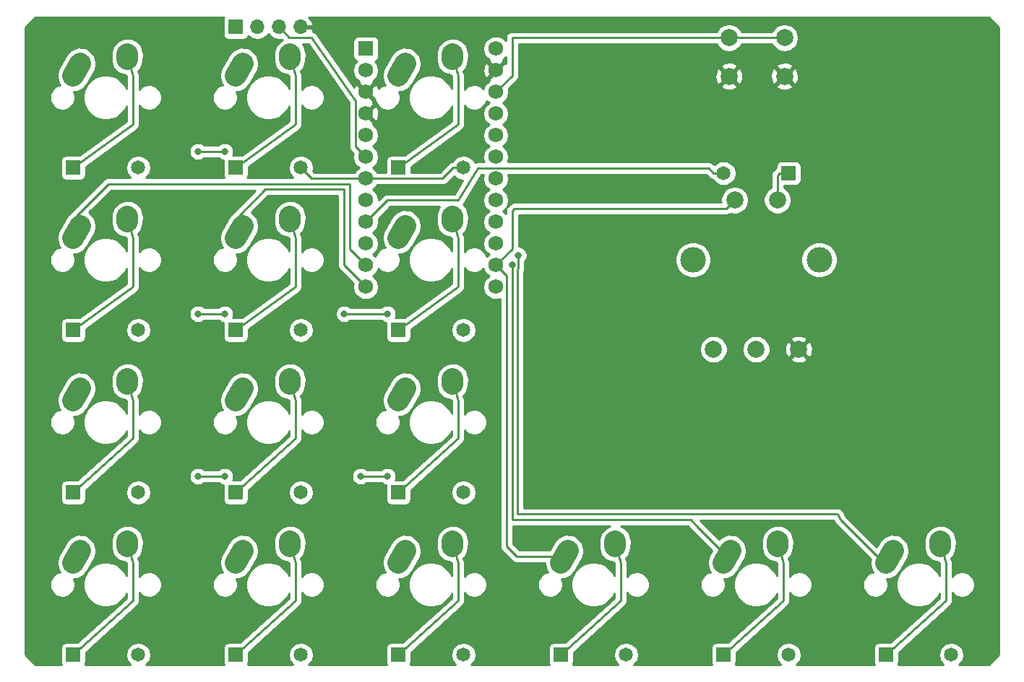
<source format=gbr>
G04 #@! TF.GenerationSoftware,KiCad,Pcbnew,(5.1.5)-3*
G04 #@! TF.CreationDate,2020-09-13T03:10:47+03:00*
G04 #@! TF.ProjectId,taro,7461726f-2e6b-4696-9361-645f70636258,rev?*
G04 #@! TF.SameCoordinates,Original*
G04 #@! TF.FileFunction,Copper,L2,Bot*
G04 #@! TF.FilePolarity,Positive*
%FSLAX46Y46*%
G04 Gerber Fmt 4.6, Leading zero omitted, Abs format (unit mm)*
G04 Created by KiCad (PCBNEW (5.1.5)-3) date 2020-09-13 03:10:47*
%MOMM*%
%LPD*%
G04 APERTURE LIST*
G04 #@! TA.AperFunction,ComponentPad*
%ADD10C,3.000000*%
G04 #@! TD*
G04 #@! TA.AperFunction,ComponentPad*
%ADD11C,2.000000*%
G04 #@! TD*
G04 #@! TA.AperFunction,ComponentPad*
%ADD12R,1.752600X1.752600*%
G04 #@! TD*
G04 #@! TA.AperFunction,ComponentPad*
%ADD13C,1.752600*%
G04 #@! TD*
G04 #@! TA.AperFunction,ComponentPad*
%ADD14C,2.500000*%
G04 #@! TD*
G04 #@! TA.AperFunction,ComponentPad*
%ADD15R,1.700000X1.700000*%
G04 #@! TD*
G04 #@! TA.AperFunction,ComponentPad*
%ADD16O,1.700000X1.700000*%
G04 #@! TD*
G04 #@! TA.AperFunction,ComponentPad*
%ADD17C,1.651000*%
G04 #@! TD*
G04 #@! TA.AperFunction,ComponentPad*
%ADD18R,1.651000X1.651000*%
G04 #@! TD*
G04 #@! TA.AperFunction,ViaPad*
%ADD19C,0.800000*%
G04 #@! TD*
G04 #@! TA.AperFunction,Conductor*
%ADD20C,0.250000*%
G04 #@! TD*
G04 #@! TA.AperFunction,Conductor*
%ADD21C,0.254000*%
G04 #@! TD*
G04 APERTURE END LIST*
D10*
G04 #@! TO.P,SW14,6*
G04 #@! TO.N,N/C*
X122775000Y-92075000D03*
G04 #@! TO.P,SW14,7*
X137575000Y-92075000D03*
D11*
G04 #@! TO.P,SW14,5*
G04 #@! TO.N,Net-(D14-Pad2)*
X132675000Y-85075000D03*
G04 #@! TO.P,SW14,4*
G04 #@! TO.N,/COL_D*
X127675000Y-85075000D03*
G04 #@! TO.P,SW14,3*
G04 #@! TO.N,GND*
X135175000Y-102575000D03*
G04 #@! TO.P,SW14,2*
G04 #@! TO.N,/ROT1_B*
X130175000Y-102575000D03*
G04 #@! TO.P,SW14,1*
G04 #@! TO.N,/ROT1_A*
X125175000Y-102575000D03*
G04 #@! TD*
D12*
G04 #@! TO.P,U1,1*
G04 #@! TO.N,N/C*
X84455000Y-67310000D03*
D13*
G04 #@! TO.P,U1,2*
X84455000Y-69850000D03*
G04 #@! TO.P,U1,3*
G04 #@! TO.N,GND*
X84455000Y-72390000D03*
G04 #@! TO.P,U1,4*
X84455000Y-74930000D03*
G04 #@! TO.P,U1,5*
G04 #@! TO.N,/SCL*
X84455000Y-77470000D03*
G04 #@! TO.P,U1,6*
G04 #@! TO.N,/SDA*
X84455000Y-80010000D03*
G04 #@! TO.P,U1,7*
G04 #@! TO.N,/ROW_A*
X84455000Y-82550000D03*
G04 #@! TO.P,U1,8*
G04 #@! TO.N,/ROW_B*
X84455000Y-85090000D03*
G04 #@! TO.P,U1,9*
G04 #@! TO.N,/ROW_C*
X84455000Y-87630000D03*
G04 #@! TO.P,U1,10*
G04 #@! TO.N,/ROW_D*
X84455000Y-90170000D03*
G04 #@! TO.P,U1,11*
G04 #@! TO.N,/COL_A*
X84455000Y-92710000D03*
G04 #@! TO.P,U1,13*
G04 #@! TO.N,/COL_C*
X99695000Y-95250000D03*
G04 #@! TO.P,U1,14*
G04 #@! TO.N,/COL_D*
X99695000Y-92710000D03*
G04 #@! TO.P,U1,15*
G04 #@! TO.N,/COL_E*
X99695000Y-90170000D03*
G04 #@! TO.P,U1,16*
G04 #@! TO.N,/COL_F*
X99695000Y-87630000D03*
G04 #@! TO.P,U1,17*
G04 #@! TO.N,/ROT1_A*
X99695000Y-85090000D03*
G04 #@! TO.P,U1,18*
G04 #@! TO.N,/ROT1_B*
X99695000Y-82550000D03*
G04 #@! TO.P,U1,19*
G04 #@! TO.N,N/C*
X99695000Y-80010000D03*
G04 #@! TO.P,U1,20*
X99695000Y-77470000D03*
G04 #@! TO.P,U1,21*
G04 #@! TO.N,VCC*
X99695000Y-74930000D03*
G04 #@! TO.P,U1,22*
G04 #@! TO.N,Net-(SW1-Pad1)*
X99695000Y-72390000D03*
G04 #@! TO.P,U1,23*
G04 #@! TO.N,GND*
X99695000Y-69850000D03*
G04 #@! TO.P,U1,12*
G04 #@! TO.N,/COL_B*
X84455000Y-95250000D03*
G04 #@! TO.P,U1,24*
G04 #@! TO.N,N/C*
X99695000Y-67310000D03*
G04 #@! TD*
D14*
G04 #@! TO.P,SW17,1*
G04 #@! TO.N,/COL_F*
X146225453Y-126175046D02*
X145414547Y-127634954D01*
G04 #@! TO.P,SW17,2*
G04 #@! TO.N,Net-(D16-Pad2)*
X151764724Y-125095672D02*
X151725276Y-125674328D01*
G04 #@! TD*
G04 #@! TO.P,SW16,1*
G04 #@! TO.N,/COL_E*
X127175453Y-126175046D02*
X126364547Y-127634954D01*
G04 #@! TO.P,SW16,2*
G04 #@! TO.N,Net-(D15-Pad2)*
X132714724Y-125095672D02*
X132675276Y-125674328D01*
G04 #@! TD*
G04 #@! TO.P,SW15,1*
G04 #@! TO.N,/COL_D*
X108125453Y-126175046D02*
X107314547Y-127634954D01*
G04 #@! TO.P,SW15,2*
G04 #@! TO.N,Net-(D13-Pad2)*
X113664724Y-125095672D02*
X113625276Y-125674328D01*
G04 #@! TD*
G04 #@! TO.P,SW13,1*
G04 #@! TO.N,/COL_C*
X89075453Y-126175046D02*
X88264547Y-127634954D01*
G04 #@! TO.P,SW13,2*
G04 #@! TO.N,Net-(D12-Pad2)*
X94614724Y-125095672D02*
X94575276Y-125674328D01*
G04 #@! TD*
G04 #@! TO.P,SW12,1*
G04 #@! TO.N,/COL_C*
X89075453Y-107125046D02*
X88264547Y-108584954D01*
G04 #@! TO.P,SW12,2*
G04 #@! TO.N,Net-(D11-Pad2)*
X94614724Y-106045672D02*
X94575276Y-106624328D01*
G04 #@! TD*
G04 #@! TO.P,SW11,1*
G04 #@! TO.N,/COL_C*
X89075453Y-88075046D02*
X88264547Y-89534954D01*
G04 #@! TO.P,SW11,2*
G04 #@! TO.N,Net-(D10-Pad2)*
X94614724Y-86995672D02*
X94575276Y-87574328D01*
G04 #@! TD*
G04 #@! TO.P,SW10,2*
G04 #@! TO.N,Net-(D9-Pad2)*
X94614724Y-67945672D02*
X94575276Y-68524328D01*
G04 #@! TO.P,SW10,1*
G04 #@! TO.N,/COL_C*
X89075453Y-69025046D02*
X88264547Y-70484954D01*
G04 #@! TD*
G04 #@! TO.P,SW9,1*
G04 #@! TO.N,/COL_B*
X70025453Y-126175046D02*
X69214547Y-127634954D01*
G04 #@! TO.P,SW9,2*
G04 #@! TO.N,Net-(D8-Pad2)*
X75564724Y-125095672D02*
X75525276Y-125674328D01*
G04 #@! TD*
G04 #@! TO.P,SW8,1*
G04 #@! TO.N,/COL_B*
X70025453Y-107125046D02*
X69214547Y-108584954D01*
G04 #@! TO.P,SW8,2*
G04 #@! TO.N,Net-(D7-Pad2)*
X75564724Y-106045672D02*
X75525276Y-106624328D01*
G04 #@! TD*
G04 #@! TO.P,SW7,1*
G04 #@! TO.N,/COL_B*
X70025453Y-88075046D02*
X69214547Y-89534954D01*
G04 #@! TO.P,SW7,2*
G04 #@! TO.N,Net-(D6-Pad2)*
X75564724Y-86995672D02*
X75525276Y-87574328D01*
G04 #@! TD*
G04 #@! TO.P,SW6,1*
G04 #@! TO.N,/COL_B*
X70025453Y-69025046D02*
X69214547Y-70484954D01*
G04 #@! TO.P,SW6,2*
G04 #@! TO.N,Net-(D5-Pad2)*
X75564724Y-67945672D02*
X75525276Y-68524328D01*
G04 #@! TD*
G04 #@! TO.P,SW5,1*
G04 #@! TO.N,/COL_A*
X50975453Y-126175046D02*
X50164547Y-127634954D01*
G04 #@! TO.P,SW5,2*
G04 #@! TO.N,Net-(D4-Pad2)*
X56514724Y-125095672D02*
X56475276Y-125674328D01*
G04 #@! TD*
G04 #@! TO.P,SW4,1*
G04 #@! TO.N,/COL_A*
X50975453Y-107125046D02*
X50164547Y-108584954D01*
G04 #@! TO.P,SW4,2*
G04 #@! TO.N,Net-(D3-Pad2)*
X56514724Y-106045672D02*
X56475276Y-106624328D01*
G04 #@! TD*
G04 #@! TO.P,SW3,1*
G04 #@! TO.N,/COL_A*
X50975453Y-88075046D02*
X50164547Y-89534954D01*
G04 #@! TO.P,SW3,2*
G04 #@! TO.N,Net-(D2-Pad2)*
X56514724Y-86995672D02*
X56475276Y-87574328D01*
G04 #@! TD*
G04 #@! TO.P,SW2,1*
G04 #@! TO.N,/COL_A*
X50975453Y-69025046D02*
X50164547Y-70484954D01*
G04 #@! TO.P,SW2,2*
G04 #@! TO.N,Net-(D1-Pad2)*
X56514724Y-67945672D02*
X56475276Y-68524328D01*
G04 #@! TD*
D11*
G04 #@! TO.P,SW1,2*
G04 #@! TO.N,GND*
X127000000Y-70540000D03*
G04 #@! TO.P,SW1,1*
G04 #@! TO.N,Net-(SW1-Pad1)*
X127000000Y-66040000D03*
G04 #@! TO.P,SW1,2*
G04 #@! TO.N,GND*
X133500000Y-70540000D03*
G04 #@! TO.P,SW1,1*
G04 #@! TO.N,Net-(SW1-Pad1)*
X133500000Y-66040000D03*
G04 #@! TD*
D15*
G04 #@! TO.P,J1,1*
G04 #@! TO.N,VCC*
X69215000Y-64770000D03*
D16*
G04 #@! TO.P,J1,2*
G04 #@! TO.N,/SCL*
X71755000Y-64770000D03*
G04 #@! TO.P,J1,3*
G04 #@! TO.N,/SDA*
X74295000Y-64770000D03*
G04 #@! TO.P,J1,4*
G04 #@! TO.N,GND*
X76835000Y-64770000D03*
G04 #@! TD*
D17*
G04 #@! TO.P,D16,1*
G04 #@! TO.N,/ROW_D*
X153035000Y-138430000D03*
D18*
G04 #@! TO.P,D16,2*
G04 #@! TO.N,Net-(D16-Pad2)*
X145415000Y-138430000D03*
G04 #@! TD*
D17*
G04 #@! TO.P,D15,1*
G04 #@! TO.N,/ROW_D*
X133985000Y-138430000D03*
D18*
G04 #@! TO.P,D15,2*
G04 #@! TO.N,Net-(D15-Pad2)*
X126365000Y-138430000D03*
G04 #@! TD*
D17*
G04 #@! TO.P,D14,1*
G04 #@! TO.N,/ROW_C*
X126365000Y-81915000D03*
D18*
G04 #@! TO.P,D14,2*
G04 #@! TO.N,Net-(D14-Pad2)*
X133985000Y-81915000D03*
G04 #@! TD*
D17*
G04 #@! TO.P,D13,1*
G04 #@! TO.N,/ROW_D*
X114935000Y-138430000D03*
D18*
G04 #@! TO.P,D13,2*
G04 #@! TO.N,Net-(D13-Pad2)*
X107315000Y-138430000D03*
G04 #@! TD*
D17*
G04 #@! TO.P,D12,1*
G04 #@! TO.N,/ROW_D*
X95885000Y-138430000D03*
D18*
G04 #@! TO.P,D12,2*
G04 #@! TO.N,Net-(D12-Pad2)*
X88265000Y-138430000D03*
G04 #@! TD*
D17*
G04 #@! TO.P,D11,1*
G04 #@! TO.N,/ROW_C*
X95885000Y-119380000D03*
D18*
G04 #@! TO.P,D11,2*
G04 #@! TO.N,Net-(D11-Pad2)*
X88265000Y-119380000D03*
G04 #@! TD*
D17*
G04 #@! TO.P,D10,1*
G04 #@! TO.N,/ROW_B*
X95885000Y-100330000D03*
D18*
G04 #@! TO.P,D10,2*
G04 #@! TO.N,Net-(D10-Pad2)*
X88265000Y-100330000D03*
G04 #@! TD*
D17*
G04 #@! TO.P,D9,1*
G04 #@! TO.N,/ROW_A*
X95885000Y-81280000D03*
D18*
G04 #@! TO.P,D9,2*
G04 #@! TO.N,Net-(D9-Pad2)*
X88265000Y-81280000D03*
G04 #@! TD*
D17*
G04 #@! TO.P,D8,1*
G04 #@! TO.N,/ROW_D*
X76835000Y-138430000D03*
D18*
G04 #@! TO.P,D8,2*
G04 #@! TO.N,Net-(D8-Pad2)*
X69215000Y-138430000D03*
G04 #@! TD*
D17*
G04 #@! TO.P,D7,1*
G04 #@! TO.N,/ROW_C*
X76835000Y-119380000D03*
D18*
G04 #@! TO.P,D7,2*
G04 #@! TO.N,Net-(D7-Pad2)*
X69215000Y-119380000D03*
G04 #@! TD*
D17*
G04 #@! TO.P,D6,1*
G04 #@! TO.N,/ROW_B*
X76835000Y-100330000D03*
D18*
G04 #@! TO.P,D6,2*
G04 #@! TO.N,Net-(D6-Pad2)*
X69215000Y-100330000D03*
G04 #@! TD*
D17*
G04 #@! TO.P,D5,1*
G04 #@! TO.N,/ROW_A*
X76835000Y-81280000D03*
D18*
G04 #@! TO.P,D5,2*
G04 #@! TO.N,Net-(D5-Pad2)*
X69215000Y-81280000D03*
G04 #@! TD*
D17*
G04 #@! TO.P,D4,1*
G04 #@! TO.N,/ROW_D*
X57785000Y-138430000D03*
D18*
G04 #@! TO.P,D4,2*
G04 #@! TO.N,Net-(D4-Pad2)*
X50165000Y-138430000D03*
G04 #@! TD*
D17*
G04 #@! TO.P,D3,1*
G04 #@! TO.N,/ROW_C*
X57785000Y-119380000D03*
D18*
G04 #@! TO.P,D3,2*
G04 #@! TO.N,Net-(D3-Pad2)*
X50165000Y-119380000D03*
G04 #@! TD*
D17*
G04 #@! TO.P,D2,1*
G04 #@! TO.N,/ROW_B*
X57785000Y-100330000D03*
D18*
G04 #@! TO.P,D2,2*
G04 #@! TO.N,Net-(D2-Pad2)*
X50165000Y-100330000D03*
G04 #@! TD*
D17*
G04 #@! TO.P,D1,1*
G04 #@! TO.N,/ROW_A*
X57785000Y-81280000D03*
D18*
G04 #@! TO.P,D1,2*
G04 #@! TO.N,Net-(D1-Pad2)*
X50165000Y-81280000D03*
G04 #@! TD*
D19*
G04 #@! TO.N,/ROW_A*
X67945000Y-79375000D03*
X64770000Y-79375000D03*
G04 #@! TO.N,/ROW_B*
X86995000Y-98425000D03*
X67945000Y-98425000D03*
X64770000Y-98425000D03*
X81915000Y-98425000D03*
G04 #@! TO.N,/ROW_C*
X67945000Y-117475000D03*
X64770000Y-117475000D03*
X86995000Y-117475000D03*
X83820000Y-117475000D03*
G04 #@! TO.N,GND*
X63500000Y-138430000D03*
X73660000Y-138430000D03*
X83185000Y-138430000D03*
X92075000Y-138430000D03*
X102235000Y-138430000D03*
X111125000Y-138430000D03*
X120650000Y-138430000D03*
X130175000Y-138430000D03*
X140335000Y-138430000D03*
X149225000Y-138430000D03*
X101600000Y-133350000D03*
X82550000Y-130175000D03*
X81280000Y-111125000D03*
X83820000Y-106680000D03*
X86360000Y-107315000D03*
X86360000Y-126365000D03*
X78105000Y-76835000D03*
X91440000Y-83820000D03*
X95885000Y-78105000D03*
X97155000Y-86360000D03*
X102235000Y-83820000D03*
G04 #@! TO.N,/COL_E*
X101600000Y-92710000D03*
G04 #@! TO.N,/COL_F*
X102325001Y-91530001D03*
G04 #@! TD*
D20*
G04 #@! TO.N,/ROW_A*
X85694275Y-82550000D02*
X84455000Y-82550000D01*
X93447567Y-82550000D02*
X85694275Y-82550000D01*
X94717567Y-81280000D02*
X93447567Y-82550000D01*
X95885000Y-81280000D02*
X94717567Y-81280000D01*
X78105000Y-82550000D02*
X76835000Y-81280000D01*
X84455000Y-82550000D02*
X78105000Y-82550000D01*
X64770000Y-79375000D02*
X67945000Y-79375000D01*
G04 #@! TO.N,Net-(D1-Pad2)*
X57150000Y-70485000D02*
X56495000Y-68235000D01*
X50165000Y-81280000D02*
X57150000Y-76200000D01*
X57150000Y-76200000D02*
X57150000Y-70485000D01*
G04 #@! TO.N,/ROW_B*
X67945000Y-98425000D02*
X64770000Y-98425000D01*
X86995000Y-98425000D02*
X81915000Y-98425000D01*
G04 #@! TO.N,Net-(D2-Pad2)*
X57150000Y-89535000D02*
X56495000Y-87285000D01*
X50165000Y-100330000D02*
X57150000Y-95250000D01*
X57150000Y-95250000D02*
X57150000Y-89535000D01*
G04 #@! TO.N,/ROW_C*
X67945000Y-117475000D02*
X64770000Y-117475000D01*
X83820000Y-117475000D02*
X86995000Y-117475000D01*
X125197567Y-81915000D02*
X126365000Y-81915000D01*
X86995000Y-85090000D02*
X95250000Y-85090000D01*
X95250000Y-85090000D02*
X97519043Y-81348699D01*
X97519043Y-81348699D02*
X124631266Y-81348699D01*
X84455000Y-87630000D02*
X86995000Y-85090000D01*
X124631266Y-81348699D02*
X125197567Y-81915000D01*
G04 #@! TO.N,Net-(D3-Pad2)*
X57150000Y-108585000D02*
X56495000Y-106335000D01*
X50165000Y-119380000D02*
X57150000Y-113030000D01*
X57150000Y-113030000D02*
X57150000Y-108585000D01*
G04 #@! TO.N,Net-(D4-Pad2)*
X57150000Y-127635000D02*
X56495000Y-125385000D01*
X50165000Y-138430000D02*
X57150000Y-132080000D01*
X57150000Y-132080000D02*
X57150000Y-127635000D01*
G04 #@! TO.N,Net-(D5-Pad2)*
X76200000Y-70485000D02*
X75545000Y-68235000D01*
X69215000Y-81280000D02*
X76200000Y-76200000D01*
X76200000Y-76200000D02*
X76200000Y-70485000D01*
G04 #@! TO.N,Net-(D6-Pad2)*
X76200000Y-89535000D02*
X75545000Y-87285000D01*
X69215000Y-100330000D02*
X76200000Y-95250000D01*
X76200000Y-95250000D02*
X76200000Y-89535000D01*
G04 #@! TO.N,Net-(D7-Pad2)*
X76200000Y-108585000D02*
X75545000Y-106335000D01*
X69215000Y-119380000D02*
X76200000Y-113030000D01*
X76200000Y-113030000D02*
X76200000Y-108585000D01*
G04 #@! TO.N,Net-(D8-Pad2)*
X76200000Y-127635000D02*
X75545000Y-125385000D01*
X69215000Y-138430000D02*
X76200000Y-132080000D01*
X76200000Y-132080000D02*
X76200000Y-127635000D01*
G04 #@! TO.N,Net-(D9-Pad2)*
X95250000Y-70485000D02*
X94595000Y-68235000D01*
X88265000Y-81280000D02*
X95250000Y-76200000D01*
X95250000Y-76200000D02*
X95250000Y-70485000D01*
G04 #@! TO.N,Net-(D10-Pad2)*
X95250000Y-89535000D02*
X94595000Y-87285000D01*
X88265000Y-100330000D02*
X95250000Y-95250000D01*
X95250000Y-95250000D02*
X95250000Y-89535000D01*
G04 #@! TO.N,Net-(D11-Pad2)*
X95250000Y-108585000D02*
X94595000Y-106335000D01*
X88265000Y-119380000D02*
X95250000Y-113030000D01*
X95250000Y-113030000D02*
X95250000Y-108585000D01*
G04 #@! TO.N,Net-(D12-Pad2)*
X95250000Y-127635000D02*
X94595000Y-125385000D01*
X88265000Y-138430000D02*
X95250000Y-132080000D01*
X95250000Y-132080000D02*
X95250000Y-127635000D01*
G04 #@! TO.N,Net-(D13-Pad2)*
X114300000Y-127635000D02*
X113645000Y-125385000D01*
X107315000Y-138430000D02*
X114300000Y-132080000D01*
X114300000Y-132080000D02*
X114300000Y-127635000D01*
G04 #@! TO.N,Net-(D14-Pad2)*
X132909500Y-81915000D02*
X133985000Y-81915000D01*
X132675000Y-82149500D02*
X132909500Y-81915000D01*
X132675000Y-85075000D02*
X132675000Y-82149500D01*
G04 #@! TO.N,Net-(D15-Pad2)*
X133350000Y-127635000D02*
X132695000Y-125385000D01*
X126365000Y-138430000D02*
X133350000Y-132080000D01*
X133350000Y-132080000D02*
X133350000Y-127635000D01*
G04 #@! TO.N,Net-(D16-Pad2)*
X152400000Y-127635000D02*
X151745000Y-125385000D01*
X145415000Y-138430000D02*
X152400000Y-132080000D01*
X152400000Y-132080000D02*
X152400000Y-127635000D01*
G04 #@! TO.N,/SDA*
X83578701Y-79133701D02*
X84455000Y-80010000D01*
X75470001Y-66040000D02*
X78105000Y-66040000D01*
X78105000Y-66040000D02*
X83253699Y-73407569D01*
X74295000Y-64770000D02*
X75470001Y-66040000D01*
X83253699Y-73407569D02*
X83253699Y-78808699D01*
X83253699Y-78808699D02*
X83578701Y-79133701D01*
G04 #@! TO.N,Net-(SW1-Pad1)*
X133500000Y-66040000D02*
X127000000Y-66040000D01*
X127000000Y-66040000D02*
X101600000Y-66040000D01*
X101600000Y-70485000D02*
X99695000Y-72390000D01*
X101600000Y-66040000D02*
X101600000Y-70485000D01*
G04 #@! TO.N,/COL_A*
X84455000Y-92710000D02*
X82550000Y-90805000D01*
X82550000Y-90805000D02*
X82550000Y-83185000D01*
X50570000Y-86895822D02*
X50570000Y-88805000D01*
X54280822Y-83185000D02*
X50570000Y-86895822D01*
X82550000Y-83185000D02*
X54280822Y-83185000D01*
G04 #@! TO.N,/COL_B*
X69620000Y-86895822D02*
X69620000Y-88805000D01*
X72695822Y-83820000D02*
X69620000Y-86895822D01*
X81915000Y-92710000D02*
X81915000Y-83820000D01*
X81915000Y-83820000D02*
X72695822Y-83820000D01*
X84455000Y-95250000D02*
X81915000Y-92710000D01*
G04 #@! TO.N,/COL_D*
X101640001Y-90764999D02*
X99695000Y-92710000D01*
X107720000Y-126905000D02*
X102140000Y-126905000D01*
X102140000Y-126905000D02*
X100965000Y-125730000D01*
X100965000Y-93980000D02*
X99695000Y-92710000D01*
X100965000Y-125730000D02*
X100965000Y-93980000D01*
X101885001Y-86074999D02*
X101600000Y-86360000D01*
X126675001Y-86074999D02*
X101885001Y-86074999D01*
X127675000Y-85075000D02*
X126675001Y-86074999D01*
X101640001Y-86400001D02*
X101600000Y-86360000D01*
X101600000Y-86360000D02*
X101640001Y-90764999D01*
G04 #@! TO.N,/COL_E*
X101600000Y-92710000D02*
X101600000Y-92710000D01*
X101600000Y-122555000D02*
X101600000Y-92710000D01*
X122555000Y-122555000D02*
X101600000Y-122555000D01*
X126770000Y-126905000D02*
X123388556Y-123523556D01*
X123388556Y-123523556D02*
X122555000Y-122555000D01*
G04 #@! TO.N,/COL_F*
X102325001Y-91530001D02*
X102325001Y-91530001D01*
X144390115Y-126905000D02*
X140040115Y-122555000D01*
X139700000Y-121920000D02*
X102235000Y-121920000D01*
X102235000Y-121920000D02*
X102235000Y-93148002D01*
X102325001Y-93058001D02*
X102325001Y-91530001D01*
X145820000Y-126905000D02*
X144390115Y-126905000D01*
X102235000Y-93148002D02*
X102325001Y-93058001D01*
X140040115Y-122555000D02*
X139700000Y-121920000D01*
G04 #@! TD*
D21*
G04 #@! TO.N,GND*
G36*
X157431235Y-63630841D02*
G01*
X158618714Y-64818320D01*
X158623000Y-64832165D01*
X158623000Y-138368512D01*
X158619159Y-138381235D01*
X157431679Y-139568715D01*
X157417835Y-139573000D01*
X153953211Y-139573000D01*
X153966015Y-139564445D01*
X154169445Y-139361015D01*
X154329279Y-139121806D01*
X154439374Y-138856012D01*
X154495500Y-138573847D01*
X154495500Y-138286153D01*
X154439374Y-138003988D01*
X154329279Y-137738194D01*
X154169445Y-137498985D01*
X153966015Y-137295555D01*
X153726806Y-137135721D01*
X153461012Y-137025626D01*
X153178847Y-136969500D01*
X152891153Y-136969500D01*
X152608988Y-137025626D01*
X152343194Y-137135721D01*
X152103985Y-137295555D01*
X151900555Y-137498985D01*
X151740721Y-137738194D01*
X151630626Y-138003988D01*
X151574500Y-138286153D01*
X151574500Y-138573847D01*
X151630626Y-138856012D01*
X151740721Y-139121806D01*
X151900555Y-139361015D01*
X152103985Y-139564445D01*
X152116789Y-139573000D01*
X146790811Y-139573000D01*
X146830002Y-139499680D01*
X146866312Y-139379982D01*
X146878572Y-139255500D01*
X146878572Y-138126590D01*
X152897015Y-132655278D01*
X152940001Y-132620001D01*
X152976014Y-132576120D01*
X153014074Y-132533999D01*
X153023417Y-132518359D01*
X153034974Y-132504276D01*
X153061733Y-132454214D01*
X153090847Y-132405475D01*
X153096958Y-132388313D01*
X153105546Y-132372247D01*
X153122028Y-132317913D01*
X153141068Y-132264444D01*
X153143713Y-132246424D01*
X153149003Y-132228986D01*
X153154568Y-132172479D01*
X153162812Y-132116325D01*
X153160000Y-132060792D01*
X153160000Y-131131380D01*
X153357794Y-131329174D01*
X153601162Y-131491788D01*
X153871579Y-131603798D01*
X154158652Y-131660900D01*
X154451348Y-131660900D01*
X154738421Y-131603798D01*
X155008838Y-131491788D01*
X155252206Y-131329174D01*
X155459174Y-131122206D01*
X155621788Y-130878838D01*
X155733798Y-130608421D01*
X155790900Y-130321348D01*
X155790900Y-130028652D01*
X155733798Y-129741579D01*
X155621788Y-129471162D01*
X155459174Y-129227794D01*
X155252206Y-129020826D01*
X155008838Y-128858212D01*
X154738421Y-128746202D01*
X154451348Y-128689100D01*
X154158652Y-128689100D01*
X153871579Y-128746202D01*
X153601162Y-128858212D01*
X153357794Y-129020826D01*
X153160000Y-129218620D01*
X153160000Y-127639183D01*
X153160792Y-127568695D01*
X153153101Y-127527620D01*
X153149003Y-127486014D01*
X153128504Y-127418436D01*
X153020733Y-127048232D01*
X153224959Y-126831323D01*
X153421863Y-126516517D01*
X153553566Y-126169347D01*
X153599613Y-125894916D01*
X153651656Y-125131496D01*
X153643279Y-124853355D01*
X153559910Y-124491523D01*
X153407552Y-124152908D01*
X153192061Y-123850523D01*
X152921719Y-123595989D01*
X152606913Y-123399086D01*
X152259743Y-123267382D01*
X151893550Y-123205939D01*
X151522407Y-123217117D01*
X151160575Y-123300486D01*
X150821960Y-123452844D01*
X150519575Y-123668335D01*
X150265041Y-123938677D01*
X150068137Y-124253483D01*
X149936434Y-124600653D01*
X149890387Y-124875084D01*
X149838344Y-125638505D01*
X149846721Y-125916645D01*
X149930090Y-126278477D01*
X150082448Y-126617092D01*
X150297939Y-126919477D01*
X150568281Y-127174011D01*
X150883087Y-127370915D01*
X151230257Y-127502618D01*
X151587356Y-127562535D01*
X151640001Y-127743376D01*
X151640001Y-129135680D01*
X151554701Y-128929749D01*
X151267000Y-128499174D01*
X150900826Y-128133000D01*
X150470251Y-127845299D01*
X149991822Y-127647127D01*
X149483924Y-127546100D01*
X148966076Y-127546100D01*
X148458178Y-127647127D01*
X147979749Y-127845299D01*
X147549174Y-128133000D01*
X147183000Y-128499174D01*
X146895299Y-128929749D01*
X146697127Y-129408178D01*
X146596100Y-129916076D01*
X146596100Y-130433924D01*
X146697127Y-130941822D01*
X146895299Y-131420251D01*
X147183000Y-131850826D01*
X147549174Y-132217000D01*
X147979749Y-132504701D01*
X148458178Y-132702873D01*
X148966076Y-132803900D01*
X149483924Y-132803900D01*
X149991822Y-132702873D01*
X150470251Y-132504701D01*
X150900826Y-132217000D01*
X151267000Y-131850826D01*
X151554701Y-131420251D01*
X151640000Y-131214321D01*
X151640000Y-131743799D01*
X145895109Y-136966428D01*
X144589500Y-136966428D01*
X144465018Y-136978688D01*
X144345320Y-137014998D01*
X144235006Y-137073963D01*
X144138315Y-137153315D01*
X144058963Y-137250006D01*
X143999998Y-137360320D01*
X143963688Y-137480018D01*
X143951428Y-137604500D01*
X143951428Y-139255500D01*
X143963688Y-139379982D01*
X143999998Y-139499680D01*
X144039189Y-139573000D01*
X134903211Y-139573000D01*
X134916015Y-139564445D01*
X135119445Y-139361015D01*
X135279279Y-139121806D01*
X135389374Y-138856012D01*
X135445500Y-138573847D01*
X135445500Y-138286153D01*
X135389374Y-138003988D01*
X135279279Y-137738194D01*
X135119445Y-137498985D01*
X134916015Y-137295555D01*
X134676806Y-137135721D01*
X134411012Y-137025626D01*
X134128847Y-136969500D01*
X133841153Y-136969500D01*
X133558988Y-137025626D01*
X133293194Y-137135721D01*
X133053985Y-137295555D01*
X132850555Y-137498985D01*
X132690721Y-137738194D01*
X132580626Y-138003988D01*
X132524500Y-138286153D01*
X132524500Y-138573847D01*
X132580626Y-138856012D01*
X132690721Y-139121806D01*
X132850555Y-139361015D01*
X133053985Y-139564445D01*
X133066789Y-139573000D01*
X127740811Y-139573000D01*
X127780002Y-139499680D01*
X127816312Y-139379982D01*
X127828572Y-139255500D01*
X127828572Y-138126590D01*
X133847015Y-132655278D01*
X133890001Y-132620001D01*
X133926014Y-132576120D01*
X133964074Y-132533999D01*
X133973417Y-132518359D01*
X133984974Y-132504276D01*
X134011733Y-132454214D01*
X134040847Y-132405475D01*
X134046958Y-132388313D01*
X134055546Y-132372247D01*
X134072028Y-132317913D01*
X134091068Y-132264444D01*
X134093713Y-132246424D01*
X134099003Y-132228986D01*
X134104568Y-132172479D01*
X134112812Y-132116325D01*
X134110000Y-132060792D01*
X134110000Y-131131380D01*
X134307794Y-131329174D01*
X134551162Y-131491788D01*
X134821579Y-131603798D01*
X135108652Y-131660900D01*
X135401348Y-131660900D01*
X135688421Y-131603798D01*
X135958838Y-131491788D01*
X136202206Y-131329174D01*
X136409174Y-131122206D01*
X136571788Y-130878838D01*
X136683798Y-130608421D01*
X136740900Y-130321348D01*
X136740900Y-130028652D01*
X136683798Y-129741579D01*
X136571788Y-129471162D01*
X136409174Y-129227794D01*
X136202206Y-129020826D01*
X135958838Y-128858212D01*
X135688421Y-128746202D01*
X135401348Y-128689100D01*
X135108652Y-128689100D01*
X134821579Y-128746202D01*
X134551162Y-128858212D01*
X134307794Y-129020826D01*
X134110000Y-129218620D01*
X134110000Y-127639183D01*
X134110792Y-127568695D01*
X134103101Y-127527620D01*
X134099003Y-127486014D01*
X134078504Y-127418436D01*
X133970733Y-127048232D01*
X134174959Y-126831323D01*
X134371863Y-126516517D01*
X134503566Y-126169347D01*
X134549613Y-125894916D01*
X134601656Y-125131496D01*
X134593279Y-124853355D01*
X134509910Y-124491523D01*
X134357552Y-124152908D01*
X134142061Y-123850523D01*
X133871719Y-123595989D01*
X133556913Y-123399086D01*
X133209743Y-123267382D01*
X132843550Y-123205939D01*
X132472407Y-123217117D01*
X132110575Y-123300486D01*
X131771960Y-123452844D01*
X131469575Y-123668335D01*
X131215041Y-123938677D01*
X131018137Y-124253483D01*
X130886434Y-124600653D01*
X130840387Y-124875084D01*
X130788344Y-125638505D01*
X130796721Y-125916645D01*
X130880090Y-126278477D01*
X131032448Y-126617092D01*
X131247939Y-126919477D01*
X131518281Y-127174011D01*
X131833087Y-127370915D01*
X132180257Y-127502618D01*
X132537356Y-127562535D01*
X132590001Y-127743376D01*
X132590001Y-129135680D01*
X132504701Y-128929749D01*
X132217000Y-128499174D01*
X131850826Y-128133000D01*
X131420251Y-127845299D01*
X130941822Y-127647127D01*
X130433924Y-127546100D01*
X129916076Y-127546100D01*
X129408178Y-127647127D01*
X128929749Y-127845299D01*
X128499174Y-128133000D01*
X128133000Y-128499174D01*
X127845299Y-128929749D01*
X127647127Y-129408178D01*
X127546100Y-129916076D01*
X127546100Y-130433924D01*
X127647127Y-130941822D01*
X127845299Y-131420251D01*
X128133000Y-131850826D01*
X128499174Y-132217000D01*
X128929749Y-132504701D01*
X129408178Y-132702873D01*
X129916076Y-132803900D01*
X130433924Y-132803900D01*
X130941822Y-132702873D01*
X131420251Y-132504701D01*
X131850826Y-132217000D01*
X132217000Y-131850826D01*
X132504701Y-131420251D01*
X132590000Y-131214321D01*
X132590000Y-131743799D01*
X126845109Y-136966428D01*
X125539500Y-136966428D01*
X125415018Y-136978688D01*
X125295320Y-137014998D01*
X125185006Y-137073963D01*
X125088315Y-137153315D01*
X125008963Y-137250006D01*
X124949998Y-137360320D01*
X124913688Y-137480018D01*
X124901428Y-137604500D01*
X124901428Y-139255500D01*
X124913688Y-139379982D01*
X124949998Y-139499680D01*
X124989189Y-139573000D01*
X115853211Y-139573000D01*
X115866015Y-139564445D01*
X116069445Y-139361015D01*
X116229279Y-139121806D01*
X116339374Y-138856012D01*
X116395500Y-138573847D01*
X116395500Y-138286153D01*
X116339374Y-138003988D01*
X116229279Y-137738194D01*
X116069445Y-137498985D01*
X115866015Y-137295555D01*
X115626806Y-137135721D01*
X115361012Y-137025626D01*
X115078847Y-136969500D01*
X114791153Y-136969500D01*
X114508988Y-137025626D01*
X114243194Y-137135721D01*
X114003985Y-137295555D01*
X113800555Y-137498985D01*
X113640721Y-137738194D01*
X113530626Y-138003988D01*
X113474500Y-138286153D01*
X113474500Y-138573847D01*
X113530626Y-138856012D01*
X113640721Y-139121806D01*
X113800555Y-139361015D01*
X114003985Y-139564445D01*
X114016789Y-139573000D01*
X108690811Y-139573000D01*
X108730002Y-139499680D01*
X108766312Y-139379982D01*
X108778572Y-139255500D01*
X108778572Y-138126590D01*
X114797015Y-132655278D01*
X114840001Y-132620001D01*
X114876014Y-132576120D01*
X114914074Y-132533999D01*
X114923417Y-132518359D01*
X114934974Y-132504276D01*
X114961733Y-132454214D01*
X114990847Y-132405475D01*
X114996958Y-132388313D01*
X115005546Y-132372247D01*
X115022028Y-132317913D01*
X115041068Y-132264444D01*
X115043713Y-132246424D01*
X115049003Y-132228986D01*
X115054568Y-132172479D01*
X115062812Y-132116325D01*
X115060000Y-132060792D01*
X115060000Y-131131380D01*
X115257794Y-131329174D01*
X115501162Y-131491788D01*
X115771579Y-131603798D01*
X116058652Y-131660900D01*
X116351348Y-131660900D01*
X116638421Y-131603798D01*
X116908838Y-131491788D01*
X117152206Y-131329174D01*
X117359174Y-131122206D01*
X117521788Y-130878838D01*
X117633798Y-130608421D01*
X117690900Y-130321348D01*
X117690900Y-130028652D01*
X117633798Y-129741579D01*
X117521788Y-129471162D01*
X117359174Y-129227794D01*
X117152206Y-129020826D01*
X116908838Y-128858212D01*
X116638421Y-128746202D01*
X116351348Y-128689100D01*
X116058652Y-128689100D01*
X115771579Y-128746202D01*
X115501162Y-128858212D01*
X115257794Y-129020826D01*
X115060000Y-129218620D01*
X115060000Y-127639183D01*
X115060792Y-127568695D01*
X115053101Y-127527620D01*
X115049003Y-127486014D01*
X115028504Y-127418436D01*
X114920733Y-127048232D01*
X115124959Y-126831323D01*
X115321863Y-126516517D01*
X115453566Y-126169347D01*
X115499613Y-125894916D01*
X115551656Y-125131496D01*
X115543279Y-124853355D01*
X115459910Y-124491523D01*
X115307552Y-124152908D01*
X115092061Y-123850523D01*
X114821719Y-123595989D01*
X114506913Y-123399086D01*
X114285263Y-123315000D01*
X122206370Y-123315000D01*
X122806738Y-124012602D01*
X122824757Y-124034558D01*
X122831047Y-124040848D01*
X122836863Y-124047606D01*
X122857461Y-124067262D01*
X124999925Y-126209726D01*
X124671725Y-126800598D01*
X124561100Y-127055931D01*
X124482791Y-127418892D01*
X124476797Y-127790156D01*
X124543348Y-128155455D01*
X124679886Y-128500752D01*
X124818132Y-128715062D01*
X124661579Y-128746202D01*
X124391162Y-128858212D01*
X124147794Y-129020826D01*
X123940826Y-129227794D01*
X123778212Y-129471162D01*
X123666202Y-129741579D01*
X123609100Y-130028652D01*
X123609100Y-130321348D01*
X123666202Y-130608421D01*
X123778212Y-130878838D01*
X123940826Y-131122206D01*
X124147794Y-131329174D01*
X124391162Y-131491788D01*
X124661579Y-131603798D01*
X124948652Y-131660900D01*
X125241348Y-131660900D01*
X125528421Y-131603798D01*
X125798838Y-131491788D01*
X126042206Y-131329174D01*
X126249174Y-131122206D01*
X126411788Y-130878838D01*
X126523798Y-130608421D01*
X126580900Y-130321348D01*
X126580900Y-130028652D01*
X126523798Y-129741579D01*
X126432554Y-129521296D01*
X126519749Y-129522704D01*
X126885048Y-129456153D01*
X127230345Y-129319615D01*
X127542371Y-129118335D01*
X127809132Y-128860050D01*
X127967444Y-128631206D01*
X128868275Y-127009403D01*
X128978900Y-126754070D01*
X129057209Y-126391109D01*
X129063203Y-126019844D01*
X128996652Y-125654545D01*
X128860114Y-125309248D01*
X128658834Y-124997222D01*
X128400549Y-124730461D01*
X128095185Y-124519214D01*
X127754476Y-124371599D01*
X127391515Y-124293290D01*
X127020250Y-124287296D01*
X126654951Y-124353847D01*
X126309655Y-124490385D01*
X125997629Y-124691665D01*
X125811592Y-124871791D01*
X123946065Y-123006264D01*
X123665276Y-122680000D01*
X139244917Y-122680000D01*
X139369624Y-122912829D01*
X139405141Y-122979276D01*
X139429152Y-123008533D01*
X139450201Y-123039977D01*
X139502879Y-123092565D01*
X143585393Y-127175080D01*
X143532791Y-127418892D01*
X143526797Y-127790156D01*
X143593348Y-128155455D01*
X143729886Y-128500752D01*
X143868132Y-128715062D01*
X143711579Y-128746202D01*
X143441162Y-128858212D01*
X143197794Y-129020826D01*
X142990826Y-129227794D01*
X142828212Y-129471162D01*
X142716202Y-129741579D01*
X142659100Y-130028652D01*
X142659100Y-130321348D01*
X142716202Y-130608421D01*
X142828212Y-130878838D01*
X142990826Y-131122206D01*
X143197794Y-131329174D01*
X143441162Y-131491788D01*
X143711579Y-131603798D01*
X143998652Y-131660900D01*
X144291348Y-131660900D01*
X144578421Y-131603798D01*
X144848838Y-131491788D01*
X145092206Y-131329174D01*
X145299174Y-131122206D01*
X145461788Y-130878838D01*
X145573798Y-130608421D01*
X145630900Y-130321348D01*
X145630900Y-130028652D01*
X145573798Y-129741579D01*
X145482554Y-129521296D01*
X145569749Y-129522704D01*
X145935048Y-129456153D01*
X146280345Y-129319615D01*
X146592371Y-129118335D01*
X146859132Y-128860050D01*
X147017444Y-128631206D01*
X147918275Y-127009403D01*
X148028900Y-126754070D01*
X148107209Y-126391109D01*
X148113203Y-126019844D01*
X148046652Y-125654545D01*
X147910114Y-125309248D01*
X147708834Y-124997222D01*
X147450549Y-124730461D01*
X147145185Y-124519214D01*
X146804476Y-124371599D01*
X146441515Y-124293290D01*
X146070250Y-124287296D01*
X145704951Y-124353847D01*
X145359655Y-124490385D01*
X145047629Y-124691665D01*
X144780868Y-124949950D01*
X144622556Y-125178794D01*
X144306936Y-125747019D01*
X140656997Y-122097081D01*
X140370610Y-121562393D01*
X140334974Y-121495724D01*
X140310962Y-121466465D01*
X140289914Y-121435023D01*
X140263596Y-121408750D01*
X140240001Y-121379999D01*
X140210749Y-121355993D01*
X140183965Y-121329254D01*
X140153021Y-121308617D01*
X140124276Y-121285026D01*
X140090899Y-121267185D01*
X140059417Y-121246189D01*
X140025056Y-121231991D01*
X139992247Y-121214454D01*
X139956017Y-121203464D01*
X139921056Y-121189018D01*
X139884587Y-121181796D01*
X139848986Y-121170997D01*
X139811317Y-121167287D01*
X139774201Y-121159937D01*
X139700518Y-121160000D01*
X102995000Y-121160000D01*
X102995000Y-102413967D01*
X123540000Y-102413967D01*
X123540000Y-102736033D01*
X123602832Y-103051912D01*
X123726082Y-103349463D01*
X123905013Y-103617252D01*
X124132748Y-103844987D01*
X124400537Y-104023918D01*
X124698088Y-104147168D01*
X125013967Y-104210000D01*
X125336033Y-104210000D01*
X125651912Y-104147168D01*
X125949463Y-104023918D01*
X126217252Y-103844987D01*
X126444987Y-103617252D01*
X126623918Y-103349463D01*
X126747168Y-103051912D01*
X126810000Y-102736033D01*
X126810000Y-102413967D01*
X128540000Y-102413967D01*
X128540000Y-102736033D01*
X128602832Y-103051912D01*
X128726082Y-103349463D01*
X128905013Y-103617252D01*
X129132748Y-103844987D01*
X129400537Y-104023918D01*
X129698088Y-104147168D01*
X130013967Y-104210000D01*
X130336033Y-104210000D01*
X130651912Y-104147168D01*
X130949463Y-104023918D01*
X131217252Y-103844987D01*
X131351826Y-103710413D01*
X134219192Y-103710413D01*
X134314956Y-103974814D01*
X134604571Y-104115704D01*
X134916108Y-104197384D01*
X135237595Y-104216718D01*
X135556675Y-104172961D01*
X135861088Y-104067795D01*
X136035044Y-103974814D01*
X136130808Y-103710413D01*
X135175000Y-102754605D01*
X134219192Y-103710413D01*
X131351826Y-103710413D01*
X131444987Y-103617252D01*
X131623918Y-103349463D01*
X131747168Y-103051912D01*
X131810000Y-102736033D01*
X131810000Y-102637595D01*
X133533282Y-102637595D01*
X133577039Y-102956675D01*
X133682205Y-103261088D01*
X133775186Y-103435044D01*
X134039587Y-103530808D01*
X134995395Y-102575000D01*
X135354605Y-102575000D01*
X136310413Y-103530808D01*
X136574814Y-103435044D01*
X136715704Y-103145429D01*
X136797384Y-102833892D01*
X136816718Y-102512405D01*
X136772961Y-102193325D01*
X136667795Y-101888912D01*
X136574814Y-101714956D01*
X136310413Y-101619192D01*
X135354605Y-102575000D01*
X134995395Y-102575000D01*
X134039587Y-101619192D01*
X133775186Y-101714956D01*
X133634296Y-102004571D01*
X133552616Y-102316108D01*
X133533282Y-102637595D01*
X131810000Y-102637595D01*
X131810000Y-102413967D01*
X131747168Y-102098088D01*
X131623918Y-101800537D01*
X131444987Y-101532748D01*
X131351826Y-101439587D01*
X134219192Y-101439587D01*
X135175000Y-102395395D01*
X136130808Y-101439587D01*
X136035044Y-101175186D01*
X135745429Y-101034296D01*
X135433892Y-100952616D01*
X135112405Y-100933282D01*
X134793325Y-100977039D01*
X134488912Y-101082205D01*
X134314956Y-101175186D01*
X134219192Y-101439587D01*
X131351826Y-101439587D01*
X131217252Y-101305013D01*
X130949463Y-101126082D01*
X130651912Y-101002832D01*
X130336033Y-100940000D01*
X130013967Y-100940000D01*
X129698088Y-101002832D01*
X129400537Y-101126082D01*
X129132748Y-101305013D01*
X128905013Y-101532748D01*
X128726082Y-101800537D01*
X128602832Y-102098088D01*
X128540000Y-102413967D01*
X126810000Y-102413967D01*
X126747168Y-102098088D01*
X126623918Y-101800537D01*
X126444987Y-101532748D01*
X126217252Y-101305013D01*
X125949463Y-101126082D01*
X125651912Y-101002832D01*
X125336033Y-100940000D01*
X125013967Y-100940000D01*
X124698088Y-101002832D01*
X124400537Y-101126082D01*
X124132748Y-101305013D01*
X123905013Y-101532748D01*
X123726082Y-101800537D01*
X123602832Y-102098088D01*
X123540000Y-102413967D01*
X102995000Y-102413967D01*
X102995000Y-93416751D01*
X103030547Y-93350248D01*
X103074004Y-93206987D01*
X103085001Y-93095334D01*
X103085001Y-93095326D01*
X103088677Y-93058001D01*
X103085001Y-93020676D01*
X103085001Y-92233712D01*
X103128938Y-92189775D01*
X103242206Y-92020257D01*
X103306631Y-91864721D01*
X120640000Y-91864721D01*
X120640000Y-92285279D01*
X120722047Y-92697756D01*
X120882988Y-93086302D01*
X121116637Y-93435983D01*
X121414017Y-93733363D01*
X121763698Y-93967012D01*
X122152244Y-94127953D01*
X122564721Y-94210000D01*
X122985279Y-94210000D01*
X123397756Y-94127953D01*
X123786302Y-93967012D01*
X124135983Y-93733363D01*
X124433363Y-93435983D01*
X124667012Y-93086302D01*
X124827953Y-92697756D01*
X124910000Y-92285279D01*
X124910000Y-91864721D01*
X135440000Y-91864721D01*
X135440000Y-92285279D01*
X135522047Y-92697756D01*
X135682988Y-93086302D01*
X135916637Y-93435983D01*
X136214017Y-93733363D01*
X136563698Y-93967012D01*
X136952244Y-94127953D01*
X137364721Y-94210000D01*
X137785279Y-94210000D01*
X138197756Y-94127953D01*
X138586302Y-93967012D01*
X138935983Y-93733363D01*
X139233363Y-93435983D01*
X139467012Y-93086302D01*
X139627953Y-92697756D01*
X139710000Y-92285279D01*
X139710000Y-91864721D01*
X139627953Y-91452244D01*
X139467012Y-91063698D01*
X139233363Y-90714017D01*
X138935983Y-90416637D01*
X138586302Y-90182988D01*
X138197756Y-90022047D01*
X137785279Y-89940000D01*
X137364721Y-89940000D01*
X136952244Y-90022047D01*
X136563698Y-90182988D01*
X136214017Y-90416637D01*
X135916637Y-90714017D01*
X135682988Y-91063698D01*
X135522047Y-91452244D01*
X135440000Y-91864721D01*
X124910000Y-91864721D01*
X124827953Y-91452244D01*
X124667012Y-91063698D01*
X124433363Y-90714017D01*
X124135983Y-90416637D01*
X123786302Y-90182988D01*
X123397756Y-90022047D01*
X122985279Y-89940000D01*
X122564721Y-89940000D01*
X122152244Y-90022047D01*
X121763698Y-90182988D01*
X121414017Y-90416637D01*
X121116637Y-90714017D01*
X120882988Y-91063698D01*
X120722047Y-91452244D01*
X120640000Y-91864721D01*
X103306631Y-91864721D01*
X103320227Y-91831899D01*
X103360001Y-91631940D01*
X103360001Y-91428062D01*
X103320227Y-91228103D01*
X103242206Y-91039745D01*
X103128938Y-90870227D01*
X102984775Y-90726064D01*
X102815257Y-90612796D01*
X102626899Y-90534775D01*
X102426940Y-90495001D01*
X102397580Y-90495001D01*
X102364344Y-86834999D01*
X126637679Y-86834999D01*
X126675001Y-86838675D01*
X126712323Y-86834999D01*
X126712334Y-86834999D01*
X126823987Y-86824002D01*
X126967248Y-86780545D01*
X127099277Y-86709973D01*
X127183279Y-86641034D01*
X127198088Y-86647168D01*
X127513967Y-86710000D01*
X127836033Y-86710000D01*
X128151912Y-86647168D01*
X128449463Y-86523918D01*
X128717252Y-86344987D01*
X128944987Y-86117252D01*
X129123918Y-85849463D01*
X129247168Y-85551912D01*
X129310000Y-85236033D01*
X129310000Y-84913967D01*
X131040000Y-84913967D01*
X131040000Y-85236033D01*
X131102832Y-85551912D01*
X131226082Y-85849463D01*
X131405013Y-86117252D01*
X131632748Y-86344987D01*
X131900537Y-86523918D01*
X132198088Y-86647168D01*
X132513967Y-86710000D01*
X132836033Y-86710000D01*
X133151912Y-86647168D01*
X133449463Y-86523918D01*
X133717252Y-86344987D01*
X133944987Y-86117252D01*
X134123918Y-85849463D01*
X134247168Y-85551912D01*
X134310000Y-85236033D01*
X134310000Y-84913967D01*
X134247168Y-84598088D01*
X134123918Y-84300537D01*
X133944987Y-84032748D01*
X133717252Y-83805013D01*
X133449463Y-83626082D01*
X133435000Y-83620091D01*
X133435000Y-83378572D01*
X134810500Y-83378572D01*
X134934982Y-83366312D01*
X135054680Y-83330002D01*
X135164994Y-83271037D01*
X135261685Y-83191685D01*
X135341037Y-83094994D01*
X135400002Y-82984680D01*
X135436312Y-82864982D01*
X135448572Y-82740500D01*
X135448572Y-81089500D01*
X135436312Y-80965018D01*
X135400002Y-80845320D01*
X135341037Y-80735006D01*
X135261685Y-80638315D01*
X135164994Y-80558963D01*
X135054680Y-80499998D01*
X134934982Y-80463688D01*
X134810500Y-80451428D01*
X133159500Y-80451428D01*
X133035018Y-80463688D01*
X132915320Y-80499998D01*
X132805006Y-80558963D01*
X132708315Y-80638315D01*
X132628963Y-80735006D01*
X132569998Y-80845320D01*
X132533688Y-80965018D01*
X132521428Y-81089500D01*
X132521428Y-81260674D01*
X132485224Y-81280026D01*
X132369499Y-81374999D01*
X132345696Y-81404003D01*
X132163998Y-81585701D01*
X132135000Y-81609499D01*
X132111202Y-81638497D01*
X132111201Y-81638498D01*
X132040026Y-81725224D01*
X131969454Y-81857254D01*
X131946984Y-81931332D01*
X131925998Y-82000514D01*
X131919746Y-82063987D01*
X131911324Y-82149500D01*
X131915001Y-82186832D01*
X131915000Y-83620091D01*
X131900537Y-83626082D01*
X131632748Y-83805013D01*
X131405013Y-84032748D01*
X131226082Y-84300537D01*
X131102832Y-84598088D01*
X131040000Y-84913967D01*
X129310000Y-84913967D01*
X129247168Y-84598088D01*
X129123918Y-84300537D01*
X128944987Y-84032748D01*
X128717252Y-83805013D01*
X128449463Y-83626082D01*
X128151912Y-83502832D01*
X127836033Y-83440000D01*
X127513967Y-83440000D01*
X127198088Y-83502832D01*
X126900537Y-83626082D01*
X126632748Y-83805013D01*
X126405013Y-84032748D01*
X126226082Y-84300537D01*
X126102832Y-84598088D01*
X126040000Y-84913967D01*
X126040000Y-85236033D01*
X126055707Y-85314999D01*
X101922323Y-85314999D01*
X101885000Y-85311323D01*
X101847677Y-85314999D01*
X101847668Y-85314999D01*
X101736015Y-85325996D01*
X101592754Y-85369453D01*
X101460725Y-85440025D01*
X101345000Y-85534998D01*
X101321197Y-85564002D01*
X101089003Y-85796196D01*
X101059999Y-85819999D01*
X101057789Y-85822692D01*
X101055118Y-85824925D01*
X101010360Y-85880484D01*
X100972996Y-85926013D01*
X100965026Y-85935724D01*
X100963382Y-85938799D01*
X100961200Y-85941508D01*
X100928139Y-86004734D01*
X100894454Y-86067754D01*
X100893443Y-86071088D01*
X100891830Y-86074172D01*
X100871727Y-86142679D01*
X100850998Y-86211015D01*
X100850657Y-86214480D01*
X100849676Y-86217822D01*
X100843320Y-86288967D01*
X100836324Y-86360000D01*
X100840340Y-86400770D01*
X100842514Y-86640212D01*
X100658398Y-86456096D01*
X100514580Y-86360000D01*
X100658398Y-86263904D01*
X100868904Y-86053398D01*
X101034297Y-85805869D01*
X101148222Y-85530830D01*
X101206300Y-85238850D01*
X101206300Y-84941150D01*
X101148222Y-84649170D01*
X101034297Y-84374131D01*
X100868904Y-84126602D01*
X100658398Y-83916096D01*
X100514580Y-83820000D01*
X100658398Y-83723904D01*
X100868904Y-83513398D01*
X101034297Y-83265869D01*
X101148222Y-82990830D01*
X101206300Y-82698850D01*
X101206300Y-82401150D01*
X101148222Y-82109170D01*
X101148027Y-82108699D01*
X124316465Y-82108699D01*
X124633767Y-82426002D01*
X124657566Y-82455001D01*
X124686564Y-82478799D01*
X124773291Y-82549974D01*
X124905320Y-82620546D01*
X125048581Y-82664003D01*
X125113191Y-82670367D01*
X125230555Y-82846015D01*
X125433985Y-83049445D01*
X125673194Y-83209279D01*
X125938988Y-83319374D01*
X126221153Y-83375500D01*
X126508847Y-83375500D01*
X126791012Y-83319374D01*
X127056806Y-83209279D01*
X127296015Y-83049445D01*
X127499445Y-82846015D01*
X127659279Y-82606806D01*
X127769374Y-82341012D01*
X127825500Y-82058847D01*
X127825500Y-81771153D01*
X127769374Y-81488988D01*
X127659279Y-81223194D01*
X127499445Y-80983985D01*
X127296015Y-80780555D01*
X127056806Y-80620721D01*
X126791012Y-80510626D01*
X126508847Y-80454500D01*
X126221153Y-80454500D01*
X125938988Y-80510626D01*
X125673194Y-80620721D01*
X125433985Y-80780555D01*
X125285954Y-80928586D01*
X125195069Y-80837701D01*
X125171267Y-80808698D01*
X125055542Y-80713725D01*
X124923513Y-80643153D01*
X124780252Y-80599696D01*
X124668599Y-80588699D01*
X124668588Y-80588699D01*
X124631266Y-80585023D01*
X124593944Y-80588699D01*
X101091115Y-80588699D01*
X101148222Y-80450830D01*
X101206300Y-80158850D01*
X101206300Y-79861150D01*
X101148222Y-79569170D01*
X101034297Y-79294131D01*
X100868904Y-79046602D01*
X100658398Y-78836096D01*
X100514580Y-78740000D01*
X100658398Y-78643904D01*
X100868904Y-78433398D01*
X101034297Y-78185869D01*
X101148222Y-77910830D01*
X101206300Y-77618850D01*
X101206300Y-77321150D01*
X101148222Y-77029170D01*
X101034297Y-76754131D01*
X100868904Y-76506602D01*
X100658398Y-76296096D01*
X100514580Y-76200000D01*
X100658398Y-76103904D01*
X100868904Y-75893398D01*
X101034297Y-75645869D01*
X101148222Y-75370830D01*
X101206300Y-75078850D01*
X101206300Y-74781150D01*
X101148222Y-74489170D01*
X101034297Y-74214131D01*
X100868904Y-73966602D01*
X100658398Y-73756096D01*
X100514580Y-73660000D01*
X100658398Y-73563904D01*
X100868904Y-73353398D01*
X101034297Y-73105869D01*
X101148222Y-72830830D01*
X101206300Y-72538850D01*
X101206300Y-72241150D01*
X101158576Y-72001225D01*
X101484388Y-71675413D01*
X126044192Y-71675413D01*
X126139956Y-71939814D01*
X126429571Y-72080704D01*
X126741108Y-72162384D01*
X127062595Y-72181718D01*
X127381675Y-72137961D01*
X127686088Y-72032795D01*
X127860044Y-71939814D01*
X127955808Y-71675413D01*
X132544192Y-71675413D01*
X132639956Y-71939814D01*
X132929571Y-72080704D01*
X133241108Y-72162384D01*
X133562595Y-72181718D01*
X133881675Y-72137961D01*
X134186088Y-72032795D01*
X134360044Y-71939814D01*
X134455808Y-71675413D01*
X133500000Y-70719605D01*
X132544192Y-71675413D01*
X127955808Y-71675413D01*
X127000000Y-70719605D01*
X126044192Y-71675413D01*
X101484388Y-71675413D01*
X102111003Y-71048799D01*
X102140001Y-71025001D01*
X102234974Y-70909276D01*
X102305546Y-70777247D01*
X102349003Y-70633986D01*
X102352094Y-70602595D01*
X125358282Y-70602595D01*
X125402039Y-70921675D01*
X125507205Y-71226088D01*
X125600186Y-71400044D01*
X125864587Y-71495808D01*
X126820395Y-70540000D01*
X127179605Y-70540000D01*
X128135413Y-71495808D01*
X128399814Y-71400044D01*
X128540704Y-71110429D01*
X128622384Y-70798892D01*
X128634189Y-70602595D01*
X131858282Y-70602595D01*
X131902039Y-70921675D01*
X132007205Y-71226088D01*
X132100186Y-71400044D01*
X132364587Y-71495808D01*
X133320395Y-70540000D01*
X133679605Y-70540000D01*
X134635413Y-71495808D01*
X134899814Y-71400044D01*
X135040704Y-71110429D01*
X135122384Y-70798892D01*
X135141718Y-70477405D01*
X135097961Y-70158325D01*
X134992795Y-69853912D01*
X134899814Y-69679956D01*
X134635413Y-69584192D01*
X133679605Y-70540000D01*
X133320395Y-70540000D01*
X132364587Y-69584192D01*
X132100186Y-69679956D01*
X131959296Y-69969571D01*
X131877616Y-70281108D01*
X131858282Y-70602595D01*
X128634189Y-70602595D01*
X128641718Y-70477405D01*
X128597961Y-70158325D01*
X128492795Y-69853912D01*
X128399814Y-69679956D01*
X128135413Y-69584192D01*
X127179605Y-70540000D01*
X126820395Y-70540000D01*
X125864587Y-69584192D01*
X125600186Y-69679956D01*
X125459296Y-69969571D01*
X125377616Y-70281108D01*
X125358282Y-70602595D01*
X102352094Y-70602595D01*
X102360000Y-70522333D01*
X102360000Y-70522323D01*
X102363676Y-70485000D01*
X102360000Y-70447677D01*
X102360000Y-69404587D01*
X126044192Y-69404587D01*
X127000000Y-70360395D01*
X127955808Y-69404587D01*
X132544192Y-69404587D01*
X133500000Y-70360395D01*
X134455808Y-69404587D01*
X134360044Y-69140186D01*
X134070429Y-68999296D01*
X133758892Y-68917616D01*
X133437405Y-68898282D01*
X133118325Y-68942039D01*
X132813912Y-69047205D01*
X132639956Y-69140186D01*
X132544192Y-69404587D01*
X127955808Y-69404587D01*
X127860044Y-69140186D01*
X127570429Y-68999296D01*
X127258892Y-68917616D01*
X126937405Y-68898282D01*
X126618325Y-68942039D01*
X126313912Y-69047205D01*
X126139956Y-69140186D01*
X126044192Y-69404587D01*
X102360000Y-69404587D01*
X102360000Y-66800000D01*
X125545091Y-66800000D01*
X125551082Y-66814463D01*
X125730013Y-67082252D01*
X125957748Y-67309987D01*
X126225537Y-67488918D01*
X126523088Y-67612168D01*
X126838967Y-67675000D01*
X127161033Y-67675000D01*
X127476912Y-67612168D01*
X127774463Y-67488918D01*
X128042252Y-67309987D01*
X128269987Y-67082252D01*
X128448918Y-66814463D01*
X128454909Y-66800000D01*
X132045091Y-66800000D01*
X132051082Y-66814463D01*
X132230013Y-67082252D01*
X132457748Y-67309987D01*
X132725537Y-67488918D01*
X133023088Y-67612168D01*
X133338967Y-67675000D01*
X133661033Y-67675000D01*
X133976912Y-67612168D01*
X134274463Y-67488918D01*
X134542252Y-67309987D01*
X134769987Y-67082252D01*
X134948918Y-66814463D01*
X135072168Y-66516912D01*
X135135000Y-66201033D01*
X135135000Y-65878967D01*
X135072168Y-65563088D01*
X134948918Y-65265537D01*
X134769987Y-64997748D01*
X134542252Y-64770013D01*
X134274463Y-64591082D01*
X133976912Y-64467832D01*
X133661033Y-64405000D01*
X133338967Y-64405000D01*
X133023088Y-64467832D01*
X132725537Y-64591082D01*
X132457748Y-64770013D01*
X132230013Y-64997748D01*
X132051082Y-65265537D01*
X132045091Y-65280000D01*
X128454909Y-65280000D01*
X128448918Y-65265537D01*
X128269987Y-64997748D01*
X128042252Y-64770013D01*
X127774463Y-64591082D01*
X127476912Y-64467832D01*
X127161033Y-64405000D01*
X126838967Y-64405000D01*
X126523088Y-64467832D01*
X126225537Y-64591082D01*
X125957748Y-64770013D01*
X125730013Y-64997748D01*
X125551082Y-65265537D01*
X125545091Y-65280000D01*
X101637333Y-65280000D01*
X101600000Y-65276323D01*
X101562667Y-65280000D01*
X101451014Y-65290997D01*
X101307753Y-65334454D01*
X101175724Y-65405026D01*
X101059999Y-65499999D01*
X100965026Y-65615724D01*
X100894454Y-65747753D01*
X100850997Y-65891014D01*
X100836323Y-66040000D01*
X100840000Y-66077333D01*
X100840000Y-66317698D01*
X100658398Y-66136096D01*
X100410869Y-65970703D01*
X100135830Y-65856778D01*
X99843850Y-65798700D01*
X99546150Y-65798700D01*
X99254170Y-65856778D01*
X98979131Y-65970703D01*
X98731602Y-66136096D01*
X98521096Y-66346602D01*
X98355703Y-66594131D01*
X98241778Y-66869170D01*
X98183700Y-67161150D01*
X98183700Y-67458850D01*
X98241778Y-67750830D01*
X98355703Y-68025869D01*
X98521096Y-68273398D01*
X98731602Y-68483904D01*
X98894809Y-68592955D01*
X98827437Y-68802831D01*
X99695000Y-69670395D01*
X100562563Y-68802831D01*
X100495191Y-68592955D01*
X100658398Y-68483904D01*
X100840001Y-68302301D01*
X100840001Y-69013842D01*
X100742169Y-68982437D01*
X99874605Y-69850000D01*
X99888748Y-69864142D01*
X99709142Y-70043748D01*
X99695000Y-70029605D01*
X98827437Y-70897169D01*
X98894809Y-71107045D01*
X98731602Y-71216096D01*
X98521096Y-71426602D01*
X98355703Y-71674131D01*
X98241778Y-71949170D01*
X98231620Y-72000240D01*
X98102206Y-71870826D01*
X97858838Y-71708212D01*
X97588421Y-71596202D01*
X97301348Y-71539100D01*
X97008652Y-71539100D01*
X96721579Y-71596202D01*
X96451162Y-71708212D01*
X96207794Y-71870826D01*
X96010000Y-72068620D01*
X96010000Y-70489183D01*
X96010792Y-70418695D01*
X96003101Y-70377620D01*
X95999003Y-70336014D01*
X95978504Y-70268436D01*
X95876340Y-69917491D01*
X98177887Y-69917491D01*
X98220204Y-70212167D01*
X98319198Y-70492927D01*
X98396071Y-70636746D01*
X98647831Y-70717563D01*
X99515395Y-69850000D01*
X98647831Y-68982437D01*
X98396071Y-69063254D01*
X98267543Y-69331779D01*
X98193871Y-69620219D01*
X98177887Y-69917491D01*
X95876340Y-69917491D01*
X95870733Y-69898232D01*
X96074959Y-69681323D01*
X96271863Y-69366517D01*
X96403566Y-69019347D01*
X96449613Y-68744916D01*
X96501656Y-67981496D01*
X96493279Y-67703355D01*
X96409910Y-67341523D01*
X96257552Y-67002908D01*
X96042061Y-66700523D01*
X95771719Y-66445989D01*
X95456913Y-66249086D01*
X95109743Y-66117382D01*
X94743550Y-66055939D01*
X94372407Y-66067117D01*
X94010575Y-66150486D01*
X93671960Y-66302844D01*
X93369575Y-66518335D01*
X93115041Y-66788677D01*
X92918137Y-67103483D01*
X92786434Y-67450653D01*
X92740387Y-67725084D01*
X92688344Y-68488505D01*
X92696721Y-68766645D01*
X92780090Y-69128477D01*
X92932448Y-69467092D01*
X93147939Y-69769477D01*
X93418281Y-70024011D01*
X93733087Y-70220915D01*
X94080257Y-70352618D01*
X94437356Y-70412535D01*
X94490001Y-70593376D01*
X94490001Y-71985681D01*
X94404701Y-71779749D01*
X94117000Y-71349174D01*
X93750826Y-70983000D01*
X93320251Y-70695299D01*
X92841822Y-70497127D01*
X92333924Y-70396100D01*
X91816076Y-70396100D01*
X91308178Y-70497127D01*
X90829749Y-70695299D01*
X90399174Y-70983000D01*
X90033000Y-71349174D01*
X89745299Y-71779749D01*
X89547127Y-72258178D01*
X89446100Y-72766076D01*
X89446100Y-73283924D01*
X89547127Y-73791822D01*
X89745299Y-74270251D01*
X90033000Y-74700826D01*
X90399174Y-75067000D01*
X90829749Y-75354701D01*
X91308178Y-75552873D01*
X91816076Y-75653900D01*
X92333924Y-75653900D01*
X92841822Y-75552873D01*
X93320251Y-75354701D01*
X93750826Y-75067000D01*
X94117000Y-74700826D01*
X94404701Y-74270251D01*
X94490000Y-74064320D01*
X94490000Y-75812990D01*
X88985272Y-79816428D01*
X87439500Y-79816428D01*
X87315018Y-79828688D01*
X87195320Y-79864998D01*
X87085006Y-79923963D01*
X86988315Y-80003315D01*
X86908963Y-80100006D01*
X86849998Y-80210320D01*
X86813688Y-80330018D01*
X86801428Y-80454500D01*
X86801428Y-81790000D01*
X85764810Y-81790000D01*
X85628904Y-81586602D01*
X85418398Y-81376096D01*
X85274580Y-81280000D01*
X85418398Y-81183904D01*
X85628904Y-80973398D01*
X85794297Y-80725869D01*
X85908222Y-80450830D01*
X85966300Y-80158850D01*
X85966300Y-79861150D01*
X85908222Y-79569170D01*
X85794297Y-79294131D01*
X85628904Y-79046602D01*
X85418398Y-78836096D01*
X85274580Y-78740000D01*
X85418398Y-78643904D01*
X85628904Y-78433398D01*
X85794297Y-78185869D01*
X85908222Y-77910830D01*
X85966300Y-77618850D01*
X85966300Y-77321150D01*
X85908222Y-77029170D01*
X85794297Y-76754131D01*
X85628904Y-76506602D01*
X85418398Y-76296096D01*
X85255191Y-76187045D01*
X85322563Y-75977169D01*
X84455000Y-75109605D01*
X84440858Y-75123748D01*
X84261253Y-74944143D01*
X84275395Y-74930000D01*
X84634605Y-74930000D01*
X85502169Y-75797563D01*
X85753929Y-75716746D01*
X85882457Y-75448221D01*
X85956129Y-75159781D01*
X85972113Y-74862509D01*
X85929796Y-74567833D01*
X85830802Y-74287073D01*
X85753929Y-74143254D01*
X85502169Y-74062437D01*
X84634605Y-74930000D01*
X84275395Y-74930000D01*
X84261253Y-74915858D01*
X84440858Y-74736252D01*
X84455000Y-74750395D01*
X85322563Y-73882831D01*
X85251032Y-73660000D01*
X85322563Y-73437169D01*
X84455000Y-72569605D01*
X84440858Y-72583748D01*
X84261253Y-72404143D01*
X84275395Y-72390000D01*
X84634605Y-72390000D01*
X85502169Y-73257563D01*
X85524804Y-73250297D01*
X85566202Y-73458421D01*
X85678212Y-73728838D01*
X85840826Y-73972206D01*
X86047794Y-74179174D01*
X86291162Y-74341788D01*
X86561579Y-74453798D01*
X86848652Y-74510900D01*
X87141348Y-74510900D01*
X87428421Y-74453798D01*
X87698838Y-74341788D01*
X87942206Y-74179174D01*
X88149174Y-73972206D01*
X88311788Y-73728838D01*
X88423798Y-73458421D01*
X88480900Y-73171348D01*
X88480900Y-72878652D01*
X88423798Y-72591579D01*
X88332554Y-72371296D01*
X88419749Y-72372704D01*
X88785048Y-72306153D01*
X89130345Y-72169615D01*
X89442371Y-71968335D01*
X89709132Y-71710050D01*
X89867444Y-71481206D01*
X90768275Y-69859403D01*
X90878900Y-69604070D01*
X90957209Y-69241109D01*
X90963203Y-68869844D01*
X90896652Y-68504545D01*
X90760114Y-68159248D01*
X90558834Y-67847222D01*
X90300549Y-67580461D01*
X89995185Y-67369214D01*
X89654476Y-67221599D01*
X89291515Y-67143290D01*
X88920250Y-67137296D01*
X88554951Y-67203847D01*
X88209655Y-67340385D01*
X87897629Y-67541665D01*
X87630868Y-67799950D01*
X87472556Y-68028794D01*
X86571725Y-69650598D01*
X86461100Y-69905931D01*
X86382791Y-70268892D01*
X86376797Y-70640156D01*
X86443348Y-71005455D01*
X86579886Y-71350752D01*
X86718132Y-71565062D01*
X86561579Y-71596202D01*
X86291162Y-71708212D01*
X86047794Y-71870826D01*
X85919627Y-71998993D01*
X85830802Y-71747073D01*
X85753929Y-71603254D01*
X85502169Y-71522437D01*
X84634605Y-72390000D01*
X84275395Y-72390000D01*
X83407831Y-71522437D01*
X83156071Y-71603254D01*
X83060098Y-71803765D01*
X79307320Y-66433700D01*
X82940628Y-66433700D01*
X82940628Y-68186300D01*
X82952888Y-68310782D01*
X82989198Y-68430480D01*
X83048163Y-68540794D01*
X83127515Y-68637485D01*
X83224206Y-68716837D01*
X83334520Y-68775802D01*
X83378542Y-68789156D01*
X83281096Y-68886602D01*
X83115703Y-69134131D01*
X83001778Y-69409170D01*
X82943700Y-69701150D01*
X82943700Y-69998850D01*
X83001778Y-70290830D01*
X83115703Y-70565869D01*
X83281096Y-70813398D01*
X83491602Y-71023904D01*
X83654809Y-71132955D01*
X83587437Y-71342831D01*
X84455000Y-72210395D01*
X85322563Y-71342831D01*
X85255191Y-71132955D01*
X85418398Y-71023904D01*
X85628904Y-70813398D01*
X85794297Y-70565869D01*
X85908222Y-70290830D01*
X85966300Y-69998850D01*
X85966300Y-69701150D01*
X85908222Y-69409170D01*
X85794297Y-69134131D01*
X85628904Y-68886602D01*
X85531458Y-68789156D01*
X85575480Y-68775802D01*
X85685794Y-68716837D01*
X85782485Y-68637485D01*
X85861837Y-68540794D01*
X85920802Y-68430480D01*
X85957112Y-68310782D01*
X85969372Y-68186300D01*
X85969372Y-66433700D01*
X85957112Y-66309218D01*
X85920802Y-66189520D01*
X85861837Y-66079206D01*
X85782485Y-65982515D01*
X85685794Y-65903163D01*
X85575480Y-65844198D01*
X85455782Y-65807888D01*
X85331300Y-65795628D01*
X83578700Y-65795628D01*
X83454218Y-65807888D01*
X83334520Y-65844198D01*
X83224206Y-65903163D01*
X83127515Y-65982515D01*
X83048163Y-66079206D01*
X82989198Y-66189520D01*
X82952888Y-66309218D01*
X82940628Y-66433700D01*
X79307320Y-66433700D01*
X78753907Y-65641790D01*
X78739974Y-65615724D01*
X78711126Y-65580573D01*
X78706572Y-65574056D01*
X78687467Y-65551744D01*
X78645001Y-65499999D01*
X78638807Y-65494915D01*
X78633601Y-65488836D01*
X78581017Y-65447489D01*
X78529276Y-65405026D01*
X78522213Y-65401251D01*
X78515917Y-65396300D01*
X78456291Y-65366014D01*
X78397247Y-65334454D01*
X78389574Y-65332126D01*
X78382442Y-65328504D01*
X78318066Y-65310435D01*
X78253986Y-65290997D01*
X78246014Y-65290212D01*
X78238305Y-65288048D01*
X78219822Y-65286617D01*
X78276481Y-65126891D01*
X78155814Y-64897000D01*
X76962000Y-64897000D01*
X76962000Y-64917000D01*
X76708000Y-64917000D01*
X76708000Y-64897000D01*
X76688000Y-64897000D01*
X76688000Y-64643000D01*
X76708000Y-64643000D01*
X76708000Y-64623000D01*
X76962000Y-64623000D01*
X76962000Y-64643000D01*
X78155814Y-64643000D01*
X78276481Y-64413109D01*
X78179157Y-64138748D01*
X78030178Y-63888645D01*
X77835269Y-63672412D01*
X77774386Y-63627000D01*
X157418513Y-63627000D01*
X157431235Y-63630841D01*
G37*
X157431235Y-63630841D02*
X158618714Y-64818320D01*
X158623000Y-64832165D01*
X158623000Y-138368512D01*
X158619159Y-138381235D01*
X157431679Y-139568715D01*
X157417835Y-139573000D01*
X153953211Y-139573000D01*
X153966015Y-139564445D01*
X154169445Y-139361015D01*
X154329279Y-139121806D01*
X154439374Y-138856012D01*
X154495500Y-138573847D01*
X154495500Y-138286153D01*
X154439374Y-138003988D01*
X154329279Y-137738194D01*
X154169445Y-137498985D01*
X153966015Y-137295555D01*
X153726806Y-137135721D01*
X153461012Y-137025626D01*
X153178847Y-136969500D01*
X152891153Y-136969500D01*
X152608988Y-137025626D01*
X152343194Y-137135721D01*
X152103985Y-137295555D01*
X151900555Y-137498985D01*
X151740721Y-137738194D01*
X151630626Y-138003988D01*
X151574500Y-138286153D01*
X151574500Y-138573847D01*
X151630626Y-138856012D01*
X151740721Y-139121806D01*
X151900555Y-139361015D01*
X152103985Y-139564445D01*
X152116789Y-139573000D01*
X146790811Y-139573000D01*
X146830002Y-139499680D01*
X146866312Y-139379982D01*
X146878572Y-139255500D01*
X146878572Y-138126590D01*
X152897015Y-132655278D01*
X152940001Y-132620001D01*
X152976014Y-132576120D01*
X153014074Y-132533999D01*
X153023417Y-132518359D01*
X153034974Y-132504276D01*
X153061733Y-132454214D01*
X153090847Y-132405475D01*
X153096958Y-132388313D01*
X153105546Y-132372247D01*
X153122028Y-132317913D01*
X153141068Y-132264444D01*
X153143713Y-132246424D01*
X153149003Y-132228986D01*
X153154568Y-132172479D01*
X153162812Y-132116325D01*
X153160000Y-132060792D01*
X153160000Y-131131380D01*
X153357794Y-131329174D01*
X153601162Y-131491788D01*
X153871579Y-131603798D01*
X154158652Y-131660900D01*
X154451348Y-131660900D01*
X154738421Y-131603798D01*
X155008838Y-131491788D01*
X155252206Y-131329174D01*
X155459174Y-131122206D01*
X155621788Y-130878838D01*
X155733798Y-130608421D01*
X155790900Y-130321348D01*
X155790900Y-130028652D01*
X155733798Y-129741579D01*
X155621788Y-129471162D01*
X155459174Y-129227794D01*
X155252206Y-129020826D01*
X155008838Y-128858212D01*
X154738421Y-128746202D01*
X154451348Y-128689100D01*
X154158652Y-128689100D01*
X153871579Y-128746202D01*
X153601162Y-128858212D01*
X153357794Y-129020826D01*
X153160000Y-129218620D01*
X153160000Y-127639183D01*
X153160792Y-127568695D01*
X153153101Y-127527620D01*
X153149003Y-127486014D01*
X153128504Y-127418436D01*
X153020733Y-127048232D01*
X153224959Y-126831323D01*
X153421863Y-126516517D01*
X153553566Y-126169347D01*
X153599613Y-125894916D01*
X153651656Y-125131496D01*
X153643279Y-124853355D01*
X153559910Y-124491523D01*
X153407552Y-124152908D01*
X153192061Y-123850523D01*
X152921719Y-123595989D01*
X152606913Y-123399086D01*
X152259743Y-123267382D01*
X151893550Y-123205939D01*
X151522407Y-123217117D01*
X151160575Y-123300486D01*
X150821960Y-123452844D01*
X150519575Y-123668335D01*
X150265041Y-123938677D01*
X150068137Y-124253483D01*
X149936434Y-124600653D01*
X149890387Y-124875084D01*
X149838344Y-125638505D01*
X149846721Y-125916645D01*
X149930090Y-126278477D01*
X150082448Y-126617092D01*
X150297939Y-126919477D01*
X150568281Y-127174011D01*
X150883087Y-127370915D01*
X151230257Y-127502618D01*
X151587356Y-127562535D01*
X151640001Y-127743376D01*
X151640001Y-129135680D01*
X151554701Y-128929749D01*
X151267000Y-128499174D01*
X150900826Y-128133000D01*
X150470251Y-127845299D01*
X149991822Y-127647127D01*
X149483924Y-127546100D01*
X148966076Y-127546100D01*
X148458178Y-127647127D01*
X147979749Y-127845299D01*
X147549174Y-128133000D01*
X147183000Y-128499174D01*
X146895299Y-128929749D01*
X146697127Y-129408178D01*
X146596100Y-129916076D01*
X146596100Y-130433924D01*
X146697127Y-130941822D01*
X146895299Y-131420251D01*
X147183000Y-131850826D01*
X147549174Y-132217000D01*
X147979749Y-132504701D01*
X148458178Y-132702873D01*
X148966076Y-132803900D01*
X149483924Y-132803900D01*
X149991822Y-132702873D01*
X150470251Y-132504701D01*
X150900826Y-132217000D01*
X151267000Y-131850826D01*
X151554701Y-131420251D01*
X151640000Y-131214321D01*
X151640000Y-131743799D01*
X145895109Y-136966428D01*
X144589500Y-136966428D01*
X144465018Y-136978688D01*
X144345320Y-137014998D01*
X144235006Y-137073963D01*
X144138315Y-137153315D01*
X144058963Y-137250006D01*
X143999998Y-137360320D01*
X143963688Y-137480018D01*
X143951428Y-137604500D01*
X143951428Y-139255500D01*
X143963688Y-139379982D01*
X143999998Y-139499680D01*
X144039189Y-139573000D01*
X134903211Y-139573000D01*
X134916015Y-139564445D01*
X135119445Y-139361015D01*
X135279279Y-139121806D01*
X135389374Y-138856012D01*
X135445500Y-138573847D01*
X135445500Y-138286153D01*
X135389374Y-138003988D01*
X135279279Y-137738194D01*
X135119445Y-137498985D01*
X134916015Y-137295555D01*
X134676806Y-137135721D01*
X134411012Y-137025626D01*
X134128847Y-136969500D01*
X133841153Y-136969500D01*
X133558988Y-137025626D01*
X133293194Y-137135721D01*
X133053985Y-137295555D01*
X132850555Y-137498985D01*
X132690721Y-137738194D01*
X132580626Y-138003988D01*
X132524500Y-138286153D01*
X132524500Y-138573847D01*
X132580626Y-138856012D01*
X132690721Y-139121806D01*
X132850555Y-139361015D01*
X133053985Y-139564445D01*
X133066789Y-139573000D01*
X127740811Y-139573000D01*
X127780002Y-139499680D01*
X127816312Y-139379982D01*
X127828572Y-139255500D01*
X127828572Y-138126590D01*
X133847015Y-132655278D01*
X133890001Y-132620001D01*
X133926014Y-132576120D01*
X133964074Y-132533999D01*
X133973417Y-132518359D01*
X133984974Y-132504276D01*
X134011733Y-132454214D01*
X134040847Y-132405475D01*
X134046958Y-132388313D01*
X134055546Y-132372247D01*
X134072028Y-132317913D01*
X134091068Y-132264444D01*
X134093713Y-132246424D01*
X134099003Y-132228986D01*
X134104568Y-132172479D01*
X134112812Y-132116325D01*
X134110000Y-132060792D01*
X134110000Y-131131380D01*
X134307794Y-131329174D01*
X134551162Y-131491788D01*
X134821579Y-131603798D01*
X135108652Y-131660900D01*
X135401348Y-131660900D01*
X135688421Y-131603798D01*
X135958838Y-131491788D01*
X136202206Y-131329174D01*
X136409174Y-131122206D01*
X136571788Y-130878838D01*
X136683798Y-130608421D01*
X136740900Y-130321348D01*
X136740900Y-130028652D01*
X136683798Y-129741579D01*
X136571788Y-129471162D01*
X136409174Y-129227794D01*
X136202206Y-129020826D01*
X135958838Y-128858212D01*
X135688421Y-128746202D01*
X135401348Y-128689100D01*
X135108652Y-128689100D01*
X134821579Y-128746202D01*
X134551162Y-128858212D01*
X134307794Y-129020826D01*
X134110000Y-129218620D01*
X134110000Y-127639183D01*
X134110792Y-127568695D01*
X134103101Y-127527620D01*
X134099003Y-127486014D01*
X134078504Y-127418436D01*
X133970733Y-127048232D01*
X134174959Y-126831323D01*
X134371863Y-126516517D01*
X134503566Y-126169347D01*
X134549613Y-125894916D01*
X134601656Y-125131496D01*
X134593279Y-124853355D01*
X134509910Y-124491523D01*
X134357552Y-124152908D01*
X134142061Y-123850523D01*
X133871719Y-123595989D01*
X133556913Y-123399086D01*
X133209743Y-123267382D01*
X132843550Y-123205939D01*
X132472407Y-123217117D01*
X132110575Y-123300486D01*
X131771960Y-123452844D01*
X131469575Y-123668335D01*
X131215041Y-123938677D01*
X131018137Y-124253483D01*
X130886434Y-124600653D01*
X130840387Y-124875084D01*
X130788344Y-125638505D01*
X130796721Y-125916645D01*
X130880090Y-126278477D01*
X131032448Y-126617092D01*
X131247939Y-126919477D01*
X131518281Y-127174011D01*
X131833087Y-127370915D01*
X132180257Y-127502618D01*
X132537356Y-127562535D01*
X132590001Y-127743376D01*
X132590001Y-129135680D01*
X132504701Y-128929749D01*
X132217000Y-128499174D01*
X131850826Y-128133000D01*
X131420251Y-127845299D01*
X130941822Y-127647127D01*
X130433924Y-127546100D01*
X129916076Y-127546100D01*
X129408178Y-127647127D01*
X128929749Y-127845299D01*
X128499174Y-128133000D01*
X128133000Y-128499174D01*
X127845299Y-128929749D01*
X127647127Y-129408178D01*
X127546100Y-129916076D01*
X127546100Y-130433924D01*
X127647127Y-130941822D01*
X127845299Y-131420251D01*
X128133000Y-131850826D01*
X128499174Y-132217000D01*
X128929749Y-132504701D01*
X129408178Y-132702873D01*
X129916076Y-132803900D01*
X130433924Y-132803900D01*
X130941822Y-132702873D01*
X131420251Y-132504701D01*
X131850826Y-132217000D01*
X132217000Y-131850826D01*
X132504701Y-131420251D01*
X132590000Y-131214321D01*
X132590000Y-131743799D01*
X126845109Y-136966428D01*
X125539500Y-136966428D01*
X125415018Y-136978688D01*
X125295320Y-137014998D01*
X125185006Y-137073963D01*
X125088315Y-137153315D01*
X125008963Y-137250006D01*
X124949998Y-137360320D01*
X124913688Y-137480018D01*
X124901428Y-137604500D01*
X124901428Y-139255500D01*
X124913688Y-139379982D01*
X124949998Y-139499680D01*
X124989189Y-139573000D01*
X115853211Y-139573000D01*
X115866015Y-139564445D01*
X116069445Y-139361015D01*
X116229279Y-139121806D01*
X116339374Y-138856012D01*
X116395500Y-138573847D01*
X116395500Y-138286153D01*
X116339374Y-138003988D01*
X116229279Y-137738194D01*
X116069445Y-137498985D01*
X115866015Y-137295555D01*
X115626806Y-137135721D01*
X115361012Y-137025626D01*
X115078847Y-136969500D01*
X114791153Y-136969500D01*
X114508988Y-137025626D01*
X114243194Y-137135721D01*
X114003985Y-137295555D01*
X113800555Y-137498985D01*
X113640721Y-137738194D01*
X113530626Y-138003988D01*
X113474500Y-138286153D01*
X113474500Y-138573847D01*
X113530626Y-138856012D01*
X113640721Y-139121806D01*
X113800555Y-139361015D01*
X114003985Y-139564445D01*
X114016789Y-139573000D01*
X108690811Y-139573000D01*
X108730002Y-139499680D01*
X108766312Y-139379982D01*
X108778572Y-139255500D01*
X108778572Y-138126590D01*
X114797015Y-132655278D01*
X114840001Y-132620001D01*
X114876014Y-132576120D01*
X114914074Y-132533999D01*
X114923417Y-132518359D01*
X114934974Y-132504276D01*
X114961733Y-132454214D01*
X114990847Y-132405475D01*
X114996958Y-132388313D01*
X115005546Y-132372247D01*
X115022028Y-132317913D01*
X115041068Y-132264444D01*
X115043713Y-132246424D01*
X115049003Y-132228986D01*
X115054568Y-132172479D01*
X115062812Y-132116325D01*
X115060000Y-132060792D01*
X115060000Y-131131380D01*
X115257794Y-131329174D01*
X115501162Y-131491788D01*
X115771579Y-131603798D01*
X116058652Y-131660900D01*
X116351348Y-131660900D01*
X116638421Y-131603798D01*
X116908838Y-131491788D01*
X117152206Y-131329174D01*
X117359174Y-131122206D01*
X117521788Y-130878838D01*
X117633798Y-130608421D01*
X117690900Y-130321348D01*
X117690900Y-130028652D01*
X117633798Y-129741579D01*
X117521788Y-129471162D01*
X117359174Y-129227794D01*
X117152206Y-129020826D01*
X116908838Y-128858212D01*
X116638421Y-128746202D01*
X116351348Y-128689100D01*
X116058652Y-128689100D01*
X115771579Y-128746202D01*
X115501162Y-128858212D01*
X115257794Y-129020826D01*
X115060000Y-129218620D01*
X115060000Y-127639183D01*
X115060792Y-127568695D01*
X115053101Y-127527620D01*
X115049003Y-127486014D01*
X115028504Y-127418436D01*
X114920733Y-127048232D01*
X115124959Y-126831323D01*
X115321863Y-126516517D01*
X115453566Y-126169347D01*
X115499613Y-125894916D01*
X115551656Y-125131496D01*
X115543279Y-124853355D01*
X115459910Y-124491523D01*
X115307552Y-124152908D01*
X115092061Y-123850523D01*
X114821719Y-123595989D01*
X114506913Y-123399086D01*
X114285263Y-123315000D01*
X122206370Y-123315000D01*
X122806738Y-124012602D01*
X122824757Y-124034558D01*
X122831047Y-124040848D01*
X122836863Y-124047606D01*
X122857461Y-124067262D01*
X124999925Y-126209726D01*
X124671725Y-126800598D01*
X124561100Y-127055931D01*
X124482791Y-127418892D01*
X124476797Y-127790156D01*
X124543348Y-128155455D01*
X124679886Y-128500752D01*
X124818132Y-128715062D01*
X124661579Y-128746202D01*
X124391162Y-128858212D01*
X124147794Y-129020826D01*
X123940826Y-129227794D01*
X123778212Y-129471162D01*
X123666202Y-129741579D01*
X123609100Y-130028652D01*
X123609100Y-130321348D01*
X123666202Y-130608421D01*
X123778212Y-130878838D01*
X123940826Y-131122206D01*
X124147794Y-131329174D01*
X124391162Y-131491788D01*
X124661579Y-131603798D01*
X124948652Y-131660900D01*
X125241348Y-131660900D01*
X125528421Y-131603798D01*
X125798838Y-131491788D01*
X126042206Y-131329174D01*
X126249174Y-131122206D01*
X126411788Y-130878838D01*
X126523798Y-130608421D01*
X126580900Y-130321348D01*
X126580900Y-130028652D01*
X126523798Y-129741579D01*
X126432554Y-129521296D01*
X126519749Y-129522704D01*
X126885048Y-129456153D01*
X127230345Y-129319615D01*
X127542371Y-129118335D01*
X127809132Y-128860050D01*
X127967444Y-128631206D01*
X128868275Y-127009403D01*
X128978900Y-126754070D01*
X129057209Y-126391109D01*
X129063203Y-126019844D01*
X128996652Y-125654545D01*
X128860114Y-125309248D01*
X128658834Y-124997222D01*
X128400549Y-124730461D01*
X128095185Y-124519214D01*
X127754476Y-124371599D01*
X127391515Y-124293290D01*
X127020250Y-124287296D01*
X126654951Y-124353847D01*
X126309655Y-124490385D01*
X125997629Y-124691665D01*
X125811592Y-124871791D01*
X123946065Y-123006264D01*
X123665276Y-122680000D01*
X139244917Y-122680000D01*
X139369624Y-122912829D01*
X139405141Y-122979276D01*
X139429152Y-123008533D01*
X139450201Y-123039977D01*
X139502879Y-123092565D01*
X143585393Y-127175080D01*
X143532791Y-127418892D01*
X143526797Y-127790156D01*
X143593348Y-128155455D01*
X143729886Y-128500752D01*
X143868132Y-128715062D01*
X143711579Y-128746202D01*
X143441162Y-128858212D01*
X143197794Y-129020826D01*
X142990826Y-129227794D01*
X142828212Y-129471162D01*
X142716202Y-129741579D01*
X142659100Y-130028652D01*
X142659100Y-130321348D01*
X142716202Y-130608421D01*
X142828212Y-130878838D01*
X142990826Y-131122206D01*
X143197794Y-131329174D01*
X143441162Y-131491788D01*
X143711579Y-131603798D01*
X143998652Y-131660900D01*
X144291348Y-131660900D01*
X144578421Y-131603798D01*
X144848838Y-131491788D01*
X145092206Y-131329174D01*
X145299174Y-131122206D01*
X145461788Y-130878838D01*
X145573798Y-130608421D01*
X145630900Y-130321348D01*
X145630900Y-130028652D01*
X145573798Y-129741579D01*
X145482554Y-129521296D01*
X145569749Y-129522704D01*
X145935048Y-129456153D01*
X146280345Y-129319615D01*
X146592371Y-129118335D01*
X146859132Y-128860050D01*
X147017444Y-128631206D01*
X147918275Y-127009403D01*
X148028900Y-126754070D01*
X148107209Y-126391109D01*
X148113203Y-126019844D01*
X148046652Y-125654545D01*
X147910114Y-125309248D01*
X147708834Y-124997222D01*
X147450549Y-124730461D01*
X147145185Y-124519214D01*
X146804476Y-124371599D01*
X146441515Y-124293290D01*
X146070250Y-124287296D01*
X145704951Y-124353847D01*
X145359655Y-124490385D01*
X145047629Y-124691665D01*
X144780868Y-124949950D01*
X144622556Y-125178794D01*
X144306936Y-125747019D01*
X140656997Y-122097081D01*
X140370610Y-121562393D01*
X140334974Y-121495724D01*
X140310962Y-121466465D01*
X140289914Y-121435023D01*
X140263596Y-121408750D01*
X140240001Y-121379999D01*
X140210749Y-121355993D01*
X140183965Y-121329254D01*
X140153021Y-121308617D01*
X140124276Y-121285026D01*
X140090899Y-121267185D01*
X140059417Y-121246189D01*
X140025056Y-121231991D01*
X139992247Y-121214454D01*
X139956017Y-121203464D01*
X139921056Y-121189018D01*
X139884587Y-121181796D01*
X139848986Y-121170997D01*
X139811317Y-121167287D01*
X139774201Y-121159937D01*
X139700518Y-121160000D01*
X102995000Y-121160000D01*
X102995000Y-102413967D01*
X123540000Y-102413967D01*
X123540000Y-102736033D01*
X123602832Y-103051912D01*
X123726082Y-103349463D01*
X123905013Y-103617252D01*
X124132748Y-103844987D01*
X124400537Y-104023918D01*
X124698088Y-104147168D01*
X125013967Y-104210000D01*
X125336033Y-104210000D01*
X125651912Y-104147168D01*
X125949463Y-104023918D01*
X126217252Y-103844987D01*
X126444987Y-103617252D01*
X126623918Y-103349463D01*
X126747168Y-103051912D01*
X126810000Y-102736033D01*
X126810000Y-102413967D01*
X128540000Y-102413967D01*
X128540000Y-102736033D01*
X128602832Y-103051912D01*
X128726082Y-103349463D01*
X128905013Y-103617252D01*
X129132748Y-103844987D01*
X129400537Y-104023918D01*
X129698088Y-104147168D01*
X130013967Y-104210000D01*
X130336033Y-104210000D01*
X130651912Y-104147168D01*
X130949463Y-104023918D01*
X131217252Y-103844987D01*
X131351826Y-103710413D01*
X134219192Y-103710413D01*
X134314956Y-103974814D01*
X134604571Y-104115704D01*
X134916108Y-104197384D01*
X135237595Y-104216718D01*
X135556675Y-104172961D01*
X135861088Y-104067795D01*
X136035044Y-103974814D01*
X136130808Y-103710413D01*
X135175000Y-102754605D01*
X134219192Y-103710413D01*
X131351826Y-103710413D01*
X131444987Y-103617252D01*
X131623918Y-103349463D01*
X131747168Y-103051912D01*
X131810000Y-102736033D01*
X131810000Y-102637595D01*
X133533282Y-102637595D01*
X133577039Y-102956675D01*
X133682205Y-103261088D01*
X133775186Y-103435044D01*
X134039587Y-103530808D01*
X134995395Y-102575000D01*
X135354605Y-102575000D01*
X136310413Y-103530808D01*
X136574814Y-103435044D01*
X136715704Y-103145429D01*
X136797384Y-102833892D01*
X136816718Y-102512405D01*
X136772961Y-102193325D01*
X136667795Y-101888912D01*
X136574814Y-101714956D01*
X136310413Y-101619192D01*
X135354605Y-102575000D01*
X134995395Y-102575000D01*
X134039587Y-101619192D01*
X133775186Y-101714956D01*
X133634296Y-102004571D01*
X133552616Y-102316108D01*
X133533282Y-102637595D01*
X131810000Y-102637595D01*
X131810000Y-102413967D01*
X131747168Y-102098088D01*
X131623918Y-101800537D01*
X131444987Y-101532748D01*
X131351826Y-101439587D01*
X134219192Y-101439587D01*
X135175000Y-102395395D01*
X136130808Y-101439587D01*
X136035044Y-101175186D01*
X135745429Y-101034296D01*
X135433892Y-100952616D01*
X135112405Y-100933282D01*
X134793325Y-100977039D01*
X134488912Y-101082205D01*
X134314956Y-101175186D01*
X134219192Y-101439587D01*
X131351826Y-101439587D01*
X131217252Y-101305013D01*
X130949463Y-101126082D01*
X130651912Y-101002832D01*
X130336033Y-100940000D01*
X130013967Y-100940000D01*
X129698088Y-101002832D01*
X129400537Y-101126082D01*
X129132748Y-101305013D01*
X128905013Y-101532748D01*
X128726082Y-101800537D01*
X128602832Y-102098088D01*
X128540000Y-102413967D01*
X126810000Y-102413967D01*
X126747168Y-102098088D01*
X126623918Y-101800537D01*
X126444987Y-101532748D01*
X126217252Y-101305013D01*
X125949463Y-101126082D01*
X125651912Y-101002832D01*
X125336033Y-100940000D01*
X125013967Y-100940000D01*
X124698088Y-101002832D01*
X124400537Y-101126082D01*
X124132748Y-101305013D01*
X123905013Y-101532748D01*
X123726082Y-101800537D01*
X123602832Y-102098088D01*
X123540000Y-102413967D01*
X102995000Y-102413967D01*
X102995000Y-93416751D01*
X103030547Y-93350248D01*
X103074004Y-93206987D01*
X103085001Y-93095334D01*
X103085001Y-93095326D01*
X103088677Y-93058001D01*
X103085001Y-93020676D01*
X103085001Y-92233712D01*
X103128938Y-92189775D01*
X103242206Y-92020257D01*
X103306631Y-91864721D01*
X120640000Y-91864721D01*
X120640000Y-92285279D01*
X120722047Y-92697756D01*
X120882988Y-93086302D01*
X121116637Y-93435983D01*
X121414017Y-93733363D01*
X121763698Y-93967012D01*
X122152244Y-94127953D01*
X122564721Y-94210000D01*
X122985279Y-94210000D01*
X123397756Y-94127953D01*
X123786302Y-93967012D01*
X124135983Y-93733363D01*
X124433363Y-93435983D01*
X124667012Y-93086302D01*
X124827953Y-92697756D01*
X124910000Y-92285279D01*
X124910000Y-91864721D01*
X135440000Y-91864721D01*
X135440000Y-92285279D01*
X135522047Y-92697756D01*
X135682988Y-93086302D01*
X135916637Y-93435983D01*
X136214017Y-93733363D01*
X136563698Y-93967012D01*
X136952244Y-94127953D01*
X137364721Y-94210000D01*
X137785279Y-94210000D01*
X138197756Y-94127953D01*
X138586302Y-93967012D01*
X138935983Y-93733363D01*
X139233363Y-93435983D01*
X139467012Y-93086302D01*
X139627953Y-92697756D01*
X139710000Y-92285279D01*
X139710000Y-91864721D01*
X139627953Y-91452244D01*
X139467012Y-91063698D01*
X139233363Y-90714017D01*
X138935983Y-90416637D01*
X138586302Y-90182988D01*
X138197756Y-90022047D01*
X137785279Y-89940000D01*
X137364721Y-89940000D01*
X136952244Y-90022047D01*
X136563698Y-90182988D01*
X136214017Y-90416637D01*
X135916637Y-90714017D01*
X135682988Y-91063698D01*
X135522047Y-91452244D01*
X135440000Y-91864721D01*
X124910000Y-91864721D01*
X124827953Y-91452244D01*
X124667012Y-91063698D01*
X124433363Y-90714017D01*
X124135983Y-90416637D01*
X123786302Y-90182988D01*
X123397756Y-90022047D01*
X122985279Y-89940000D01*
X122564721Y-89940000D01*
X122152244Y-90022047D01*
X121763698Y-90182988D01*
X121414017Y-90416637D01*
X121116637Y-90714017D01*
X120882988Y-91063698D01*
X120722047Y-91452244D01*
X120640000Y-91864721D01*
X103306631Y-91864721D01*
X103320227Y-91831899D01*
X103360001Y-91631940D01*
X103360001Y-91428062D01*
X103320227Y-91228103D01*
X103242206Y-91039745D01*
X103128938Y-90870227D01*
X102984775Y-90726064D01*
X102815257Y-90612796D01*
X102626899Y-90534775D01*
X102426940Y-90495001D01*
X102397580Y-90495001D01*
X102364344Y-86834999D01*
X126637679Y-86834999D01*
X126675001Y-86838675D01*
X126712323Y-86834999D01*
X126712334Y-86834999D01*
X126823987Y-86824002D01*
X126967248Y-86780545D01*
X127099277Y-86709973D01*
X127183279Y-86641034D01*
X127198088Y-86647168D01*
X127513967Y-86710000D01*
X127836033Y-86710000D01*
X128151912Y-86647168D01*
X128449463Y-86523918D01*
X128717252Y-86344987D01*
X128944987Y-86117252D01*
X129123918Y-85849463D01*
X129247168Y-85551912D01*
X129310000Y-85236033D01*
X129310000Y-84913967D01*
X131040000Y-84913967D01*
X131040000Y-85236033D01*
X131102832Y-85551912D01*
X131226082Y-85849463D01*
X131405013Y-86117252D01*
X131632748Y-86344987D01*
X131900537Y-86523918D01*
X132198088Y-86647168D01*
X132513967Y-86710000D01*
X132836033Y-86710000D01*
X133151912Y-86647168D01*
X133449463Y-86523918D01*
X133717252Y-86344987D01*
X133944987Y-86117252D01*
X134123918Y-85849463D01*
X134247168Y-85551912D01*
X134310000Y-85236033D01*
X134310000Y-84913967D01*
X134247168Y-84598088D01*
X134123918Y-84300537D01*
X133944987Y-84032748D01*
X133717252Y-83805013D01*
X133449463Y-83626082D01*
X133435000Y-83620091D01*
X133435000Y-83378572D01*
X134810500Y-83378572D01*
X134934982Y-83366312D01*
X135054680Y-83330002D01*
X135164994Y-83271037D01*
X135261685Y-83191685D01*
X135341037Y-83094994D01*
X135400002Y-82984680D01*
X135436312Y-82864982D01*
X135448572Y-82740500D01*
X135448572Y-81089500D01*
X135436312Y-80965018D01*
X135400002Y-80845320D01*
X135341037Y-80735006D01*
X135261685Y-80638315D01*
X135164994Y-80558963D01*
X135054680Y-80499998D01*
X134934982Y-80463688D01*
X134810500Y-80451428D01*
X133159500Y-80451428D01*
X133035018Y-80463688D01*
X132915320Y-80499998D01*
X132805006Y-80558963D01*
X132708315Y-80638315D01*
X132628963Y-80735006D01*
X132569998Y-80845320D01*
X132533688Y-80965018D01*
X132521428Y-81089500D01*
X132521428Y-81260674D01*
X132485224Y-81280026D01*
X132369499Y-81374999D01*
X132345696Y-81404003D01*
X132163998Y-81585701D01*
X132135000Y-81609499D01*
X132111202Y-81638497D01*
X132111201Y-81638498D01*
X132040026Y-81725224D01*
X131969454Y-81857254D01*
X131946984Y-81931332D01*
X131925998Y-82000514D01*
X131919746Y-82063987D01*
X131911324Y-82149500D01*
X131915001Y-82186832D01*
X131915000Y-83620091D01*
X131900537Y-83626082D01*
X131632748Y-83805013D01*
X131405013Y-84032748D01*
X131226082Y-84300537D01*
X131102832Y-84598088D01*
X131040000Y-84913967D01*
X129310000Y-84913967D01*
X129247168Y-84598088D01*
X129123918Y-84300537D01*
X128944987Y-84032748D01*
X128717252Y-83805013D01*
X128449463Y-83626082D01*
X128151912Y-83502832D01*
X127836033Y-83440000D01*
X127513967Y-83440000D01*
X127198088Y-83502832D01*
X126900537Y-83626082D01*
X126632748Y-83805013D01*
X126405013Y-84032748D01*
X126226082Y-84300537D01*
X126102832Y-84598088D01*
X126040000Y-84913967D01*
X126040000Y-85236033D01*
X126055707Y-85314999D01*
X101922323Y-85314999D01*
X101885000Y-85311323D01*
X101847677Y-85314999D01*
X101847668Y-85314999D01*
X101736015Y-85325996D01*
X101592754Y-85369453D01*
X101460725Y-85440025D01*
X101345000Y-85534998D01*
X101321197Y-85564002D01*
X101089003Y-85796196D01*
X101059999Y-85819999D01*
X101057789Y-85822692D01*
X101055118Y-85824925D01*
X101010360Y-85880484D01*
X100972996Y-85926013D01*
X100965026Y-85935724D01*
X100963382Y-85938799D01*
X100961200Y-85941508D01*
X100928139Y-86004734D01*
X100894454Y-86067754D01*
X100893443Y-86071088D01*
X100891830Y-86074172D01*
X100871727Y-86142679D01*
X100850998Y-86211015D01*
X100850657Y-86214480D01*
X100849676Y-86217822D01*
X100843320Y-86288967D01*
X100836324Y-86360000D01*
X100840340Y-86400770D01*
X100842514Y-86640212D01*
X100658398Y-86456096D01*
X100514580Y-86360000D01*
X100658398Y-86263904D01*
X100868904Y-86053398D01*
X101034297Y-85805869D01*
X101148222Y-85530830D01*
X101206300Y-85238850D01*
X101206300Y-84941150D01*
X101148222Y-84649170D01*
X101034297Y-84374131D01*
X100868904Y-84126602D01*
X100658398Y-83916096D01*
X100514580Y-83820000D01*
X100658398Y-83723904D01*
X100868904Y-83513398D01*
X101034297Y-83265869D01*
X101148222Y-82990830D01*
X101206300Y-82698850D01*
X101206300Y-82401150D01*
X101148222Y-82109170D01*
X101148027Y-82108699D01*
X124316465Y-82108699D01*
X124633767Y-82426002D01*
X124657566Y-82455001D01*
X124686564Y-82478799D01*
X124773291Y-82549974D01*
X124905320Y-82620546D01*
X125048581Y-82664003D01*
X125113191Y-82670367D01*
X125230555Y-82846015D01*
X125433985Y-83049445D01*
X125673194Y-83209279D01*
X125938988Y-83319374D01*
X126221153Y-83375500D01*
X126508847Y-83375500D01*
X126791012Y-83319374D01*
X127056806Y-83209279D01*
X127296015Y-83049445D01*
X127499445Y-82846015D01*
X127659279Y-82606806D01*
X127769374Y-82341012D01*
X127825500Y-82058847D01*
X127825500Y-81771153D01*
X127769374Y-81488988D01*
X127659279Y-81223194D01*
X127499445Y-80983985D01*
X127296015Y-80780555D01*
X127056806Y-80620721D01*
X126791012Y-80510626D01*
X126508847Y-80454500D01*
X126221153Y-80454500D01*
X125938988Y-80510626D01*
X125673194Y-80620721D01*
X125433985Y-80780555D01*
X125285954Y-80928586D01*
X125195069Y-80837701D01*
X125171267Y-80808698D01*
X125055542Y-80713725D01*
X124923513Y-80643153D01*
X124780252Y-80599696D01*
X124668599Y-80588699D01*
X124668588Y-80588699D01*
X124631266Y-80585023D01*
X124593944Y-80588699D01*
X101091115Y-80588699D01*
X101148222Y-80450830D01*
X101206300Y-80158850D01*
X101206300Y-79861150D01*
X101148222Y-79569170D01*
X101034297Y-79294131D01*
X100868904Y-79046602D01*
X100658398Y-78836096D01*
X100514580Y-78740000D01*
X100658398Y-78643904D01*
X100868904Y-78433398D01*
X101034297Y-78185869D01*
X101148222Y-77910830D01*
X101206300Y-77618850D01*
X101206300Y-77321150D01*
X101148222Y-77029170D01*
X101034297Y-76754131D01*
X100868904Y-76506602D01*
X100658398Y-76296096D01*
X100514580Y-76200000D01*
X100658398Y-76103904D01*
X100868904Y-75893398D01*
X101034297Y-75645869D01*
X101148222Y-75370830D01*
X101206300Y-75078850D01*
X101206300Y-74781150D01*
X101148222Y-74489170D01*
X101034297Y-74214131D01*
X100868904Y-73966602D01*
X100658398Y-73756096D01*
X100514580Y-73660000D01*
X100658398Y-73563904D01*
X100868904Y-73353398D01*
X101034297Y-73105869D01*
X101148222Y-72830830D01*
X101206300Y-72538850D01*
X101206300Y-72241150D01*
X101158576Y-72001225D01*
X101484388Y-71675413D01*
X126044192Y-71675413D01*
X126139956Y-71939814D01*
X126429571Y-72080704D01*
X126741108Y-72162384D01*
X127062595Y-72181718D01*
X127381675Y-72137961D01*
X127686088Y-72032795D01*
X127860044Y-71939814D01*
X127955808Y-71675413D01*
X132544192Y-71675413D01*
X132639956Y-71939814D01*
X132929571Y-72080704D01*
X133241108Y-72162384D01*
X133562595Y-72181718D01*
X133881675Y-72137961D01*
X134186088Y-72032795D01*
X134360044Y-71939814D01*
X134455808Y-71675413D01*
X133500000Y-70719605D01*
X132544192Y-71675413D01*
X127955808Y-71675413D01*
X127000000Y-70719605D01*
X126044192Y-71675413D01*
X101484388Y-71675413D01*
X102111003Y-71048799D01*
X102140001Y-71025001D01*
X102234974Y-70909276D01*
X102305546Y-70777247D01*
X102349003Y-70633986D01*
X102352094Y-70602595D01*
X125358282Y-70602595D01*
X125402039Y-70921675D01*
X125507205Y-71226088D01*
X125600186Y-71400044D01*
X125864587Y-71495808D01*
X126820395Y-70540000D01*
X127179605Y-70540000D01*
X128135413Y-71495808D01*
X128399814Y-71400044D01*
X128540704Y-71110429D01*
X128622384Y-70798892D01*
X128634189Y-70602595D01*
X131858282Y-70602595D01*
X131902039Y-70921675D01*
X132007205Y-71226088D01*
X132100186Y-71400044D01*
X132364587Y-71495808D01*
X133320395Y-70540000D01*
X133679605Y-70540000D01*
X134635413Y-71495808D01*
X134899814Y-71400044D01*
X135040704Y-71110429D01*
X135122384Y-70798892D01*
X135141718Y-70477405D01*
X135097961Y-70158325D01*
X134992795Y-69853912D01*
X134899814Y-69679956D01*
X134635413Y-69584192D01*
X133679605Y-70540000D01*
X133320395Y-70540000D01*
X132364587Y-69584192D01*
X132100186Y-69679956D01*
X131959296Y-69969571D01*
X131877616Y-70281108D01*
X131858282Y-70602595D01*
X128634189Y-70602595D01*
X128641718Y-70477405D01*
X128597961Y-70158325D01*
X128492795Y-69853912D01*
X128399814Y-69679956D01*
X128135413Y-69584192D01*
X127179605Y-70540000D01*
X126820395Y-70540000D01*
X125864587Y-69584192D01*
X125600186Y-69679956D01*
X125459296Y-69969571D01*
X125377616Y-70281108D01*
X125358282Y-70602595D01*
X102352094Y-70602595D01*
X102360000Y-70522333D01*
X102360000Y-70522323D01*
X102363676Y-70485000D01*
X102360000Y-70447677D01*
X102360000Y-69404587D01*
X126044192Y-69404587D01*
X127000000Y-70360395D01*
X127955808Y-69404587D01*
X132544192Y-69404587D01*
X133500000Y-70360395D01*
X134455808Y-69404587D01*
X134360044Y-69140186D01*
X134070429Y-68999296D01*
X133758892Y-68917616D01*
X133437405Y-68898282D01*
X133118325Y-68942039D01*
X132813912Y-69047205D01*
X132639956Y-69140186D01*
X132544192Y-69404587D01*
X127955808Y-69404587D01*
X127860044Y-69140186D01*
X127570429Y-68999296D01*
X127258892Y-68917616D01*
X126937405Y-68898282D01*
X126618325Y-68942039D01*
X126313912Y-69047205D01*
X126139956Y-69140186D01*
X126044192Y-69404587D01*
X102360000Y-69404587D01*
X102360000Y-66800000D01*
X125545091Y-66800000D01*
X125551082Y-66814463D01*
X125730013Y-67082252D01*
X125957748Y-67309987D01*
X126225537Y-67488918D01*
X126523088Y-67612168D01*
X126838967Y-67675000D01*
X127161033Y-67675000D01*
X127476912Y-67612168D01*
X127774463Y-67488918D01*
X128042252Y-67309987D01*
X128269987Y-67082252D01*
X128448918Y-66814463D01*
X128454909Y-66800000D01*
X132045091Y-66800000D01*
X132051082Y-66814463D01*
X132230013Y-67082252D01*
X132457748Y-67309987D01*
X132725537Y-67488918D01*
X133023088Y-67612168D01*
X133338967Y-67675000D01*
X133661033Y-67675000D01*
X133976912Y-67612168D01*
X134274463Y-67488918D01*
X134542252Y-67309987D01*
X134769987Y-67082252D01*
X134948918Y-66814463D01*
X135072168Y-66516912D01*
X135135000Y-66201033D01*
X135135000Y-65878967D01*
X135072168Y-65563088D01*
X134948918Y-65265537D01*
X134769987Y-64997748D01*
X134542252Y-64770013D01*
X134274463Y-64591082D01*
X133976912Y-64467832D01*
X133661033Y-64405000D01*
X133338967Y-64405000D01*
X133023088Y-64467832D01*
X132725537Y-64591082D01*
X132457748Y-64770013D01*
X132230013Y-64997748D01*
X132051082Y-65265537D01*
X132045091Y-65280000D01*
X128454909Y-65280000D01*
X128448918Y-65265537D01*
X128269987Y-64997748D01*
X128042252Y-64770013D01*
X127774463Y-64591082D01*
X127476912Y-64467832D01*
X127161033Y-64405000D01*
X126838967Y-64405000D01*
X126523088Y-64467832D01*
X126225537Y-64591082D01*
X125957748Y-64770013D01*
X125730013Y-64997748D01*
X125551082Y-65265537D01*
X125545091Y-65280000D01*
X101637333Y-65280000D01*
X101600000Y-65276323D01*
X101562667Y-65280000D01*
X101451014Y-65290997D01*
X101307753Y-65334454D01*
X101175724Y-65405026D01*
X101059999Y-65499999D01*
X100965026Y-65615724D01*
X100894454Y-65747753D01*
X100850997Y-65891014D01*
X100836323Y-66040000D01*
X100840000Y-66077333D01*
X100840000Y-66317698D01*
X100658398Y-66136096D01*
X100410869Y-65970703D01*
X100135830Y-65856778D01*
X99843850Y-65798700D01*
X99546150Y-65798700D01*
X99254170Y-65856778D01*
X98979131Y-65970703D01*
X98731602Y-66136096D01*
X98521096Y-66346602D01*
X98355703Y-66594131D01*
X98241778Y-66869170D01*
X98183700Y-67161150D01*
X98183700Y-67458850D01*
X98241778Y-67750830D01*
X98355703Y-68025869D01*
X98521096Y-68273398D01*
X98731602Y-68483904D01*
X98894809Y-68592955D01*
X98827437Y-68802831D01*
X99695000Y-69670395D01*
X100562563Y-68802831D01*
X100495191Y-68592955D01*
X100658398Y-68483904D01*
X100840001Y-68302301D01*
X100840001Y-69013842D01*
X100742169Y-68982437D01*
X99874605Y-69850000D01*
X99888748Y-69864142D01*
X99709142Y-70043748D01*
X99695000Y-70029605D01*
X98827437Y-70897169D01*
X98894809Y-71107045D01*
X98731602Y-71216096D01*
X98521096Y-71426602D01*
X98355703Y-71674131D01*
X98241778Y-71949170D01*
X98231620Y-72000240D01*
X98102206Y-71870826D01*
X97858838Y-71708212D01*
X97588421Y-71596202D01*
X97301348Y-71539100D01*
X97008652Y-71539100D01*
X96721579Y-71596202D01*
X96451162Y-71708212D01*
X96207794Y-71870826D01*
X96010000Y-72068620D01*
X96010000Y-70489183D01*
X96010792Y-70418695D01*
X96003101Y-70377620D01*
X95999003Y-70336014D01*
X95978504Y-70268436D01*
X95876340Y-69917491D01*
X98177887Y-69917491D01*
X98220204Y-70212167D01*
X98319198Y-70492927D01*
X98396071Y-70636746D01*
X98647831Y-70717563D01*
X99515395Y-69850000D01*
X98647831Y-68982437D01*
X98396071Y-69063254D01*
X98267543Y-69331779D01*
X98193871Y-69620219D01*
X98177887Y-69917491D01*
X95876340Y-69917491D01*
X95870733Y-69898232D01*
X96074959Y-69681323D01*
X96271863Y-69366517D01*
X96403566Y-69019347D01*
X96449613Y-68744916D01*
X96501656Y-67981496D01*
X96493279Y-67703355D01*
X96409910Y-67341523D01*
X96257552Y-67002908D01*
X96042061Y-66700523D01*
X95771719Y-66445989D01*
X95456913Y-66249086D01*
X95109743Y-66117382D01*
X94743550Y-66055939D01*
X94372407Y-66067117D01*
X94010575Y-66150486D01*
X93671960Y-66302844D01*
X93369575Y-66518335D01*
X93115041Y-66788677D01*
X92918137Y-67103483D01*
X92786434Y-67450653D01*
X92740387Y-67725084D01*
X92688344Y-68488505D01*
X92696721Y-68766645D01*
X92780090Y-69128477D01*
X92932448Y-69467092D01*
X93147939Y-69769477D01*
X93418281Y-70024011D01*
X93733087Y-70220915D01*
X94080257Y-70352618D01*
X94437356Y-70412535D01*
X94490001Y-70593376D01*
X94490001Y-71985681D01*
X94404701Y-71779749D01*
X94117000Y-71349174D01*
X93750826Y-70983000D01*
X93320251Y-70695299D01*
X92841822Y-70497127D01*
X92333924Y-70396100D01*
X91816076Y-70396100D01*
X91308178Y-70497127D01*
X90829749Y-70695299D01*
X90399174Y-70983000D01*
X90033000Y-71349174D01*
X89745299Y-71779749D01*
X89547127Y-72258178D01*
X89446100Y-72766076D01*
X89446100Y-73283924D01*
X89547127Y-73791822D01*
X89745299Y-74270251D01*
X90033000Y-74700826D01*
X90399174Y-75067000D01*
X90829749Y-75354701D01*
X91308178Y-75552873D01*
X91816076Y-75653900D01*
X92333924Y-75653900D01*
X92841822Y-75552873D01*
X93320251Y-75354701D01*
X93750826Y-75067000D01*
X94117000Y-74700826D01*
X94404701Y-74270251D01*
X94490000Y-74064320D01*
X94490000Y-75812990D01*
X88985272Y-79816428D01*
X87439500Y-79816428D01*
X87315018Y-79828688D01*
X87195320Y-79864998D01*
X87085006Y-79923963D01*
X86988315Y-80003315D01*
X86908963Y-80100006D01*
X86849998Y-80210320D01*
X86813688Y-80330018D01*
X86801428Y-80454500D01*
X86801428Y-81790000D01*
X85764810Y-81790000D01*
X85628904Y-81586602D01*
X85418398Y-81376096D01*
X85274580Y-81280000D01*
X85418398Y-81183904D01*
X85628904Y-80973398D01*
X85794297Y-80725869D01*
X85908222Y-80450830D01*
X85966300Y-80158850D01*
X85966300Y-79861150D01*
X85908222Y-79569170D01*
X85794297Y-79294131D01*
X85628904Y-79046602D01*
X85418398Y-78836096D01*
X85274580Y-78740000D01*
X85418398Y-78643904D01*
X85628904Y-78433398D01*
X85794297Y-78185869D01*
X85908222Y-77910830D01*
X85966300Y-77618850D01*
X85966300Y-77321150D01*
X85908222Y-77029170D01*
X85794297Y-76754131D01*
X85628904Y-76506602D01*
X85418398Y-76296096D01*
X85255191Y-76187045D01*
X85322563Y-75977169D01*
X84455000Y-75109605D01*
X84440858Y-75123748D01*
X84261253Y-74944143D01*
X84275395Y-74930000D01*
X84634605Y-74930000D01*
X85502169Y-75797563D01*
X85753929Y-75716746D01*
X85882457Y-75448221D01*
X85956129Y-75159781D01*
X85972113Y-74862509D01*
X85929796Y-74567833D01*
X85830802Y-74287073D01*
X85753929Y-74143254D01*
X85502169Y-74062437D01*
X84634605Y-74930000D01*
X84275395Y-74930000D01*
X84261253Y-74915858D01*
X84440858Y-74736252D01*
X84455000Y-74750395D01*
X85322563Y-73882831D01*
X85251032Y-73660000D01*
X85322563Y-73437169D01*
X84455000Y-72569605D01*
X84440858Y-72583748D01*
X84261253Y-72404143D01*
X84275395Y-72390000D01*
X84634605Y-72390000D01*
X85502169Y-73257563D01*
X85524804Y-73250297D01*
X85566202Y-73458421D01*
X85678212Y-73728838D01*
X85840826Y-73972206D01*
X86047794Y-74179174D01*
X86291162Y-74341788D01*
X86561579Y-74453798D01*
X86848652Y-74510900D01*
X87141348Y-74510900D01*
X87428421Y-74453798D01*
X87698838Y-74341788D01*
X87942206Y-74179174D01*
X88149174Y-73972206D01*
X88311788Y-73728838D01*
X88423798Y-73458421D01*
X88480900Y-73171348D01*
X88480900Y-72878652D01*
X88423798Y-72591579D01*
X88332554Y-72371296D01*
X88419749Y-72372704D01*
X88785048Y-72306153D01*
X89130345Y-72169615D01*
X89442371Y-71968335D01*
X89709132Y-71710050D01*
X89867444Y-71481206D01*
X90768275Y-69859403D01*
X90878900Y-69604070D01*
X90957209Y-69241109D01*
X90963203Y-68869844D01*
X90896652Y-68504545D01*
X90760114Y-68159248D01*
X90558834Y-67847222D01*
X90300549Y-67580461D01*
X89995185Y-67369214D01*
X89654476Y-67221599D01*
X89291515Y-67143290D01*
X88920250Y-67137296D01*
X88554951Y-67203847D01*
X88209655Y-67340385D01*
X87897629Y-67541665D01*
X87630868Y-67799950D01*
X87472556Y-68028794D01*
X86571725Y-69650598D01*
X86461100Y-69905931D01*
X86382791Y-70268892D01*
X86376797Y-70640156D01*
X86443348Y-71005455D01*
X86579886Y-71350752D01*
X86718132Y-71565062D01*
X86561579Y-71596202D01*
X86291162Y-71708212D01*
X86047794Y-71870826D01*
X85919627Y-71998993D01*
X85830802Y-71747073D01*
X85753929Y-71603254D01*
X85502169Y-71522437D01*
X84634605Y-72390000D01*
X84275395Y-72390000D01*
X83407831Y-71522437D01*
X83156071Y-71603254D01*
X83060098Y-71803765D01*
X79307320Y-66433700D01*
X82940628Y-66433700D01*
X82940628Y-68186300D01*
X82952888Y-68310782D01*
X82989198Y-68430480D01*
X83048163Y-68540794D01*
X83127515Y-68637485D01*
X83224206Y-68716837D01*
X83334520Y-68775802D01*
X83378542Y-68789156D01*
X83281096Y-68886602D01*
X83115703Y-69134131D01*
X83001778Y-69409170D01*
X82943700Y-69701150D01*
X82943700Y-69998850D01*
X83001778Y-70290830D01*
X83115703Y-70565869D01*
X83281096Y-70813398D01*
X83491602Y-71023904D01*
X83654809Y-71132955D01*
X83587437Y-71342831D01*
X84455000Y-72210395D01*
X85322563Y-71342831D01*
X85255191Y-71132955D01*
X85418398Y-71023904D01*
X85628904Y-70813398D01*
X85794297Y-70565869D01*
X85908222Y-70290830D01*
X85966300Y-69998850D01*
X85966300Y-69701150D01*
X85908222Y-69409170D01*
X85794297Y-69134131D01*
X85628904Y-68886602D01*
X85531458Y-68789156D01*
X85575480Y-68775802D01*
X85685794Y-68716837D01*
X85782485Y-68637485D01*
X85861837Y-68540794D01*
X85920802Y-68430480D01*
X85957112Y-68310782D01*
X85969372Y-68186300D01*
X85969372Y-66433700D01*
X85957112Y-66309218D01*
X85920802Y-66189520D01*
X85861837Y-66079206D01*
X85782485Y-65982515D01*
X85685794Y-65903163D01*
X85575480Y-65844198D01*
X85455782Y-65807888D01*
X85331300Y-65795628D01*
X83578700Y-65795628D01*
X83454218Y-65807888D01*
X83334520Y-65844198D01*
X83224206Y-65903163D01*
X83127515Y-65982515D01*
X83048163Y-66079206D01*
X82989198Y-66189520D01*
X82952888Y-66309218D01*
X82940628Y-66433700D01*
X79307320Y-66433700D01*
X78753907Y-65641790D01*
X78739974Y-65615724D01*
X78711126Y-65580573D01*
X78706572Y-65574056D01*
X78687467Y-65551744D01*
X78645001Y-65499999D01*
X78638807Y-65494915D01*
X78633601Y-65488836D01*
X78581017Y-65447489D01*
X78529276Y-65405026D01*
X78522213Y-65401251D01*
X78515917Y-65396300D01*
X78456291Y-65366014D01*
X78397247Y-65334454D01*
X78389574Y-65332126D01*
X78382442Y-65328504D01*
X78318066Y-65310435D01*
X78253986Y-65290997D01*
X78246014Y-65290212D01*
X78238305Y-65288048D01*
X78219822Y-65286617D01*
X78276481Y-65126891D01*
X78155814Y-64897000D01*
X76962000Y-64897000D01*
X76962000Y-64917000D01*
X76708000Y-64917000D01*
X76708000Y-64897000D01*
X76688000Y-64897000D01*
X76688000Y-64643000D01*
X76708000Y-64643000D01*
X76708000Y-64623000D01*
X76962000Y-64623000D01*
X76962000Y-64643000D01*
X78155814Y-64643000D01*
X78276481Y-64413109D01*
X78179157Y-64138748D01*
X78030178Y-63888645D01*
X77835269Y-63672412D01*
X77774386Y-63627000D01*
X157418513Y-63627000D01*
X157431235Y-63630841D01*
G36*
X67775498Y-63675820D02*
G01*
X67739188Y-63795518D01*
X67726928Y-63920000D01*
X67726928Y-65620000D01*
X67739188Y-65744482D01*
X67775498Y-65864180D01*
X67834463Y-65974494D01*
X67913815Y-66071185D01*
X68010506Y-66150537D01*
X68120820Y-66209502D01*
X68240518Y-66245812D01*
X68365000Y-66258072D01*
X70065000Y-66258072D01*
X70189482Y-66245812D01*
X70309180Y-66209502D01*
X70419494Y-66150537D01*
X70516185Y-66071185D01*
X70595537Y-65974494D01*
X70654502Y-65864180D01*
X70676513Y-65791620D01*
X70808368Y-65923475D01*
X71051589Y-66085990D01*
X71321842Y-66197932D01*
X71608740Y-66255000D01*
X71901260Y-66255000D01*
X72188158Y-66197932D01*
X72458411Y-66085990D01*
X72701632Y-65923475D01*
X72908475Y-65716632D01*
X73025000Y-65542240D01*
X73141525Y-65716632D01*
X73348368Y-65923475D01*
X73591589Y-66085990D01*
X73861842Y-66197932D01*
X74148740Y-66255000D01*
X74441260Y-66255000D01*
X74603649Y-66222699D01*
X74661387Y-66285104D01*
X74621960Y-66302844D01*
X74319575Y-66518335D01*
X74065041Y-66788677D01*
X73868137Y-67103483D01*
X73736434Y-67450653D01*
X73690387Y-67725084D01*
X73638344Y-68488505D01*
X73646721Y-68766645D01*
X73730090Y-69128477D01*
X73882448Y-69467092D01*
X74097939Y-69769477D01*
X74368281Y-70024011D01*
X74683087Y-70220915D01*
X75030257Y-70352618D01*
X75387356Y-70412535D01*
X75440001Y-70593376D01*
X75440001Y-71985681D01*
X75354701Y-71779749D01*
X75067000Y-71349174D01*
X74700826Y-70983000D01*
X74270251Y-70695299D01*
X73791822Y-70497127D01*
X73283924Y-70396100D01*
X72766076Y-70396100D01*
X72258178Y-70497127D01*
X71779749Y-70695299D01*
X71349174Y-70983000D01*
X70983000Y-71349174D01*
X70695299Y-71779749D01*
X70497127Y-72258178D01*
X70396100Y-72766076D01*
X70396100Y-73283924D01*
X70497127Y-73791822D01*
X70695299Y-74270251D01*
X70983000Y-74700826D01*
X71349174Y-75067000D01*
X71779749Y-75354701D01*
X72258178Y-75552873D01*
X72766076Y-75653900D01*
X73283924Y-75653900D01*
X73791822Y-75552873D01*
X74270251Y-75354701D01*
X74700826Y-75067000D01*
X75067000Y-74700826D01*
X75354701Y-74270251D01*
X75440000Y-74064320D01*
X75440000Y-75812990D01*
X69935272Y-79816428D01*
X68882430Y-79816428D01*
X68940226Y-79676898D01*
X68980000Y-79476939D01*
X68980000Y-79273061D01*
X68940226Y-79073102D01*
X68862205Y-78884744D01*
X68748937Y-78715226D01*
X68604774Y-78571063D01*
X68435256Y-78457795D01*
X68246898Y-78379774D01*
X68046939Y-78340000D01*
X67843061Y-78340000D01*
X67643102Y-78379774D01*
X67454744Y-78457795D01*
X67285226Y-78571063D01*
X67241289Y-78615000D01*
X65473711Y-78615000D01*
X65429774Y-78571063D01*
X65260256Y-78457795D01*
X65071898Y-78379774D01*
X64871939Y-78340000D01*
X64668061Y-78340000D01*
X64468102Y-78379774D01*
X64279744Y-78457795D01*
X64110226Y-78571063D01*
X63966063Y-78715226D01*
X63852795Y-78884744D01*
X63774774Y-79073102D01*
X63735000Y-79273061D01*
X63735000Y-79476939D01*
X63774774Y-79676898D01*
X63852795Y-79865256D01*
X63966063Y-80034774D01*
X64110226Y-80178937D01*
X64279744Y-80292205D01*
X64468102Y-80370226D01*
X64668061Y-80410000D01*
X64871939Y-80410000D01*
X65071898Y-80370226D01*
X65260256Y-80292205D01*
X65429774Y-80178937D01*
X65473711Y-80135000D01*
X67241289Y-80135000D01*
X67285226Y-80178937D01*
X67454744Y-80292205D01*
X67643102Y-80370226D01*
X67757487Y-80392978D01*
X67751428Y-80454500D01*
X67751428Y-82105500D01*
X67763688Y-82229982D01*
X67799998Y-82349680D01*
X67840258Y-82425000D01*
X58700218Y-82425000D01*
X58716015Y-82414445D01*
X58919445Y-82211015D01*
X59079279Y-81971806D01*
X59189374Y-81706012D01*
X59245500Y-81423847D01*
X59245500Y-81136153D01*
X59189374Y-80853988D01*
X59079279Y-80588194D01*
X58919445Y-80348985D01*
X58716015Y-80145555D01*
X58476806Y-79985721D01*
X58211012Y-79875626D01*
X57928847Y-79819500D01*
X57641153Y-79819500D01*
X57358988Y-79875626D01*
X57093194Y-79985721D01*
X56853985Y-80145555D01*
X56650555Y-80348985D01*
X56490721Y-80588194D01*
X56380626Y-80853988D01*
X56324500Y-81136153D01*
X56324500Y-81423847D01*
X56380626Y-81706012D01*
X56490721Y-81971806D01*
X56650555Y-82211015D01*
X56853985Y-82414445D01*
X56869782Y-82425000D01*
X54318145Y-82425000D01*
X54280822Y-82421324D01*
X54243499Y-82425000D01*
X54243489Y-82425000D01*
X54131836Y-82435997D01*
X53988575Y-82479454D01*
X53856546Y-82550026D01*
X53740821Y-82644999D01*
X53717023Y-82673997D01*
X50059003Y-86332018D01*
X50029999Y-86355821D01*
X49993742Y-86400001D01*
X49935026Y-86471546D01*
X49909338Y-86519604D01*
X49797629Y-86591665D01*
X49530868Y-86849950D01*
X49372556Y-87078794D01*
X48471725Y-88700598D01*
X48361100Y-88955931D01*
X48282791Y-89318892D01*
X48276797Y-89690156D01*
X48343348Y-90055455D01*
X48479886Y-90400752D01*
X48618132Y-90615062D01*
X48461579Y-90646202D01*
X48191162Y-90758212D01*
X47947794Y-90920826D01*
X47740826Y-91127794D01*
X47578212Y-91371162D01*
X47466202Y-91641579D01*
X47409100Y-91928652D01*
X47409100Y-92221348D01*
X47466202Y-92508421D01*
X47578212Y-92778838D01*
X47740826Y-93022206D01*
X47947794Y-93229174D01*
X48191162Y-93391788D01*
X48461579Y-93503798D01*
X48748652Y-93560900D01*
X49041348Y-93560900D01*
X49328421Y-93503798D01*
X49598838Y-93391788D01*
X49842206Y-93229174D01*
X50049174Y-93022206D01*
X50211788Y-92778838D01*
X50323798Y-92508421D01*
X50380900Y-92221348D01*
X50380900Y-91928652D01*
X50323798Y-91641579D01*
X50232554Y-91421296D01*
X50319749Y-91422704D01*
X50685048Y-91356153D01*
X51030345Y-91219615D01*
X51342371Y-91018335D01*
X51609132Y-90760050D01*
X51767444Y-90531206D01*
X52668275Y-88909403D01*
X52778900Y-88654070D01*
X52857209Y-88291109D01*
X52863203Y-87919844D01*
X52796652Y-87554545D01*
X52660114Y-87209248D01*
X52458834Y-86897222D01*
X52200549Y-86630461D01*
X52028904Y-86511719D01*
X54595624Y-83945000D01*
X71496020Y-83945000D01*
X69109003Y-86332018D01*
X69079999Y-86355821D01*
X69043742Y-86400001D01*
X68985026Y-86471546D01*
X68959338Y-86519604D01*
X68847629Y-86591665D01*
X68580868Y-86849950D01*
X68422556Y-87078794D01*
X67521725Y-88700598D01*
X67411100Y-88955931D01*
X67332791Y-89318892D01*
X67326797Y-89690156D01*
X67393348Y-90055455D01*
X67529886Y-90400752D01*
X67668132Y-90615062D01*
X67511579Y-90646202D01*
X67241162Y-90758212D01*
X66997794Y-90920826D01*
X66790826Y-91127794D01*
X66628212Y-91371162D01*
X66516202Y-91641579D01*
X66459100Y-91928652D01*
X66459100Y-92221348D01*
X66516202Y-92508421D01*
X66628212Y-92778838D01*
X66790826Y-93022206D01*
X66997794Y-93229174D01*
X67241162Y-93391788D01*
X67511579Y-93503798D01*
X67798652Y-93560900D01*
X68091348Y-93560900D01*
X68378421Y-93503798D01*
X68648838Y-93391788D01*
X68892206Y-93229174D01*
X69099174Y-93022206D01*
X69261788Y-92778838D01*
X69373798Y-92508421D01*
X69430900Y-92221348D01*
X69430900Y-91928652D01*
X69373798Y-91641579D01*
X69282554Y-91421296D01*
X69369749Y-91422704D01*
X69735048Y-91356153D01*
X70080345Y-91219615D01*
X70392371Y-91018335D01*
X70659132Y-90760050D01*
X70817444Y-90531206D01*
X71718275Y-88909403D01*
X71828900Y-88654070D01*
X71907209Y-88291109D01*
X71913203Y-87919844D01*
X71846652Y-87554545D01*
X71710114Y-87209248D01*
X71508834Y-86897222D01*
X71250549Y-86630461D01*
X71078904Y-86511719D01*
X73010624Y-84580000D01*
X81155001Y-84580000D01*
X81155000Y-92672678D01*
X81151324Y-92710000D01*
X81155000Y-92747322D01*
X81155000Y-92747332D01*
X81165997Y-92858985D01*
X81208474Y-92999016D01*
X81209454Y-93002246D01*
X81280026Y-93134276D01*
X81291291Y-93148002D01*
X81374999Y-93250001D01*
X81404003Y-93273804D01*
X82991424Y-94861226D01*
X82943700Y-95101150D01*
X82943700Y-95398850D01*
X83001778Y-95690830D01*
X83115703Y-95965869D01*
X83281096Y-96213398D01*
X83491602Y-96423904D01*
X83739131Y-96589297D01*
X84014170Y-96703222D01*
X84306150Y-96761300D01*
X84603850Y-96761300D01*
X84895830Y-96703222D01*
X85170869Y-96589297D01*
X85418398Y-96423904D01*
X85628904Y-96213398D01*
X85794297Y-95965869D01*
X85908222Y-95690830D01*
X85966300Y-95398850D01*
X85966300Y-95101150D01*
X85908222Y-94809170D01*
X85794297Y-94534131D01*
X85628904Y-94286602D01*
X85418398Y-94076096D01*
X85274580Y-93980000D01*
X85418398Y-93883904D01*
X85628904Y-93673398D01*
X85794297Y-93425869D01*
X85908222Y-93150830D01*
X85918380Y-93099760D01*
X86047794Y-93229174D01*
X86291162Y-93391788D01*
X86561579Y-93503798D01*
X86848652Y-93560900D01*
X87141348Y-93560900D01*
X87428421Y-93503798D01*
X87698838Y-93391788D01*
X87942206Y-93229174D01*
X88149174Y-93022206D01*
X88311788Y-92778838D01*
X88423798Y-92508421D01*
X88480900Y-92221348D01*
X88480900Y-91928652D01*
X88423798Y-91641579D01*
X88332554Y-91421296D01*
X88419749Y-91422704D01*
X88785048Y-91356153D01*
X89130345Y-91219615D01*
X89442371Y-91018335D01*
X89709132Y-90760050D01*
X89867444Y-90531206D01*
X90768275Y-88909403D01*
X90878900Y-88654070D01*
X90957209Y-88291109D01*
X90963203Y-87919844D01*
X90896652Y-87554545D01*
X90760114Y-87209248D01*
X90558834Y-86897222D01*
X90300549Y-86630461D01*
X89995185Y-86419214D01*
X89654476Y-86271599D01*
X89291515Y-86193290D01*
X88920250Y-86187296D01*
X88554951Y-86253847D01*
X88209655Y-86390385D01*
X87897629Y-86591665D01*
X87630868Y-86849950D01*
X87472556Y-87078794D01*
X86571725Y-88700598D01*
X86461100Y-88955931D01*
X86382791Y-89318892D01*
X86376797Y-89690156D01*
X86443348Y-90055455D01*
X86579886Y-90400752D01*
X86718132Y-90615062D01*
X86561579Y-90646202D01*
X86291162Y-90758212D01*
X86047794Y-90920826D01*
X85840826Y-91127794D01*
X85678212Y-91371162D01*
X85566202Y-91641579D01*
X85559181Y-91676879D01*
X85418398Y-91536096D01*
X85274580Y-91440000D01*
X85418398Y-91343904D01*
X85628904Y-91133398D01*
X85794297Y-90885869D01*
X85908222Y-90610830D01*
X85966300Y-90318850D01*
X85966300Y-90021150D01*
X85908222Y-89729170D01*
X85794297Y-89454131D01*
X85628904Y-89206602D01*
X85418398Y-88996096D01*
X85274580Y-88900000D01*
X85418398Y-88803904D01*
X85628904Y-88593398D01*
X85794297Y-88345869D01*
X85908222Y-88070830D01*
X85966300Y-87778850D01*
X85966300Y-87481150D01*
X85918576Y-87241225D01*
X87309803Y-85850000D01*
X93107959Y-85850000D01*
X92918137Y-86153483D01*
X92786434Y-86500653D01*
X92740387Y-86775084D01*
X92688344Y-87538505D01*
X92696721Y-87816645D01*
X92780090Y-88178477D01*
X92932448Y-88517092D01*
X93147939Y-88819477D01*
X93418281Y-89074011D01*
X93733087Y-89270915D01*
X94080257Y-89402618D01*
X94437356Y-89462535D01*
X94490001Y-89643376D01*
X94490001Y-91035681D01*
X94404701Y-90829749D01*
X94117000Y-90399174D01*
X93750826Y-90033000D01*
X93320251Y-89745299D01*
X92841822Y-89547127D01*
X92333924Y-89446100D01*
X91816076Y-89446100D01*
X91308178Y-89547127D01*
X90829749Y-89745299D01*
X90399174Y-90033000D01*
X90033000Y-90399174D01*
X89745299Y-90829749D01*
X89547127Y-91308178D01*
X89446100Y-91816076D01*
X89446100Y-92333924D01*
X89547127Y-92841822D01*
X89745299Y-93320251D01*
X90033000Y-93750826D01*
X90399174Y-94117000D01*
X90829749Y-94404701D01*
X91308178Y-94602873D01*
X91816076Y-94703900D01*
X92333924Y-94703900D01*
X92841822Y-94602873D01*
X93320251Y-94404701D01*
X93750826Y-94117000D01*
X94117000Y-93750826D01*
X94404701Y-93320251D01*
X94490000Y-93114320D01*
X94490000Y-94862990D01*
X88985272Y-98866428D01*
X87932430Y-98866428D01*
X87990226Y-98726898D01*
X88030000Y-98526939D01*
X88030000Y-98323061D01*
X87990226Y-98123102D01*
X87912205Y-97934744D01*
X87798937Y-97765226D01*
X87654774Y-97621063D01*
X87485256Y-97507795D01*
X87296898Y-97429774D01*
X87096939Y-97390000D01*
X86893061Y-97390000D01*
X86693102Y-97429774D01*
X86504744Y-97507795D01*
X86335226Y-97621063D01*
X86291289Y-97665000D01*
X82618711Y-97665000D01*
X82574774Y-97621063D01*
X82405256Y-97507795D01*
X82216898Y-97429774D01*
X82016939Y-97390000D01*
X81813061Y-97390000D01*
X81613102Y-97429774D01*
X81424744Y-97507795D01*
X81255226Y-97621063D01*
X81111063Y-97765226D01*
X80997795Y-97934744D01*
X80919774Y-98123102D01*
X80880000Y-98323061D01*
X80880000Y-98526939D01*
X80919774Y-98726898D01*
X80997795Y-98915256D01*
X81111063Y-99084774D01*
X81255226Y-99228937D01*
X81424744Y-99342205D01*
X81613102Y-99420226D01*
X81813061Y-99460000D01*
X82016939Y-99460000D01*
X82216898Y-99420226D01*
X82405256Y-99342205D01*
X82574774Y-99228937D01*
X82618711Y-99185000D01*
X86291289Y-99185000D01*
X86335226Y-99228937D01*
X86504744Y-99342205D01*
X86693102Y-99420226D01*
X86807487Y-99442978D01*
X86801428Y-99504500D01*
X86801428Y-101155500D01*
X86813688Y-101279982D01*
X86849998Y-101399680D01*
X86908963Y-101509994D01*
X86988315Y-101606685D01*
X87085006Y-101686037D01*
X87195320Y-101745002D01*
X87315018Y-101781312D01*
X87439500Y-101793572D01*
X89090500Y-101793572D01*
X89214982Y-101781312D01*
X89334680Y-101745002D01*
X89444994Y-101686037D01*
X89541685Y-101606685D01*
X89621037Y-101509994D01*
X89680002Y-101399680D01*
X89716312Y-101279982D01*
X89728572Y-101155500D01*
X89728572Y-100205321D01*
X89754928Y-100186153D01*
X94424500Y-100186153D01*
X94424500Y-100473847D01*
X94480626Y-100756012D01*
X94590721Y-101021806D01*
X94750555Y-101261015D01*
X94953985Y-101464445D01*
X95193194Y-101624279D01*
X95458988Y-101734374D01*
X95741153Y-101790500D01*
X96028847Y-101790500D01*
X96311012Y-101734374D01*
X96576806Y-101624279D01*
X96816015Y-101464445D01*
X97019445Y-101261015D01*
X97179279Y-101021806D01*
X97289374Y-100756012D01*
X97345500Y-100473847D01*
X97345500Y-100186153D01*
X97289374Y-99903988D01*
X97179279Y-99638194D01*
X97019445Y-99398985D01*
X96816015Y-99195555D01*
X96576806Y-99035721D01*
X96311012Y-98925626D01*
X96028847Y-98869500D01*
X95741153Y-98869500D01*
X95458988Y-98925626D01*
X95193194Y-99035721D01*
X94953985Y-99195555D01*
X94750555Y-99398985D01*
X94590721Y-99638194D01*
X94480626Y-99903988D01*
X94424500Y-100186153D01*
X89754928Y-100186153D01*
X95654566Y-95895509D01*
X95674275Y-95884974D01*
X95714949Y-95851594D01*
X95727203Y-95842682D01*
X95743834Y-95827889D01*
X95790001Y-95790001D01*
X95799658Y-95778234D01*
X95811032Y-95768117D01*
X95847076Y-95720455D01*
X95884974Y-95674276D01*
X95892148Y-95660855D01*
X95901333Y-95648709D01*
X95927383Y-95594936D01*
X95955546Y-95542247D01*
X95959966Y-95527677D01*
X95966601Y-95513980D01*
X95981655Y-95456174D01*
X95999003Y-95398986D01*
X96000496Y-95383832D01*
X96004331Y-95369105D01*
X96007819Y-95309479D01*
X96010000Y-95287333D01*
X96010000Y-95272189D01*
X96013073Y-95219654D01*
X96010000Y-95197513D01*
X96010000Y-93031380D01*
X96207794Y-93229174D01*
X96451162Y-93391788D01*
X96721579Y-93503798D01*
X97008652Y-93560900D01*
X97301348Y-93560900D01*
X97588421Y-93503798D01*
X97858838Y-93391788D01*
X98102206Y-93229174D01*
X98231620Y-93099760D01*
X98241778Y-93150830D01*
X98355703Y-93425869D01*
X98521096Y-93673398D01*
X98731602Y-93883904D01*
X98875420Y-93980000D01*
X98731602Y-94076096D01*
X98521096Y-94286602D01*
X98355703Y-94534131D01*
X98241778Y-94809170D01*
X98183700Y-95101150D01*
X98183700Y-95398850D01*
X98241778Y-95690830D01*
X98355703Y-95965869D01*
X98521096Y-96213398D01*
X98731602Y-96423904D01*
X98979131Y-96589297D01*
X99254170Y-96703222D01*
X99546150Y-96761300D01*
X99843850Y-96761300D01*
X100135830Y-96703222D01*
X100205001Y-96674570D01*
X100205000Y-125692678D01*
X100201324Y-125730000D01*
X100205000Y-125767322D01*
X100205000Y-125767332D01*
X100215997Y-125878985D01*
X100258725Y-126019844D01*
X100259454Y-126022246D01*
X100330026Y-126154276D01*
X100342395Y-126169347D01*
X100424999Y-126270001D01*
X100454003Y-126293804D01*
X101576201Y-127416003D01*
X101599999Y-127445001D01*
X101628997Y-127468799D01*
X101715723Y-127539974D01*
X101769456Y-127568695D01*
X101847753Y-127610546D01*
X101991014Y-127654003D01*
X102102667Y-127665000D01*
X102102677Y-127665000D01*
X102140000Y-127668676D01*
X102177323Y-127665000D01*
X105428818Y-127665000D01*
X105426797Y-127790156D01*
X105493348Y-128155455D01*
X105629886Y-128500752D01*
X105768132Y-128715062D01*
X105611579Y-128746202D01*
X105341162Y-128858212D01*
X105097794Y-129020826D01*
X104890826Y-129227794D01*
X104728212Y-129471162D01*
X104616202Y-129741579D01*
X104559100Y-130028652D01*
X104559100Y-130321348D01*
X104616202Y-130608421D01*
X104728212Y-130878838D01*
X104890826Y-131122206D01*
X105097794Y-131329174D01*
X105341162Y-131491788D01*
X105611579Y-131603798D01*
X105898652Y-131660900D01*
X106191348Y-131660900D01*
X106478421Y-131603798D01*
X106748838Y-131491788D01*
X106992206Y-131329174D01*
X107199174Y-131122206D01*
X107361788Y-130878838D01*
X107473798Y-130608421D01*
X107530900Y-130321348D01*
X107530900Y-130028652D01*
X107473798Y-129741579D01*
X107382554Y-129521296D01*
X107469749Y-129522704D01*
X107835048Y-129456153D01*
X108180345Y-129319615D01*
X108492371Y-129118335D01*
X108759132Y-128860050D01*
X108917444Y-128631206D01*
X109818275Y-127009403D01*
X109928900Y-126754070D01*
X110007209Y-126391109D01*
X110013203Y-126019844D01*
X109946652Y-125654545D01*
X109810114Y-125309248D01*
X109608834Y-124997222D01*
X109350549Y-124730461D01*
X109045185Y-124519214D01*
X108704476Y-124371599D01*
X108341515Y-124293290D01*
X107970250Y-124287296D01*
X107604951Y-124353847D01*
X107259655Y-124490385D01*
X106947629Y-124691665D01*
X106680868Y-124949950D01*
X106522556Y-125178794D01*
X105985877Y-126145000D01*
X102454802Y-126145000D01*
X101725000Y-125415199D01*
X101725000Y-123315000D01*
X113028318Y-123315000D01*
X112721960Y-123452844D01*
X112419575Y-123668335D01*
X112165041Y-123938677D01*
X111968137Y-124253483D01*
X111836434Y-124600653D01*
X111790387Y-124875084D01*
X111738344Y-125638505D01*
X111746721Y-125916645D01*
X111830090Y-126278477D01*
X111982448Y-126617092D01*
X112197939Y-126919477D01*
X112468281Y-127174011D01*
X112783087Y-127370915D01*
X113130257Y-127502618D01*
X113487356Y-127562535D01*
X113540001Y-127743376D01*
X113540001Y-129135680D01*
X113454701Y-128929749D01*
X113167000Y-128499174D01*
X112800826Y-128133000D01*
X112370251Y-127845299D01*
X111891822Y-127647127D01*
X111383924Y-127546100D01*
X110866076Y-127546100D01*
X110358178Y-127647127D01*
X109879749Y-127845299D01*
X109449174Y-128133000D01*
X109083000Y-128499174D01*
X108795299Y-128929749D01*
X108597127Y-129408178D01*
X108496100Y-129916076D01*
X108496100Y-130433924D01*
X108597127Y-130941822D01*
X108795299Y-131420251D01*
X109083000Y-131850826D01*
X109449174Y-132217000D01*
X109879749Y-132504701D01*
X110358178Y-132702873D01*
X110866076Y-132803900D01*
X111383924Y-132803900D01*
X111891822Y-132702873D01*
X112370251Y-132504701D01*
X112800826Y-132217000D01*
X113167000Y-131850826D01*
X113454701Y-131420251D01*
X113540000Y-131214321D01*
X113540000Y-131743799D01*
X107795109Y-136966428D01*
X106489500Y-136966428D01*
X106365018Y-136978688D01*
X106245320Y-137014998D01*
X106135006Y-137073963D01*
X106038315Y-137153315D01*
X105958963Y-137250006D01*
X105899998Y-137360320D01*
X105863688Y-137480018D01*
X105851428Y-137604500D01*
X105851428Y-139255500D01*
X105863688Y-139379982D01*
X105899998Y-139499680D01*
X105939189Y-139573000D01*
X96803211Y-139573000D01*
X96816015Y-139564445D01*
X97019445Y-139361015D01*
X97179279Y-139121806D01*
X97289374Y-138856012D01*
X97345500Y-138573847D01*
X97345500Y-138286153D01*
X97289374Y-138003988D01*
X97179279Y-137738194D01*
X97019445Y-137498985D01*
X96816015Y-137295555D01*
X96576806Y-137135721D01*
X96311012Y-137025626D01*
X96028847Y-136969500D01*
X95741153Y-136969500D01*
X95458988Y-137025626D01*
X95193194Y-137135721D01*
X94953985Y-137295555D01*
X94750555Y-137498985D01*
X94590721Y-137738194D01*
X94480626Y-138003988D01*
X94424500Y-138286153D01*
X94424500Y-138573847D01*
X94480626Y-138856012D01*
X94590721Y-139121806D01*
X94750555Y-139361015D01*
X94953985Y-139564445D01*
X94966789Y-139573000D01*
X89640811Y-139573000D01*
X89680002Y-139499680D01*
X89716312Y-139379982D01*
X89728572Y-139255500D01*
X89728572Y-138126590D01*
X95747015Y-132655278D01*
X95790001Y-132620001D01*
X95826014Y-132576120D01*
X95864074Y-132533999D01*
X95873417Y-132518359D01*
X95884974Y-132504276D01*
X95911733Y-132454214D01*
X95940847Y-132405475D01*
X95946958Y-132388313D01*
X95955546Y-132372247D01*
X95972028Y-132317913D01*
X95991068Y-132264444D01*
X95993713Y-132246424D01*
X95999003Y-132228986D01*
X96004568Y-132172479D01*
X96012812Y-132116325D01*
X96010000Y-132060792D01*
X96010000Y-131131380D01*
X96207794Y-131329174D01*
X96451162Y-131491788D01*
X96721579Y-131603798D01*
X97008652Y-131660900D01*
X97301348Y-131660900D01*
X97588421Y-131603798D01*
X97858838Y-131491788D01*
X98102206Y-131329174D01*
X98309174Y-131122206D01*
X98471788Y-130878838D01*
X98583798Y-130608421D01*
X98640900Y-130321348D01*
X98640900Y-130028652D01*
X98583798Y-129741579D01*
X98471788Y-129471162D01*
X98309174Y-129227794D01*
X98102206Y-129020826D01*
X97858838Y-128858212D01*
X97588421Y-128746202D01*
X97301348Y-128689100D01*
X97008652Y-128689100D01*
X96721579Y-128746202D01*
X96451162Y-128858212D01*
X96207794Y-129020826D01*
X96010000Y-129218620D01*
X96010000Y-127639183D01*
X96010792Y-127568695D01*
X96003101Y-127527620D01*
X95999003Y-127486014D01*
X95978504Y-127418436D01*
X95870733Y-127048232D01*
X96074959Y-126831323D01*
X96271863Y-126516517D01*
X96403566Y-126169347D01*
X96449613Y-125894916D01*
X96501656Y-125131496D01*
X96493279Y-124853355D01*
X96409910Y-124491523D01*
X96257552Y-124152908D01*
X96042061Y-123850523D01*
X95771719Y-123595989D01*
X95456913Y-123399086D01*
X95109743Y-123267382D01*
X94743550Y-123205939D01*
X94372407Y-123217117D01*
X94010575Y-123300486D01*
X93671960Y-123452844D01*
X93369575Y-123668335D01*
X93115041Y-123938677D01*
X92918137Y-124253483D01*
X92786434Y-124600653D01*
X92740387Y-124875084D01*
X92688344Y-125638505D01*
X92696721Y-125916645D01*
X92780090Y-126278477D01*
X92932448Y-126617092D01*
X93147939Y-126919477D01*
X93418281Y-127174011D01*
X93733087Y-127370915D01*
X94080257Y-127502618D01*
X94437356Y-127562535D01*
X94490001Y-127743376D01*
X94490001Y-129135680D01*
X94404701Y-128929749D01*
X94117000Y-128499174D01*
X93750826Y-128133000D01*
X93320251Y-127845299D01*
X92841822Y-127647127D01*
X92333924Y-127546100D01*
X91816076Y-127546100D01*
X91308178Y-127647127D01*
X90829749Y-127845299D01*
X90399174Y-128133000D01*
X90033000Y-128499174D01*
X89745299Y-128929749D01*
X89547127Y-129408178D01*
X89446100Y-129916076D01*
X89446100Y-130433924D01*
X89547127Y-130941822D01*
X89745299Y-131420251D01*
X90033000Y-131850826D01*
X90399174Y-132217000D01*
X90829749Y-132504701D01*
X91308178Y-132702873D01*
X91816076Y-132803900D01*
X92333924Y-132803900D01*
X92841822Y-132702873D01*
X93320251Y-132504701D01*
X93750826Y-132217000D01*
X94117000Y-131850826D01*
X94404701Y-131420251D01*
X94490000Y-131214321D01*
X94490000Y-131743799D01*
X88745109Y-136966428D01*
X87439500Y-136966428D01*
X87315018Y-136978688D01*
X87195320Y-137014998D01*
X87085006Y-137073963D01*
X86988315Y-137153315D01*
X86908963Y-137250006D01*
X86849998Y-137360320D01*
X86813688Y-137480018D01*
X86801428Y-137604500D01*
X86801428Y-139255500D01*
X86813688Y-139379982D01*
X86849998Y-139499680D01*
X86889189Y-139573000D01*
X77753211Y-139573000D01*
X77766015Y-139564445D01*
X77969445Y-139361015D01*
X78129279Y-139121806D01*
X78239374Y-138856012D01*
X78295500Y-138573847D01*
X78295500Y-138286153D01*
X78239374Y-138003988D01*
X78129279Y-137738194D01*
X77969445Y-137498985D01*
X77766015Y-137295555D01*
X77526806Y-137135721D01*
X77261012Y-137025626D01*
X76978847Y-136969500D01*
X76691153Y-136969500D01*
X76408988Y-137025626D01*
X76143194Y-137135721D01*
X75903985Y-137295555D01*
X75700555Y-137498985D01*
X75540721Y-137738194D01*
X75430626Y-138003988D01*
X75374500Y-138286153D01*
X75374500Y-138573847D01*
X75430626Y-138856012D01*
X75540721Y-139121806D01*
X75700555Y-139361015D01*
X75903985Y-139564445D01*
X75916789Y-139573000D01*
X70590811Y-139573000D01*
X70630002Y-139499680D01*
X70666312Y-139379982D01*
X70678572Y-139255500D01*
X70678572Y-138126590D01*
X76697015Y-132655278D01*
X76740001Y-132620001D01*
X76776014Y-132576120D01*
X76814074Y-132533999D01*
X76823417Y-132518359D01*
X76834974Y-132504276D01*
X76861733Y-132454214D01*
X76890847Y-132405475D01*
X76896958Y-132388313D01*
X76905546Y-132372247D01*
X76922028Y-132317913D01*
X76941068Y-132264444D01*
X76943713Y-132246424D01*
X76949003Y-132228986D01*
X76954568Y-132172479D01*
X76962812Y-132116325D01*
X76960000Y-132060792D01*
X76960000Y-131131380D01*
X77157794Y-131329174D01*
X77401162Y-131491788D01*
X77671579Y-131603798D01*
X77958652Y-131660900D01*
X78251348Y-131660900D01*
X78538421Y-131603798D01*
X78808838Y-131491788D01*
X79052206Y-131329174D01*
X79259174Y-131122206D01*
X79421788Y-130878838D01*
X79533798Y-130608421D01*
X79590900Y-130321348D01*
X79590900Y-130028652D01*
X85509100Y-130028652D01*
X85509100Y-130321348D01*
X85566202Y-130608421D01*
X85678212Y-130878838D01*
X85840826Y-131122206D01*
X86047794Y-131329174D01*
X86291162Y-131491788D01*
X86561579Y-131603798D01*
X86848652Y-131660900D01*
X87141348Y-131660900D01*
X87428421Y-131603798D01*
X87698838Y-131491788D01*
X87942206Y-131329174D01*
X88149174Y-131122206D01*
X88311788Y-130878838D01*
X88423798Y-130608421D01*
X88480900Y-130321348D01*
X88480900Y-130028652D01*
X88423798Y-129741579D01*
X88332554Y-129521296D01*
X88419749Y-129522704D01*
X88785048Y-129456153D01*
X89130345Y-129319615D01*
X89442371Y-129118335D01*
X89709132Y-128860050D01*
X89867444Y-128631206D01*
X90768275Y-127009403D01*
X90878900Y-126754070D01*
X90957209Y-126391109D01*
X90963203Y-126019844D01*
X90896652Y-125654545D01*
X90760114Y-125309248D01*
X90558834Y-124997222D01*
X90300549Y-124730461D01*
X89995185Y-124519214D01*
X89654476Y-124371599D01*
X89291515Y-124293290D01*
X88920250Y-124287296D01*
X88554951Y-124353847D01*
X88209655Y-124490385D01*
X87897629Y-124691665D01*
X87630868Y-124949950D01*
X87472556Y-125178794D01*
X86571725Y-126800598D01*
X86461100Y-127055931D01*
X86382791Y-127418892D01*
X86376797Y-127790156D01*
X86443348Y-128155455D01*
X86579886Y-128500752D01*
X86718132Y-128715062D01*
X86561579Y-128746202D01*
X86291162Y-128858212D01*
X86047794Y-129020826D01*
X85840826Y-129227794D01*
X85678212Y-129471162D01*
X85566202Y-129741579D01*
X85509100Y-130028652D01*
X79590900Y-130028652D01*
X79533798Y-129741579D01*
X79421788Y-129471162D01*
X79259174Y-129227794D01*
X79052206Y-129020826D01*
X78808838Y-128858212D01*
X78538421Y-128746202D01*
X78251348Y-128689100D01*
X77958652Y-128689100D01*
X77671579Y-128746202D01*
X77401162Y-128858212D01*
X77157794Y-129020826D01*
X76960000Y-129218620D01*
X76960000Y-127639183D01*
X76960792Y-127568695D01*
X76953101Y-127527620D01*
X76949003Y-127486014D01*
X76928504Y-127418436D01*
X76820733Y-127048232D01*
X77024959Y-126831323D01*
X77221863Y-126516517D01*
X77353566Y-126169347D01*
X77399613Y-125894916D01*
X77451656Y-125131496D01*
X77443279Y-124853355D01*
X77359910Y-124491523D01*
X77207552Y-124152908D01*
X76992061Y-123850523D01*
X76721719Y-123595989D01*
X76406913Y-123399086D01*
X76059743Y-123267382D01*
X75693550Y-123205939D01*
X75322407Y-123217117D01*
X74960575Y-123300486D01*
X74621960Y-123452844D01*
X74319575Y-123668335D01*
X74065041Y-123938677D01*
X73868137Y-124253483D01*
X73736434Y-124600653D01*
X73690387Y-124875084D01*
X73638344Y-125638505D01*
X73646721Y-125916645D01*
X73730090Y-126278477D01*
X73882448Y-126617092D01*
X74097939Y-126919477D01*
X74368281Y-127174011D01*
X74683087Y-127370915D01*
X75030257Y-127502618D01*
X75387356Y-127562535D01*
X75440001Y-127743376D01*
X75440001Y-129135680D01*
X75354701Y-128929749D01*
X75067000Y-128499174D01*
X74700826Y-128133000D01*
X74270251Y-127845299D01*
X73791822Y-127647127D01*
X73283924Y-127546100D01*
X72766076Y-127546100D01*
X72258178Y-127647127D01*
X71779749Y-127845299D01*
X71349174Y-128133000D01*
X70983000Y-128499174D01*
X70695299Y-128929749D01*
X70497127Y-129408178D01*
X70396100Y-129916076D01*
X70396100Y-130433924D01*
X70497127Y-130941822D01*
X70695299Y-131420251D01*
X70983000Y-131850826D01*
X71349174Y-132217000D01*
X71779749Y-132504701D01*
X72258178Y-132702873D01*
X72766076Y-132803900D01*
X73283924Y-132803900D01*
X73791822Y-132702873D01*
X74270251Y-132504701D01*
X74700826Y-132217000D01*
X75067000Y-131850826D01*
X75354701Y-131420251D01*
X75440000Y-131214321D01*
X75440000Y-131743799D01*
X69695109Y-136966428D01*
X68389500Y-136966428D01*
X68265018Y-136978688D01*
X68145320Y-137014998D01*
X68035006Y-137073963D01*
X67938315Y-137153315D01*
X67858963Y-137250006D01*
X67799998Y-137360320D01*
X67763688Y-137480018D01*
X67751428Y-137604500D01*
X67751428Y-139255500D01*
X67763688Y-139379982D01*
X67799998Y-139499680D01*
X67839189Y-139573000D01*
X58703211Y-139573000D01*
X58716015Y-139564445D01*
X58919445Y-139361015D01*
X59079279Y-139121806D01*
X59189374Y-138856012D01*
X59245500Y-138573847D01*
X59245500Y-138286153D01*
X59189374Y-138003988D01*
X59079279Y-137738194D01*
X58919445Y-137498985D01*
X58716015Y-137295555D01*
X58476806Y-137135721D01*
X58211012Y-137025626D01*
X57928847Y-136969500D01*
X57641153Y-136969500D01*
X57358988Y-137025626D01*
X57093194Y-137135721D01*
X56853985Y-137295555D01*
X56650555Y-137498985D01*
X56490721Y-137738194D01*
X56380626Y-138003988D01*
X56324500Y-138286153D01*
X56324500Y-138573847D01*
X56380626Y-138856012D01*
X56490721Y-139121806D01*
X56650555Y-139361015D01*
X56853985Y-139564445D01*
X56866789Y-139573000D01*
X51540811Y-139573000D01*
X51580002Y-139499680D01*
X51616312Y-139379982D01*
X51628572Y-139255500D01*
X51628572Y-138126590D01*
X57647015Y-132655278D01*
X57690001Y-132620001D01*
X57726014Y-132576120D01*
X57764074Y-132533999D01*
X57773417Y-132518359D01*
X57784974Y-132504276D01*
X57811733Y-132454214D01*
X57840847Y-132405475D01*
X57846958Y-132388313D01*
X57855546Y-132372247D01*
X57872028Y-132317913D01*
X57891068Y-132264444D01*
X57893713Y-132246424D01*
X57899003Y-132228986D01*
X57904568Y-132172479D01*
X57912812Y-132116325D01*
X57910000Y-132060792D01*
X57910000Y-131131380D01*
X58107794Y-131329174D01*
X58351162Y-131491788D01*
X58621579Y-131603798D01*
X58908652Y-131660900D01*
X59201348Y-131660900D01*
X59488421Y-131603798D01*
X59758838Y-131491788D01*
X60002206Y-131329174D01*
X60209174Y-131122206D01*
X60371788Y-130878838D01*
X60483798Y-130608421D01*
X60540900Y-130321348D01*
X60540900Y-130028652D01*
X66459100Y-130028652D01*
X66459100Y-130321348D01*
X66516202Y-130608421D01*
X66628212Y-130878838D01*
X66790826Y-131122206D01*
X66997794Y-131329174D01*
X67241162Y-131491788D01*
X67511579Y-131603798D01*
X67798652Y-131660900D01*
X68091348Y-131660900D01*
X68378421Y-131603798D01*
X68648838Y-131491788D01*
X68892206Y-131329174D01*
X69099174Y-131122206D01*
X69261788Y-130878838D01*
X69373798Y-130608421D01*
X69430900Y-130321348D01*
X69430900Y-130028652D01*
X69373798Y-129741579D01*
X69282554Y-129521296D01*
X69369749Y-129522704D01*
X69735048Y-129456153D01*
X70080345Y-129319615D01*
X70392371Y-129118335D01*
X70659132Y-128860050D01*
X70817444Y-128631206D01*
X71718275Y-127009403D01*
X71828900Y-126754070D01*
X71907209Y-126391109D01*
X71913203Y-126019844D01*
X71846652Y-125654545D01*
X71710114Y-125309248D01*
X71508834Y-124997222D01*
X71250549Y-124730461D01*
X70945185Y-124519214D01*
X70604476Y-124371599D01*
X70241515Y-124293290D01*
X69870250Y-124287296D01*
X69504951Y-124353847D01*
X69159655Y-124490385D01*
X68847629Y-124691665D01*
X68580868Y-124949950D01*
X68422556Y-125178794D01*
X67521725Y-126800598D01*
X67411100Y-127055931D01*
X67332791Y-127418892D01*
X67326797Y-127790156D01*
X67393348Y-128155455D01*
X67529886Y-128500752D01*
X67668132Y-128715062D01*
X67511579Y-128746202D01*
X67241162Y-128858212D01*
X66997794Y-129020826D01*
X66790826Y-129227794D01*
X66628212Y-129471162D01*
X66516202Y-129741579D01*
X66459100Y-130028652D01*
X60540900Y-130028652D01*
X60483798Y-129741579D01*
X60371788Y-129471162D01*
X60209174Y-129227794D01*
X60002206Y-129020826D01*
X59758838Y-128858212D01*
X59488421Y-128746202D01*
X59201348Y-128689100D01*
X58908652Y-128689100D01*
X58621579Y-128746202D01*
X58351162Y-128858212D01*
X58107794Y-129020826D01*
X57910000Y-129218620D01*
X57910000Y-127639183D01*
X57910792Y-127568695D01*
X57903101Y-127527620D01*
X57899003Y-127486014D01*
X57878504Y-127418436D01*
X57770733Y-127048232D01*
X57974959Y-126831323D01*
X58171863Y-126516517D01*
X58303566Y-126169347D01*
X58349613Y-125894916D01*
X58401656Y-125131496D01*
X58393279Y-124853355D01*
X58309910Y-124491523D01*
X58157552Y-124152908D01*
X57942061Y-123850523D01*
X57671719Y-123595989D01*
X57356913Y-123399086D01*
X57009743Y-123267382D01*
X56643550Y-123205939D01*
X56272407Y-123217117D01*
X55910575Y-123300486D01*
X55571960Y-123452844D01*
X55269575Y-123668335D01*
X55015041Y-123938677D01*
X54818137Y-124253483D01*
X54686434Y-124600653D01*
X54640387Y-124875084D01*
X54588344Y-125638505D01*
X54596721Y-125916645D01*
X54680090Y-126278477D01*
X54832448Y-126617092D01*
X55047939Y-126919477D01*
X55318281Y-127174011D01*
X55633087Y-127370915D01*
X55980257Y-127502618D01*
X56337356Y-127562535D01*
X56390001Y-127743376D01*
X56390001Y-129135680D01*
X56304701Y-128929749D01*
X56017000Y-128499174D01*
X55650826Y-128133000D01*
X55220251Y-127845299D01*
X54741822Y-127647127D01*
X54233924Y-127546100D01*
X53716076Y-127546100D01*
X53208178Y-127647127D01*
X52729749Y-127845299D01*
X52299174Y-128133000D01*
X51933000Y-128499174D01*
X51645299Y-128929749D01*
X51447127Y-129408178D01*
X51346100Y-129916076D01*
X51346100Y-130433924D01*
X51447127Y-130941822D01*
X51645299Y-131420251D01*
X51933000Y-131850826D01*
X52299174Y-132217000D01*
X52729749Y-132504701D01*
X53208178Y-132702873D01*
X53716076Y-132803900D01*
X54233924Y-132803900D01*
X54741822Y-132702873D01*
X55220251Y-132504701D01*
X55650826Y-132217000D01*
X56017000Y-131850826D01*
X56304701Y-131420251D01*
X56390000Y-131214321D01*
X56390000Y-131743799D01*
X50645109Y-136966428D01*
X49339500Y-136966428D01*
X49215018Y-136978688D01*
X49095320Y-137014998D01*
X48985006Y-137073963D01*
X48888315Y-137153315D01*
X48808963Y-137250006D01*
X48749998Y-137360320D01*
X48713688Y-137480018D01*
X48701428Y-137604500D01*
X48701428Y-139255500D01*
X48713688Y-139379982D01*
X48749998Y-139499680D01*
X48789189Y-139573000D01*
X45781488Y-139573000D01*
X45768765Y-139569159D01*
X44581285Y-138381679D01*
X44577000Y-138367835D01*
X44577000Y-130028652D01*
X47409100Y-130028652D01*
X47409100Y-130321348D01*
X47466202Y-130608421D01*
X47578212Y-130878838D01*
X47740826Y-131122206D01*
X47947794Y-131329174D01*
X48191162Y-131491788D01*
X48461579Y-131603798D01*
X48748652Y-131660900D01*
X49041348Y-131660900D01*
X49328421Y-131603798D01*
X49598838Y-131491788D01*
X49842206Y-131329174D01*
X50049174Y-131122206D01*
X50211788Y-130878838D01*
X50323798Y-130608421D01*
X50380900Y-130321348D01*
X50380900Y-130028652D01*
X50323798Y-129741579D01*
X50232554Y-129521296D01*
X50319749Y-129522704D01*
X50685048Y-129456153D01*
X51030345Y-129319615D01*
X51342371Y-129118335D01*
X51609132Y-128860050D01*
X51767444Y-128631206D01*
X52668275Y-127009403D01*
X52778900Y-126754070D01*
X52857209Y-126391109D01*
X52863203Y-126019844D01*
X52796652Y-125654545D01*
X52660114Y-125309248D01*
X52458834Y-124997222D01*
X52200549Y-124730461D01*
X51895185Y-124519214D01*
X51554476Y-124371599D01*
X51191515Y-124293290D01*
X50820250Y-124287296D01*
X50454951Y-124353847D01*
X50109655Y-124490385D01*
X49797629Y-124691665D01*
X49530868Y-124949950D01*
X49372556Y-125178794D01*
X48471725Y-126800598D01*
X48361100Y-127055931D01*
X48282791Y-127418892D01*
X48276797Y-127790156D01*
X48343348Y-128155455D01*
X48479886Y-128500752D01*
X48618132Y-128715062D01*
X48461579Y-128746202D01*
X48191162Y-128858212D01*
X47947794Y-129020826D01*
X47740826Y-129227794D01*
X47578212Y-129471162D01*
X47466202Y-129741579D01*
X47409100Y-130028652D01*
X44577000Y-130028652D01*
X44577000Y-118554500D01*
X48701428Y-118554500D01*
X48701428Y-120205500D01*
X48713688Y-120329982D01*
X48749998Y-120449680D01*
X48808963Y-120559994D01*
X48888315Y-120656685D01*
X48985006Y-120736037D01*
X49095320Y-120795002D01*
X49215018Y-120831312D01*
X49339500Y-120843572D01*
X50990500Y-120843572D01*
X51114982Y-120831312D01*
X51234680Y-120795002D01*
X51344994Y-120736037D01*
X51441685Y-120656685D01*
X51521037Y-120559994D01*
X51580002Y-120449680D01*
X51616312Y-120329982D01*
X51628572Y-120205500D01*
X51628572Y-119236153D01*
X56324500Y-119236153D01*
X56324500Y-119523847D01*
X56380626Y-119806012D01*
X56490721Y-120071806D01*
X56650555Y-120311015D01*
X56853985Y-120514445D01*
X57093194Y-120674279D01*
X57358988Y-120784374D01*
X57641153Y-120840500D01*
X57928847Y-120840500D01*
X58211012Y-120784374D01*
X58476806Y-120674279D01*
X58716015Y-120514445D01*
X58919445Y-120311015D01*
X59079279Y-120071806D01*
X59189374Y-119806012D01*
X59245500Y-119523847D01*
X59245500Y-119236153D01*
X59189374Y-118953988D01*
X59079279Y-118688194D01*
X58919445Y-118448985D01*
X58716015Y-118245555D01*
X58476806Y-118085721D01*
X58211012Y-117975626D01*
X57928847Y-117919500D01*
X57641153Y-117919500D01*
X57358988Y-117975626D01*
X57093194Y-118085721D01*
X56853985Y-118245555D01*
X56650555Y-118448985D01*
X56490721Y-118688194D01*
X56380626Y-118953988D01*
X56324500Y-119236153D01*
X51628572Y-119236153D01*
X51628572Y-119076590D01*
X53502453Y-117373061D01*
X63735000Y-117373061D01*
X63735000Y-117576939D01*
X63774774Y-117776898D01*
X63852795Y-117965256D01*
X63966063Y-118134774D01*
X64110226Y-118278937D01*
X64279744Y-118392205D01*
X64468102Y-118470226D01*
X64668061Y-118510000D01*
X64871939Y-118510000D01*
X65071898Y-118470226D01*
X65260256Y-118392205D01*
X65429774Y-118278937D01*
X65473711Y-118235000D01*
X67241289Y-118235000D01*
X67285226Y-118278937D01*
X67454744Y-118392205D01*
X67643102Y-118470226D01*
X67757487Y-118492978D01*
X67751428Y-118554500D01*
X67751428Y-120205500D01*
X67763688Y-120329982D01*
X67799998Y-120449680D01*
X67858963Y-120559994D01*
X67938315Y-120656685D01*
X68035006Y-120736037D01*
X68145320Y-120795002D01*
X68265018Y-120831312D01*
X68389500Y-120843572D01*
X70040500Y-120843572D01*
X70164982Y-120831312D01*
X70284680Y-120795002D01*
X70394994Y-120736037D01*
X70491685Y-120656685D01*
X70571037Y-120559994D01*
X70630002Y-120449680D01*
X70666312Y-120329982D01*
X70678572Y-120205500D01*
X70678572Y-119236153D01*
X75374500Y-119236153D01*
X75374500Y-119523847D01*
X75430626Y-119806012D01*
X75540721Y-120071806D01*
X75700555Y-120311015D01*
X75903985Y-120514445D01*
X76143194Y-120674279D01*
X76408988Y-120784374D01*
X76691153Y-120840500D01*
X76978847Y-120840500D01*
X77261012Y-120784374D01*
X77526806Y-120674279D01*
X77766015Y-120514445D01*
X77969445Y-120311015D01*
X78129279Y-120071806D01*
X78239374Y-119806012D01*
X78295500Y-119523847D01*
X78295500Y-119236153D01*
X78239374Y-118953988D01*
X78129279Y-118688194D01*
X77969445Y-118448985D01*
X77766015Y-118245555D01*
X77526806Y-118085721D01*
X77261012Y-117975626D01*
X76978847Y-117919500D01*
X76691153Y-117919500D01*
X76408988Y-117975626D01*
X76143194Y-118085721D01*
X75903985Y-118245555D01*
X75700555Y-118448985D01*
X75540721Y-118688194D01*
X75430626Y-118953988D01*
X75374500Y-119236153D01*
X70678572Y-119236153D01*
X70678572Y-119076590D01*
X72552453Y-117373061D01*
X82785000Y-117373061D01*
X82785000Y-117576939D01*
X82824774Y-117776898D01*
X82902795Y-117965256D01*
X83016063Y-118134774D01*
X83160226Y-118278937D01*
X83329744Y-118392205D01*
X83518102Y-118470226D01*
X83718061Y-118510000D01*
X83921939Y-118510000D01*
X84121898Y-118470226D01*
X84310256Y-118392205D01*
X84479774Y-118278937D01*
X84523711Y-118235000D01*
X86291289Y-118235000D01*
X86335226Y-118278937D01*
X86504744Y-118392205D01*
X86693102Y-118470226D01*
X86807487Y-118492978D01*
X86801428Y-118554500D01*
X86801428Y-120205500D01*
X86813688Y-120329982D01*
X86849998Y-120449680D01*
X86908963Y-120559994D01*
X86988315Y-120656685D01*
X87085006Y-120736037D01*
X87195320Y-120795002D01*
X87315018Y-120831312D01*
X87439500Y-120843572D01*
X89090500Y-120843572D01*
X89214982Y-120831312D01*
X89334680Y-120795002D01*
X89444994Y-120736037D01*
X89541685Y-120656685D01*
X89621037Y-120559994D01*
X89680002Y-120449680D01*
X89716312Y-120329982D01*
X89728572Y-120205500D01*
X89728572Y-119236153D01*
X94424500Y-119236153D01*
X94424500Y-119523847D01*
X94480626Y-119806012D01*
X94590721Y-120071806D01*
X94750555Y-120311015D01*
X94953985Y-120514445D01*
X95193194Y-120674279D01*
X95458988Y-120784374D01*
X95741153Y-120840500D01*
X96028847Y-120840500D01*
X96311012Y-120784374D01*
X96576806Y-120674279D01*
X96816015Y-120514445D01*
X97019445Y-120311015D01*
X97179279Y-120071806D01*
X97289374Y-119806012D01*
X97345500Y-119523847D01*
X97345500Y-119236153D01*
X97289374Y-118953988D01*
X97179279Y-118688194D01*
X97019445Y-118448985D01*
X96816015Y-118245555D01*
X96576806Y-118085721D01*
X96311012Y-117975626D01*
X96028847Y-117919500D01*
X95741153Y-117919500D01*
X95458988Y-117975626D01*
X95193194Y-118085721D01*
X94953985Y-118245555D01*
X94750555Y-118448985D01*
X94590721Y-118688194D01*
X94480626Y-118953988D01*
X94424500Y-119236153D01*
X89728572Y-119236153D01*
X89728572Y-119076590D01*
X95747015Y-113605278D01*
X95790001Y-113570001D01*
X95826014Y-113526120D01*
X95864074Y-113483999D01*
X95873417Y-113468359D01*
X95884974Y-113454276D01*
X95911733Y-113404214D01*
X95940847Y-113355475D01*
X95946958Y-113338313D01*
X95955546Y-113322247D01*
X95972028Y-113267913D01*
X95991068Y-113214444D01*
X95993713Y-113196424D01*
X95999003Y-113178986D01*
X96004568Y-113122479D01*
X96012812Y-113066325D01*
X96010000Y-113010792D01*
X96010000Y-112081380D01*
X96207794Y-112279174D01*
X96451162Y-112441788D01*
X96721579Y-112553798D01*
X97008652Y-112610900D01*
X97301348Y-112610900D01*
X97588421Y-112553798D01*
X97858838Y-112441788D01*
X98102206Y-112279174D01*
X98309174Y-112072206D01*
X98471788Y-111828838D01*
X98583798Y-111558421D01*
X98640900Y-111271348D01*
X98640900Y-110978652D01*
X98583798Y-110691579D01*
X98471788Y-110421162D01*
X98309174Y-110177794D01*
X98102206Y-109970826D01*
X97858838Y-109808212D01*
X97588421Y-109696202D01*
X97301348Y-109639100D01*
X97008652Y-109639100D01*
X96721579Y-109696202D01*
X96451162Y-109808212D01*
X96207794Y-109970826D01*
X96010000Y-110168620D01*
X96010000Y-108589183D01*
X96010792Y-108518695D01*
X96003101Y-108477620D01*
X95999003Y-108436014D01*
X95978504Y-108368436D01*
X95870733Y-107998232D01*
X96074959Y-107781323D01*
X96271863Y-107466517D01*
X96403566Y-107119347D01*
X96449613Y-106844916D01*
X96501656Y-106081496D01*
X96493279Y-105803355D01*
X96409910Y-105441523D01*
X96257552Y-105102908D01*
X96042061Y-104800523D01*
X95771719Y-104545989D01*
X95456913Y-104349086D01*
X95109743Y-104217382D01*
X94743550Y-104155939D01*
X94372407Y-104167117D01*
X94010575Y-104250486D01*
X93671960Y-104402844D01*
X93369575Y-104618335D01*
X93115041Y-104888677D01*
X92918137Y-105203483D01*
X92786434Y-105550653D01*
X92740387Y-105825084D01*
X92688344Y-106588505D01*
X92696721Y-106866645D01*
X92780090Y-107228477D01*
X92932448Y-107567092D01*
X93147939Y-107869477D01*
X93418281Y-108124011D01*
X93733087Y-108320915D01*
X94080257Y-108452618D01*
X94437356Y-108512535D01*
X94490001Y-108693376D01*
X94490001Y-110085680D01*
X94404701Y-109879749D01*
X94117000Y-109449174D01*
X93750826Y-109083000D01*
X93320251Y-108795299D01*
X92841822Y-108597127D01*
X92333924Y-108496100D01*
X91816076Y-108496100D01*
X91308178Y-108597127D01*
X90829749Y-108795299D01*
X90399174Y-109083000D01*
X90033000Y-109449174D01*
X89745299Y-109879749D01*
X89547127Y-110358178D01*
X89446100Y-110866076D01*
X89446100Y-111383924D01*
X89547127Y-111891822D01*
X89745299Y-112370251D01*
X90033000Y-112800826D01*
X90399174Y-113167000D01*
X90829749Y-113454701D01*
X91308178Y-113652873D01*
X91816076Y-113753900D01*
X92333924Y-113753900D01*
X92841822Y-113652873D01*
X93320251Y-113454701D01*
X93750826Y-113167000D01*
X94117000Y-112800826D01*
X94404701Y-112370251D01*
X94490000Y-112164321D01*
X94490000Y-112693799D01*
X88745109Y-117916428D01*
X87932430Y-117916428D01*
X87990226Y-117776898D01*
X88030000Y-117576939D01*
X88030000Y-117373061D01*
X87990226Y-117173102D01*
X87912205Y-116984744D01*
X87798937Y-116815226D01*
X87654774Y-116671063D01*
X87485256Y-116557795D01*
X87296898Y-116479774D01*
X87096939Y-116440000D01*
X86893061Y-116440000D01*
X86693102Y-116479774D01*
X86504744Y-116557795D01*
X86335226Y-116671063D01*
X86291289Y-116715000D01*
X84523711Y-116715000D01*
X84479774Y-116671063D01*
X84310256Y-116557795D01*
X84121898Y-116479774D01*
X83921939Y-116440000D01*
X83718061Y-116440000D01*
X83518102Y-116479774D01*
X83329744Y-116557795D01*
X83160226Y-116671063D01*
X83016063Y-116815226D01*
X82902795Y-116984744D01*
X82824774Y-117173102D01*
X82785000Y-117373061D01*
X72552453Y-117373061D01*
X76697015Y-113605278D01*
X76740001Y-113570001D01*
X76776014Y-113526120D01*
X76814074Y-113483999D01*
X76823417Y-113468359D01*
X76834974Y-113454276D01*
X76861733Y-113404214D01*
X76890847Y-113355475D01*
X76896958Y-113338313D01*
X76905546Y-113322247D01*
X76922028Y-113267913D01*
X76941068Y-113214444D01*
X76943713Y-113196424D01*
X76949003Y-113178986D01*
X76954568Y-113122479D01*
X76962812Y-113066325D01*
X76960000Y-113010792D01*
X76960000Y-112081380D01*
X77157794Y-112279174D01*
X77401162Y-112441788D01*
X77671579Y-112553798D01*
X77958652Y-112610900D01*
X78251348Y-112610900D01*
X78538421Y-112553798D01*
X78808838Y-112441788D01*
X79052206Y-112279174D01*
X79259174Y-112072206D01*
X79421788Y-111828838D01*
X79533798Y-111558421D01*
X79590900Y-111271348D01*
X79590900Y-110978652D01*
X85509100Y-110978652D01*
X85509100Y-111271348D01*
X85566202Y-111558421D01*
X85678212Y-111828838D01*
X85840826Y-112072206D01*
X86047794Y-112279174D01*
X86291162Y-112441788D01*
X86561579Y-112553798D01*
X86848652Y-112610900D01*
X87141348Y-112610900D01*
X87428421Y-112553798D01*
X87698838Y-112441788D01*
X87942206Y-112279174D01*
X88149174Y-112072206D01*
X88311788Y-111828838D01*
X88423798Y-111558421D01*
X88480900Y-111271348D01*
X88480900Y-110978652D01*
X88423798Y-110691579D01*
X88332554Y-110471296D01*
X88419749Y-110472704D01*
X88785048Y-110406153D01*
X89130345Y-110269615D01*
X89442371Y-110068335D01*
X89709132Y-109810050D01*
X89867444Y-109581206D01*
X90768275Y-107959403D01*
X90878900Y-107704070D01*
X90957209Y-107341109D01*
X90963203Y-106969844D01*
X90896652Y-106604545D01*
X90760114Y-106259248D01*
X90558834Y-105947222D01*
X90300549Y-105680461D01*
X89995185Y-105469214D01*
X89654476Y-105321599D01*
X89291515Y-105243290D01*
X88920250Y-105237296D01*
X88554951Y-105303847D01*
X88209655Y-105440385D01*
X87897629Y-105641665D01*
X87630868Y-105899950D01*
X87472556Y-106128794D01*
X86571725Y-107750598D01*
X86461100Y-108005931D01*
X86382791Y-108368892D01*
X86376797Y-108740156D01*
X86443348Y-109105455D01*
X86579886Y-109450752D01*
X86718132Y-109665062D01*
X86561579Y-109696202D01*
X86291162Y-109808212D01*
X86047794Y-109970826D01*
X85840826Y-110177794D01*
X85678212Y-110421162D01*
X85566202Y-110691579D01*
X85509100Y-110978652D01*
X79590900Y-110978652D01*
X79533798Y-110691579D01*
X79421788Y-110421162D01*
X79259174Y-110177794D01*
X79052206Y-109970826D01*
X78808838Y-109808212D01*
X78538421Y-109696202D01*
X78251348Y-109639100D01*
X77958652Y-109639100D01*
X77671579Y-109696202D01*
X77401162Y-109808212D01*
X77157794Y-109970826D01*
X76960000Y-110168620D01*
X76960000Y-108589183D01*
X76960792Y-108518695D01*
X76953101Y-108477620D01*
X76949003Y-108436014D01*
X76928504Y-108368436D01*
X76820733Y-107998232D01*
X77024959Y-107781323D01*
X77221863Y-107466517D01*
X77353566Y-107119347D01*
X77399613Y-106844916D01*
X77451656Y-106081496D01*
X77443279Y-105803355D01*
X77359910Y-105441523D01*
X77207552Y-105102908D01*
X76992061Y-104800523D01*
X76721719Y-104545989D01*
X76406913Y-104349086D01*
X76059743Y-104217382D01*
X75693550Y-104155939D01*
X75322407Y-104167117D01*
X74960575Y-104250486D01*
X74621960Y-104402844D01*
X74319575Y-104618335D01*
X74065041Y-104888677D01*
X73868137Y-105203483D01*
X73736434Y-105550653D01*
X73690387Y-105825084D01*
X73638344Y-106588505D01*
X73646721Y-106866645D01*
X73730090Y-107228477D01*
X73882448Y-107567092D01*
X74097939Y-107869477D01*
X74368281Y-108124011D01*
X74683087Y-108320915D01*
X75030257Y-108452618D01*
X75387356Y-108512535D01*
X75440001Y-108693376D01*
X75440001Y-110085680D01*
X75354701Y-109879749D01*
X75067000Y-109449174D01*
X74700826Y-109083000D01*
X74270251Y-108795299D01*
X73791822Y-108597127D01*
X73283924Y-108496100D01*
X72766076Y-108496100D01*
X72258178Y-108597127D01*
X71779749Y-108795299D01*
X71349174Y-109083000D01*
X70983000Y-109449174D01*
X70695299Y-109879749D01*
X70497127Y-110358178D01*
X70396100Y-110866076D01*
X70396100Y-111383924D01*
X70497127Y-111891822D01*
X70695299Y-112370251D01*
X70983000Y-112800826D01*
X71349174Y-113167000D01*
X71779749Y-113454701D01*
X72258178Y-113652873D01*
X72766076Y-113753900D01*
X73283924Y-113753900D01*
X73791822Y-113652873D01*
X74270251Y-113454701D01*
X74700826Y-113167000D01*
X75067000Y-112800826D01*
X75354701Y-112370251D01*
X75440000Y-112164321D01*
X75440000Y-112693799D01*
X69695109Y-117916428D01*
X68882430Y-117916428D01*
X68940226Y-117776898D01*
X68980000Y-117576939D01*
X68980000Y-117373061D01*
X68940226Y-117173102D01*
X68862205Y-116984744D01*
X68748937Y-116815226D01*
X68604774Y-116671063D01*
X68435256Y-116557795D01*
X68246898Y-116479774D01*
X68046939Y-116440000D01*
X67843061Y-116440000D01*
X67643102Y-116479774D01*
X67454744Y-116557795D01*
X67285226Y-116671063D01*
X67241289Y-116715000D01*
X65473711Y-116715000D01*
X65429774Y-116671063D01*
X65260256Y-116557795D01*
X65071898Y-116479774D01*
X64871939Y-116440000D01*
X64668061Y-116440000D01*
X64468102Y-116479774D01*
X64279744Y-116557795D01*
X64110226Y-116671063D01*
X63966063Y-116815226D01*
X63852795Y-116984744D01*
X63774774Y-117173102D01*
X63735000Y-117373061D01*
X53502453Y-117373061D01*
X57647015Y-113605278D01*
X57690001Y-113570001D01*
X57726014Y-113526120D01*
X57764074Y-113483999D01*
X57773417Y-113468359D01*
X57784974Y-113454276D01*
X57811733Y-113404214D01*
X57840847Y-113355475D01*
X57846958Y-113338313D01*
X57855546Y-113322247D01*
X57872028Y-113267913D01*
X57891068Y-113214444D01*
X57893713Y-113196424D01*
X57899003Y-113178986D01*
X57904568Y-113122479D01*
X57912812Y-113066325D01*
X57910000Y-113010792D01*
X57910000Y-112081380D01*
X58107794Y-112279174D01*
X58351162Y-112441788D01*
X58621579Y-112553798D01*
X58908652Y-112610900D01*
X59201348Y-112610900D01*
X59488421Y-112553798D01*
X59758838Y-112441788D01*
X60002206Y-112279174D01*
X60209174Y-112072206D01*
X60371788Y-111828838D01*
X60483798Y-111558421D01*
X60540900Y-111271348D01*
X60540900Y-110978652D01*
X66459100Y-110978652D01*
X66459100Y-111271348D01*
X66516202Y-111558421D01*
X66628212Y-111828838D01*
X66790826Y-112072206D01*
X66997794Y-112279174D01*
X67241162Y-112441788D01*
X67511579Y-112553798D01*
X67798652Y-112610900D01*
X68091348Y-112610900D01*
X68378421Y-112553798D01*
X68648838Y-112441788D01*
X68892206Y-112279174D01*
X69099174Y-112072206D01*
X69261788Y-111828838D01*
X69373798Y-111558421D01*
X69430900Y-111271348D01*
X69430900Y-110978652D01*
X69373798Y-110691579D01*
X69282554Y-110471296D01*
X69369749Y-110472704D01*
X69735048Y-110406153D01*
X70080345Y-110269615D01*
X70392371Y-110068335D01*
X70659132Y-109810050D01*
X70817444Y-109581206D01*
X71718275Y-107959403D01*
X71828900Y-107704070D01*
X71907209Y-107341109D01*
X71913203Y-106969844D01*
X71846652Y-106604545D01*
X71710114Y-106259248D01*
X71508834Y-105947222D01*
X71250549Y-105680461D01*
X70945185Y-105469214D01*
X70604476Y-105321599D01*
X70241515Y-105243290D01*
X69870250Y-105237296D01*
X69504951Y-105303847D01*
X69159655Y-105440385D01*
X68847629Y-105641665D01*
X68580868Y-105899950D01*
X68422556Y-106128794D01*
X67521725Y-107750598D01*
X67411100Y-108005931D01*
X67332791Y-108368892D01*
X67326797Y-108740156D01*
X67393348Y-109105455D01*
X67529886Y-109450752D01*
X67668132Y-109665062D01*
X67511579Y-109696202D01*
X67241162Y-109808212D01*
X66997794Y-109970826D01*
X66790826Y-110177794D01*
X66628212Y-110421162D01*
X66516202Y-110691579D01*
X66459100Y-110978652D01*
X60540900Y-110978652D01*
X60483798Y-110691579D01*
X60371788Y-110421162D01*
X60209174Y-110177794D01*
X60002206Y-109970826D01*
X59758838Y-109808212D01*
X59488421Y-109696202D01*
X59201348Y-109639100D01*
X58908652Y-109639100D01*
X58621579Y-109696202D01*
X58351162Y-109808212D01*
X58107794Y-109970826D01*
X57910000Y-110168620D01*
X57910000Y-108589183D01*
X57910792Y-108518695D01*
X57903101Y-108477620D01*
X57899003Y-108436014D01*
X57878504Y-108368436D01*
X57770733Y-107998232D01*
X57974959Y-107781323D01*
X58171863Y-107466517D01*
X58303566Y-107119347D01*
X58349613Y-106844916D01*
X58401656Y-106081496D01*
X58393279Y-105803355D01*
X58309910Y-105441523D01*
X58157552Y-105102908D01*
X57942061Y-104800523D01*
X57671719Y-104545989D01*
X57356913Y-104349086D01*
X57009743Y-104217382D01*
X56643550Y-104155939D01*
X56272407Y-104167117D01*
X55910575Y-104250486D01*
X55571960Y-104402844D01*
X55269575Y-104618335D01*
X55015041Y-104888677D01*
X54818137Y-105203483D01*
X54686434Y-105550653D01*
X54640387Y-105825084D01*
X54588344Y-106588505D01*
X54596721Y-106866645D01*
X54680090Y-107228477D01*
X54832448Y-107567092D01*
X55047939Y-107869477D01*
X55318281Y-108124011D01*
X55633087Y-108320915D01*
X55980257Y-108452618D01*
X56337356Y-108512535D01*
X56390001Y-108693376D01*
X56390001Y-110085680D01*
X56304701Y-109879749D01*
X56017000Y-109449174D01*
X55650826Y-109083000D01*
X55220251Y-108795299D01*
X54741822Y-108597127D01*
X54233924Y-108496100D01*
X53716076Y-108496100D01*
X53208178Y-108597127D01*
X52729749Y-108795299D01*
X52299174Y-109083000D01*
X51933000Y-109449174D01*
X51645299Y-109879749D01*
X51447127Y-110358178D01*
X51346100Y-110866076D01*
X51346100Y-111383924D01*
X51447127Y-111891822D01*
X51645299Y-112370251D01*
X51933000Y-112800826D01*
X52299174Y-113167000D01*
X52729749Y-113454701D01*
X53208178Y-113652873D01*
X53716076Y-113753900D01*
X54233924Y-113753900D01*
X54741822Y-113652873D01*
X55220251Y-113454701D01*
X55650826Y-113167000D01*
X56017000Y-112800826D01*
X56304701Y-112370251D01*
X56390000Y-112164321D01*
X56390000Y-112693799D01*
X50645109Y-117916428D01*
X49339500Y-117916428D01*
X49215018Y-117928688D01*
X49095320Y-117964998D01*
X48985006Y-118023963D01*
X48888315Y-118103315D01*
X48808963Y-118200006D01*
X48749998Y-118310320D01*
X48713688Y-118430018D01*
X48701428Y-118554500D01*
X44577000Y-118554500D01*
X44577000Y-110978652D01*
X47409100Y-110978652D01*
X47409100Y-111271348D01*
X47466202Y-111558421D01*
X47578212Y-111828838D01*
X47740826Y-112072206D01*
X47947794Y-112279174D01*
X48191162Y-112441788D01*
X48461579Y-112553798D01*
X48748652Y-112610900D01*
X49041348Y-112610900D01*
X49328421Y-112553798D01*
X49598838Y-112441788D01*
X49842206Y-112279174D01*
X50049174Y-112072206D01*
X50211788Y-111828838D01*
X50323798Y-111558421D01*
X50380900Y-111271348D01*
X50380900Y-110978652D01*
X50323798Y-110691579D01*
X50232554Y-110471296D01*
X50319749Y-110472704D01*
X50685048Y-110406153D01*
X51030345Y-110269615D01*
X51342371Y-110068335D01*
X51609132Y-109810050D01*
X51767444Y-109581206D01*
X52668275Y-107959403D01*
X52778900Y-107704070D01*
X52857209Y-107341109D01*
X52863203Y-106969844D01*
X52796652Y-106604545D01*
X52660114Y-106259248D01*
X52458834Y-105947222D01*
X52200549Y-105680461D01*
X51895185Y-105469214D01*
X51554476Y-105321599D01*
X51191515Y-105243290D01*
X50820250Y-105237296D01*
X50454951Y-105303847D01*
X50109655Y-105440385D01*
X49797629Y-105641665D01*
X49530868Y-105899950D01*
X49372556Y-106128794D01*
X48471725Y-107750598D01*
X48361100Y-108005931D01*
X48282791Y-108368892D01*
X48276797Y-108740156D01*
X48343348Y-109105455D01*
X48479886Y-109450752D01*
X48618132Y-109665062D01*
X48461579Y-109696202D01*
X48191162Y-109808212D01*
X47947794Y-109970826D01*
X47740826Y-110177794D01*
X47578212Y-110421162D01*
X47466202Y-110691579D01*
X47409100Y-110978652D01*
X44577000Y-110978652D01*
X44577000Y-99504500D01*
X48701428Y-99504500D01*
X48701428Y-101155500D01*
X48713688Y-101279982D01*
X48749998Y-101399680D01*
X48808963Y-101509994D01*
X48888315Y-101606685D01*
X48985006Y-101686037D01*
X49095320Y-101745002D01*
X49215018Y-101781312D01*
X49339500Y-101793572D01*
X50990500Y-101793572D01*
X51114982Y-101781312D01*
X51234680Y-101745002D01*
X51344994Y-101686037D01*
X51441685Y-101606685D01*
X51521037Y-101509994D01*
X51580002Y-101399680D01*
X51616312Y-101279982D01*
X51628572Y-101155500D01*
X51628572Y-100205321D01*
X51654928Y-100186153D01*
X56324500Y-100186153D01*
X56324500Y-100473847D01*
X56380626Y-100756012D01*
X56490721Y-101021806D01*
X56650555Y-101261015D01*
X56853985Y-101464445D01*
X57093194Y-101624279D01*
X57358988Y-101734374D01*
X57641153Y-101790500D01*
X57928847Y-101790500D01*
X58211012Y-101734374D01*
X58476806Y-101624279D01*
X58716015Y-101464445D01*
X58919445Y-101261015D01*
X59079279Y-101021806D01*
X59189374Y-100756012D01*
X59245500Y-100473847D01*
X59245500Y-100186153D01*
X59189374Y-99903988D01*
X59079279Y-99638194D01*
X58919445Y-99398985D01*
X58716015Y-99195555D01*
X58476806Y-99035721D01*
X58211012Y-98925626D01*
X57928847Y-98869500D01*
X57641153Y-98869500D01*
X57358988Y-98925626D01*
X57093194Y-99035721D01*
X56853985Y-99195555D01*
X56650555Y-99398985D01*
X56490721Y-99638194D01*
X56380626Y-99903988D01*
X56324500Y-100186153D01*
X51654928Y-100186153D01*
X54216680Y-98323061D01*
X63735000Y-98323061D01*
X63735000Y-98526939D01*
X63774774Y-98726898D01*
X63852795Y-98915256D01*
X63966063Y-99084774D01*
X64110226Y-99228937D01*
X64279744Y-99342205D01*
X64468102Y-99420226D01*
X64668061Y-99460000D01*
X64871939Y-99460000D01*
X65071898Y-99420226D01*
X65260256Y-99342205D01*
X65429774Y-99228937D01*
X65473711Y-99185000D01*
X67241289Y-99185000D01*
X67285226Y-99228937D01*
X67454744Y-99342205D01*
X67643102Y-99420226D01*
X67757487Y-99442978D01*
X67751428Y-99504500D01*
X67751428Y-101155500D01*
X67763688Y-101279982D01*
X67799998Y-101399680D01*
X67858963Y-101509994D01*
X67938315Y-101606685D01*
X68035006Y-101686037D01*
X68145320Y-101745002D01*
X68265018Y-101781312D01*
X68389500Y-101793572D01*
X70040500Y-101793572D01*
X70164982Y-101781312D01*
X70284680Y-101745002D01*
X70394994Y-101686037D01*
X70491685Y-101606685D01*
X70571037Y-101509994D01*
X70630002Y-101399680D01*
X70666312Y-101279982D01*
X70678572Y-101155500D01*
X70678572Y-100205321D01*
X70704928Y-100186153D01*
X75374500Y-100186153D01*
X75374500Y-100473847D01*
X75430626Y-100756012D01*
X75540721Y-101021806D01*
X75700555Y-101261015D01*
X75903985Y-101464445D01*
X76143194Y-101624279D01*
X76408988Y-101734374D01*
X76691153Y-101790500D01*
X76978847Y-101790500D01*
X77261012Y-101734374D01*
X77526806Y-101624279D01*
X77766015Y-101464445D01*
X77969445Y-101261015D01*
X78129279Y-101021806D01*
X78239374Y-100756012D01*
X78295500Y-100473847D01*
X78295500Y-100186153D01*
X78239374Y-99903988D01*
X78129279Y-99638194D01*
X77969445Y-99398985D01*
X77766015Y-99195555D01*
X77526806Y-99035721D01*
X77261012Y-98925626D01*
X76978847Y-98869500D01*
X76691153Y-98869500D01*
X76408988Y-98925626D01*
X76143194Y-99035721D01*
X75903985Y-99195555D01*
X75700555Y-99398985D01*
X75540721Y-99638194D01*
X75430626Y-99903988D01*
X75374500Y-100186153D01*
X70704928Y-100186153D01*
X76604566Y-95895509D01*
X76624275Y-95884974D01*
X76664949Y-95851594D01*
X76677203Y-95842682D01*
X76693834Y-95827889D01*
X76740001Y-95790001D01*
X76749658Y-95778234D01*
X76761032Y-95768117D01*
X76797076Y-95720455D01*
X76834974Y-95674276D01*
X76842148Y-95660855D01*
X76851333Y-95648709D01*
X76877383Y-95594936D01*
X76905546Y-95542247D01*
X76909966Y-95527677D01*
X76916601Y-95513980D01*
X76931655Y-95456174D01*
X76949003Y-95398986D01*
X76950496Y-95383832D01*
X76954331Y-95369105D01*
X76957819Y-95309479D01*
X76960000Y-95287333D01*
X76960000Y-95272189D01*
X76963073Y-95219654D01*
X76960000Y-95197513D01*
X76960000Y-93031380D01*
X77157794Y-93229174D01*
X77401162Y-93391788D01*
X77671579Y-93503798D01*
X77958652Y-93560900D01*
X78251348Y-93560900D01*
X78538421Y-93503798D01*
X78808838Y-93391788D01*
X79052206Y-93229174D01*
X79259174Y-93022206D01*
X79421788Y-92778838D01*
X79533798Y-92508421D01*
X79590900Y-92221348D01*
X79590900Y-91928652D01*
X79533798Y-91641579D01*
X79421788Y-91371162D01*
X79259174Y-91127794D01*
X79052206Y-90920826D01*
X78808838Y-90758212D01*
X78538421Y-90646202D01*
X78251348Y-90589100D01*
X77958652Y-90589100D01*
X77671579Y-90646202D01*
X77401162Y-90758212D01*
X77157794Y-90920826D01*
X76960000Y-91118620D01*
X76960000Y-89539183D01*
X76960792Y-89468695D01*
X76953101Y-89427620D01*
X76949003Y-89386014D01*
X76928504Y-89318436D01*
X76820733Y-88948232D01*
X77024959Y-88731323D01*
X77221863Y-88416517D01*
X77353566Y-88069347D01*
X77399613Y-87794916D01*
X77451656Y-87031496D01*
X77443279Y-86753355D01*
X77359910Y-86391523D01*
X77207552Y-86052908D01*
X76992061Y-85750523D01*
X76721719Y-85495989D01*
X76406913Y-85299086D01*
X76059743Y-85167382D01*
X75693550Y-85105939D01*
X75322407Y-85117117D01*
X74960575Y-85200486D01*
X74621960Y-85352844D01*
X74319575Y-85568335D01*
X74065041Y-85838677D01*
X73868137Y-86153483D01*
X73736434Y-86500653D01*
X73690387Y-86775084D01*
X73638344Y-87538505D01*
X73646721Y-87816645D01*
X73730090Y-88178477D01*
X73882448Y-88517092D01*
X74097939Y-88819477D01*
X74368281Y-89074011D01*
X74683087Y-89270915D01*
X75030257Y-89402618D01*
X75387356Y-89462535D01*
X75440001Y-89643376D01*
X75440001Y-91035681D01*
X75354701Y-90829749D01*
X75067000Y-90399174D01*
X74700826Y-90033000D01*
X74270251Y-89745299D01*
X73791822Y-89547127D01*
X73283924Y-89446100D01*
X72766076Y-89446100D01*
X72258178Y-89547127D01*
X71779749Y-89745299D01*
X71349174Y-90033000D01*
X70983000Y-90399174D01*
X70695299Y-90829749D01*
X70497127Y-91308178D01*
X70396100Y-91816076D01*
X70396100Y-92333924D01*
X70497127Y-92841822D01*
X70695299Y-93320251D01*
X70983000Y-93750826D01*
X71349174Y-94117000D01*
X71779749Y-94404701D01*
X72258178Y-94602873D01*
X72766076Y-94703900D01*
X73283924Y-94703900D01*
X73791822Y-94602873D01*
X74270251Y-94404701D01*
X74700826Y-94117000D01*
X75067000Y-93750826D01*
X75354701Y-93320251D01*
X75440000Y-93114320D01*
X75440000Y-94862990D01*
X69935272Y-98866428D01*
X68882430Y-98866428D01*
X68940226Y-98726898D01*
X68980000Y-98526939D01*
X68980000Y-98323061D01*
X68940226Y-98123102D01*
X68862205Y-97934744D01*
X68748937Y-97765226D01*
X68604774Y-97621063D01*
X68435256Y-97507795D01*
X68246898Y-97429774D01*
X68046939Y-97390000D01*
X67843061Y-97390000D01*
X67643102Y-97429774D01*
X67454744Y-97507795D01*
X67285226Y-97621063D01*
X67241289Y-97665000D01*
X65473711Y-97665000D01*
X65429774Y-97621063D01*
X65260256Y-97507795D01*
X65071898Y-97429774D01*
X64871939Y-97390000D01*
X64668061Y-97390000D01*
X64468102Y-97429774D01*
X64279744Y-97507795D01*
X64110226Y-97621063D01*
X63966063Y-97765226D01*
X63852795Y-97934744D01*
X63774774Y-98123102D01*
X63735000Y-98323061D01*
X54216680Y-98323061D01*
X57554566Y-95895509D01*
X57574275Y-95884974D01*
X57614949Y-95851594D01*
X57627203Y-95842682D01*
X57643834Y-95827889D01*
X57690001Y-95790001D01*
X57699658Y-95778234D01*
X57711032Y-95768117D01*
X57747076Y-95720455D01*
X57784974Y-95674276D01*
X57792148Y-95660855D01*
X57801333Y-95648709D01*
X57827383Y-95594936D01*
X57855546Y-95542247D01*
X57859966Y-95527677D01*
X57866601Y-95513980D01*
X57881655Y-95456174D01*
X57899003Y-95398986D01*
X57900496Y-95383832D01*
X57904331Y-95369105D01*
X57907819Y-95309479D01*
X57910000Y-95287333D01*
X57910000Y-95272189D01*
X57913073Y-95219654D01*
X57910000Y-95197513D01*
X57910000Y-93031380D01*
X58107794Y-93229174D01*
X58351162Y-93391788D01*
X58621579Y-93503798D01*
X58908652Y-93560900D01*
X59201348Y-93560900D01*
X59488421Y-93503798D01*
X59758838Y-93391788D01*
X60002206Y-93229174D01*
X60209174Y-93022206D01*
X60371788Y-92778838D01*
X60483798Y-92508421D01*
X60540900Y-92221348D01*
X60540900Y-91928652D01*
X60483798Y-91641579D01*
X60371788Y-91371162D01*
X60209174Y-91127794D01*
X60002206Y-90920826D01*
X59758838Y-90758212D01*
X59488421Y-90646202D01*
X59201348Y-90589100D01*
X58908652Y-90589100D01*
X58621579Y-90646202D01*
X58351162Y-90758212D01*
X58107794Y-90920826D01*
X57910000Y-91118620D01*
X57910000Y-89539183D01*
X57910792Y-89468695D01*
X57903101Y-89427620D01*
X57899003Y-89386014D01*
X57878504Y-89318436D01*
X57770733Y-88948232D01*
X57974959Y-88731323D01*
X58171863Y-88416517D01*
X58303566Y-88069347D01*
X58349613Y-87794916D01*
X58401656Y-87031496D01*
X58393279Y-86753355D01*
X58309910Y-86391523D01*
X58157552Y-86052908D01*
X57942061Y-85750523D01*
X57671719Y-85495989D01*
X57356913Y-85299086D01*
X57009743Y-85167382D01*
X56643550Y-85105939D01*
X56272407Y-85117117D01*
X55910575Y-85200486D01*
X55571960Y-85352844D01*
X55269575Y-85568335D01*
X55015041Y-85838677D01*
X54818137Y-86153483D01*
X54686434Y-86500653D01*
X54640387Y-86775084D01*
X54588344Y-87538505D01*
X54596721Y-87816645D01*
X54680090Y-88178477D01*
X54832448Y-88517092D01*
X55047939Y-88819477D01*
X55318281Y-89074011D01*
X55633087Y-89270915D01*
X55980257Y-89402618D01*
X56337356Y-89462535D01*
X56390001Y-89643376D01*
X56390001Y-91035681D01*
X56304701Y-90829749D01*
X56017000Y-90399174D01*
X55650826Y-90033000D01*
X55220251Y-89745299D01*
X54741822Y-89547127D01*
X54233924Y-89446100D01*
X53716076Y-89446100D01*
X53208178Y-89547127D01*
X52729749Y-89745299D01*
X52299174Y-90033000D01*
X51933000Y-90399174D01*
X51645299Y-90829749D01*
X51447127Y-91308178D01*
X51346100Y-91816076D01*
X51346100Y-92333924D01*
X51447127Y-92841822D01*
X51645299Y-93320251D01*
X51933000Y-93750826D01*
X52299174Y-94117000D01*
X52729749Y-94404701D01*
X53208178Y-94602873D01*
X53716076Y-94703900D01*
X54233924Y-94703900D01*
X54741822Y-94602873D01*
X55220251Y-94404701D01*
X55650826Y-94117000D01*
X56017000Y-93750826D01*
X56304701Y-93320251D01*
X56390000Y-93114320D01*
X56390000Y-94862990D01*
X50885272Y-98866428D01*
X49339500Y-98866428D01*
X49215018Y-98878688D01*
X49095320Y-98914998D01*
X48985006Y-98973963D01*
X48888315Y-99053315D01*
X48808963Y-99150006D01*
X48749998Y-99260320D01*
X48713688Y-99380018D01*
X48701428Y-99504500D01*
X44577000Y-99504500D01*
X44577000Y-80454500D01*
X48701428Y-80454500D01*
X48701428Y-82105500D01*
X48713688Y-82229982D01*
X48749998Y-82349680D01*
X48808963Y-82459994D01*
X48888315Y-82556685D01*
X48985006Y-82636037D01*
X49095320Y-82695002D01*
X49215018Y-82731312D01*
X49339500Y-82743572D01*
X50990500Y-82743572D01*
X51114982Y-82731312D01*
X51234680Y-82695002D01*
X51344994Y-82636037D01*
X51441685Y-82556685D01*
X51521037Y-82459994D01*
X51580002Y-82349680D01*
X51616312Y-82229982D01*
X51628572Y-82105500D01*
X51628572Y-81155321D01*
X57554566Y-76845509D01*
X57574275Y-76834974D01*
X57614949Y-76801594D01*
X57627203Y-76792682D01*
X57643834Y-76777889D01*
X57690001Y-76740001D01*
X57699658Y-76728234D01*
X57711032Y-76718117D01*
X57747076Y-76670455D01*
X57784974Y-76624276D01*
X57792148Y-76610855D01*
X57801333Y-76598709D01*
X57827383Y-76544936D01*
X57855546Y-76492247D01*
X57859966Y-76477677D01*
X57866601Y-76463980D01*
X57881655Y-76406174D01*
X57899003Y-76348986D01*
X57900496Y-76333832D01*
X57904331Y-76319105D01*
X57907819Y-76259479D01*
X57910000Y-76237333D01*
X57910000Y-76222189D01*
X57913073Y-76169654D01*
X57910000Y-76147513D01*
X57910000Y-73981380D01*
X58107794Y-74179174D01*
X58351162Y-74341788D01*
X58621579Y-74453798D01*
X58908652Y-74510900D01*
X59201348Y-74510900D01*
X59488421Y-74453798D01*
X59758838Y-74341788D01*
X60002206Y-74179174D01*
X60209174Y-73972206D01*
X60371788Y-73728838D01*
X60483798Y-73458421D01*
X60540900Y-73171348D01*
X60540900Y-72878652D01*
X66459100Y-72878652D01*
X66459100Y-73171348D01*
X66516202Y-73458421D01*
X66628212Y-73728838D01*
X66790826Y-73972206D01*
X66997794Y-74179174D01*
X67241162Y-74341788D01*
X67511579Y-74453798D01*
X67798652Y-74510900D01*
X68091348Y-74510900D01*
X68378421Y-74453798D01*
X68648838Y-74341788D01*
X68892206Y-74179174D01*
X69099174Y-73972206D01*
X69261788Y-73728838D01*
X69373798Y-73458421D01*
X69430900Y-73171348D01*
X69430900Y-72878652D01*
X69373798Y-72591579D01*
X69282554Y-72371296D01*
X69369749Y-72372704D01*
X69735048Y-72306153D01*
X70080345Y-72169615D01*
X70392371Y-71968335D01*
X70659132Y-71710050D01*
X70817444Y-71481206D01*
X71718275Y-69859403D01*
X71828900Y-69604070D01*
X71907209Y-69241109D01*
X71913203Y-68869844D01*
X71846652Y-68504545D01*
X71710114Y-68159248D01*
X71508834Y-67847222D01*
X71250549Y-67580461D01*
X70945185Y-67369214D01*
X70604476Y-67221599D01*
X70241515Y-67143290D01*
X69870250Y-67137296D01*
X69504951Y-67203847D01*
X69159655Y-67340385D01*
X68847629Y-67541665D01*
X68580868Y-67799950D01*
X68422556Y-68028794D01*
X67521725Y-69650598D01*
X67411100Y-69905931D01*
X67332791Y-70268892D01*
X67326797Y-70640156D01*
X67393348Y-71005455D01*
X67529886Y-71350752D01*
X67668132Y-71565062D01*
X67511579Y-71596202D01*
X67241162Y-71708212D01*
X66997794Y-71870826D01*
X66790826Y-72077794D01*
X66628212Y-72321162D01*
X66516202Y-72591579D01*
X66459100Y-72878652D01*
X60540900Y-72878652D01*
X60483798Y-72591579D01*
X60371788Y-72321162D01*
X60209174Y-72077794D01*
X60002206Y-71870826D01*
X59758838Y-71708212D01*
X59488421Y-71596202D01*
X59201348Y-71539100D01*
X58908652Y-71539100D01*
X58621579Y-71596202D01*
X58351162Y-71708212D01*
X58107794Y-71870826D01*
X57910000Y-72068620D01*
X57910000Y-70489183D01*
X57910792Y-70418695D01*
X57903101Y-70377620D01*
X57899003Y-70336014D01*
X57878504Y-70268436D01*
X57770733Y-69898232D01*
X57974959Y-69681323D01*
X58171863Y-69366517D01*
X58303566Y-69019347D01*
X58349613Y-68744916D01*
X58401656Y-67981496D01*
X58393279Y-67703355D01*
X58309910Y-67341523D01*
X58157552Y-67002908D01*
X57942061Y-66700523D01*
X57671719Y-66445989D01*
X57356913Y-66249086D01*
X57009743Y-66117382D01*
X56643550Y-66055939D01*
X56272407Y-66067117D01*
X55910575Y-66150486D01*
X55571960Y-66302844D01*
X55269575Y-66518335D01*
X55015041Y-66788677D01*
X54818137Y-67103483D01*
X54686434Y-67450653D01*
X54640387Y-67725084D01*
X54588344Y-68488505D01*
X54596721Y-68766645D01*
X54680090Y-69128477D01*
X54832448Y-69467092D01*
X55047939Y-69769477D01*
X55318281Y-70024011D01*
X55633087Y-70220915D01*
X55980257Y-70352618D01*
X56337356Y-70412535D01*
X56390001Y-70593376D01*
X56390001Y-71985681D01*
X56304701Y-71779749D01*
X56017000Y-71349174D01*
X55650826Y-70983000D01*
X55220251Y-70695299D01*
X54741822Y-70497127D01*
X54233924Y-70396100D01*
X53716076Y-70396100D01*
X53208178Y-70497127D01*
X52729749Y-70695299D01*
X52299174Y-70983000D01*
X51933000Y-71349174D01*
X51645299Y-71779749D01*
X51447127Y-72258178D01*
X51346100Y-72766076D01*
X51346100Y-73283924D01*
X51447127Y-73791822D01*
X51645299Y-74270251D01*
X51933000Y-74700826D01*
X52299174Y-75067000D01*
X52729749Y-75354701D01*
X53208178Y-75552873D01*
X53716076Y-75653900D01*
X54233924Y-75653900D01*
X54741822Y-75552873D01*
X55220251Y-75354701D01*
X55650826Y-75067000D01*
X56017000Y-74700826D01*
X56304701Y-74270251D01*
X56390000Y-74064320D01*
X56390000Y-75812990D01*
X50885272Y-79816428D01*
X49339500Y-79816428D01*
X49215018Y-79828688D01*
X49095320Y-79864998D01*
X48985006Y-79923963D01*
X48888315Y-80003315D01*
X48808963Y-80100006D01*
X48749998Y-80210320D01*
X48713688Y-80330018D01*
X48701428Y-80454500D01*
X44577000Y-80454500D01*
X44577000Y-72878652D01*
X47409100Y-72878652D01*
X47409100Y-73171348D01*
X47466202Y-73458421D01*
X47578212Y-73728838D01*
X47740826Y-73972206D01*
X47947794Y-74179174D01*
X48191162Y-74341788D01*
X48461579Y-74453798D01*
X48748652Y-74510900D01*
X49041348Y-74510900D01*
X49328421Y-74453798D01*
X49598838Y-74341788D01*
X49842206Y-74179174D01*
X50049174Y-73972206D01*
X50211788Y-73728838D01*
X50323798Y-73458421D01*
X50380900Y-73171348D01*
X50380900Y-72878652D01*
X50323798Y-72591579D01*
X50232554Y-72371296D01*
X50319749Y-72372704D01*
X50685048Y-72306153D01*
X51030345Y-72169615D01*
X51342371Y-71968335D01*
X51609132Y-71710050D01*
X51767444Y-71481206D01*
X52668275Y-69859403D01*
X52778900Y-69604070D01*
X52857209Y-69241109D01*
X52863203Y-68869844D01*
X52796652Y-68504545D01*
X52660114Y-68159248D01*
X52458834Y-67847222D01*
X52200549Y-67580461D01*
X51895185Y-67369214D01*
X51554476Y-67221599D01*
X51191515Y-67143290D01*
X50820250Y-67137296D01*
X50454951Y-67203847D01*
X50109655Y-67340385D01*
X49797629Y-67541665D01*
X49530868Y-67799950D01*
X49372556Y-68028794D01*
X48471725Y-69650598D01*
X48361100Y-69905931D01*
X48282791Y-70268892D01*
X48276797Y-70640156D01*
X48343348Y-71005455D01*
X48479886Y-71350752D01*
X48618132Y-71565062D01*
X48461579Y-71596202D01*
X48191162Y-71708212D01*
X47947794Y-71870826D01*
X47740826Y-72077794D01*
X47578212Y-72321162D01*
X47466202Y-72591579D01*
X47409100Y-72878652D01*
X44577000Y-72878652D01*
X44577000Y-64831487D01*
X44580841Y-64818765D01*
X45768320Y-63631286D01*
X45782165Y-63627000D01*
X67801593Y-63627000D01*
X67775498Y-63675820D01*
G37*
X67775498Y-63675820D02*
X67739188Y-63795518D01*
X67726928Y-63920000D01*
X67726928Y-65620000D01*
X67739188Y-65744482D01*
X67775498Y-65864180D01*
X67834463Y-65974494D01*
X67913815Y-66071185D01*
X68010506Y-66150537D01*
X68120820Y-66209502D01*
X68240518Y-66245812D01*
X68365000Y-66258072D01*
X70065000Y-66258072D01*
X70189482Y-66245812D01*
X70309180Y-66209502D01*
X70419494Y-66150537D01*
X70516185Y-66071185D01*
X70595537Y-65974494D01*
X70654502Y-65864180D01*
X70676513Y-65791620D01*
X70808368Y-65923475D01*
X71051589Y-66085990D01*
X71321842Y-66197932D01*
X71608740Y-66255000D01*
X71901260Y-66255000D01*
X72188158Y-66197932D01*
X72458411Y-66085990D01*
X72701632Y-65923475D01*
X72908475Y-65716632D01*
X73025000Y-65542240D01*
X73141525Y-65716632D01*
X73348368Y-65923475D01*
X73591589Y-66085990D01*
X73861842Y-66197932D01*
X74148740Y-66255000D01*
X74441260Y-66255000D01*
X74603649Y-66222699D01*
X74661387Y-66285104D01*
X74621960Y-66302844D01*
X74319575Y-66518335D01*
X74065041Y-66788677D01*
X73868137Y-67103483D01*
X73736434Y-67450653D01*
X73690387Y-67725084D01*
X73638344Y-68488505D01*
X73646721Y-68766645D01*
X73730090Y-69128477D01*
X73882448Y-69467092D01*
X74097939Y-69769477D01*
X74368281Y-70024011D01*
X74683087Y-70220915D01*
X75030257Y-70352618D01*
X75387356Y-70412535D01*
X75440001Y-70593376D01*
X75440001Y-71985681D01*
X75354701Y-71779749D01*
X75067000Y-71349174D01*
X74700826Y-70983000D01*
X74270251Y-70695299D01*
X73791822Y-70497127D01*
X73283924Y-70396100D01*
X72766076Y-70396100D01*
X72258178Y-70497127D01*
X71779749Y-70695299D01*
X71349174Y-70983000D01*
X70983000Y-71349174D01*
X70695299Y-71779749D01*
X70497127Y-72258178D01*
X70396100Y-72766076D01*
X70396100Y-73283924D01*
X70497127Y-73791822D01*
X70695299Y-74270251D01*
X70983000Y-74700826D01*
X71349174Y-75067000D01*
X71779749Y-75354701D01*
X72258178Y-75552873D01*
X72766076Y-75653900D01*
X73283924Y-75653900D01*
X73791822Y-75552873D01*
X74270251Y-75354701D01*
X74700826Y-75067000D01*
X75067000Y-74700826D01*
X75354701Y-74270251D01*
X75440000Y-74064320D01*
X75440000Y-75812990D01*
X69935272Y-79816428D01*
X68882430Y-79816428D01*
X68940226Y-79676898D01*
X68980000Y-79476939D01*
X68980000Y-79273061D01*
X68940226Y-79073102D01*
X68862205Y-78884744D01*
X68748937Y-78715226D01*
X68604774Y-78571063D01*
X68435256Y-78457795D01*
X68246898Y-78379774D01*
X68046939Y-78340000D01*
X67843061Y-78340000D01*
X67643102Y-78379774D01*
X67454744Y-78457795D01*
X67285226Y-78571063D01*
X67241289Y-78615000D01*
X65473711Y-78615000D01*
X65429774Y-78571063D01*
X65260256Y-78457795D01*
X65071898Y-78379774D01*
X64871939Y-78340000D01*
X64668061Y-78340000D01*
X64468102Y-78379774D01*
X64279744Y-78457795D01*
X64110226Y-78571063D01*
X63966063Y-78715226D01*
X63852795Y-78884744D01*
X63774774Y-79073102D01*
X63735000Y-79273061D01*
X63735000Y-79476939D01*
X63774774Y-79676898D01*
X63852795Y-79865256D01*
X63966063Y-80034774D01*
X64110226Y-80178937D01*
X64279744Y-80292205D01*
X64468102Y-80370226D01*
X64668061Y-80410000D01*
X64871939Y-80410000D01*
X65071898Y-80370226D01*
X65260256Y-80292205D01*
X65429774Y-80178937D01*
X65473711Y-80135000D01*
X67241289Y-80135000D01*
X67285226Y-80178937D01*
X67454744Y-80292205D01*
X67643102Y-80370226D01*
X67757487Y-80392978D01*
X67751428Y-80454500D01*
X67751428Y-82105500D01*
X67763688Y-82229982D01*
X67799998Y-82349680D01*
X67840258Y-82425000D01*
X58700218Y-82425000D01*
X58716015Y-82414445D01*
X58919445Y-82211015D01*
X59079279Y-81971806D01*
X59189374Y-81706012D01*
X59245500Y-81423847D01*
X59245500Y-81136153D01*
X59189374Y-80853988D01*
X59079279Y-80588194D01*
X58919445Y-80348985D01*
X58716015Y-80145555D01*
X58476806Y-79985721D01*
X58211012Y-79875626D01*
X57928847Y-79819500D01*
X57641153Y-79819500D01*
X57358988Y-79875626D01*
X57093194Y-79985721D01*
X56853985Y-80145555D01*
X56650555Y-80348985D01*
X56490721Y-80588194D01*
X56380626Y-80853988D01*
X56324500Y-81136153D01*
X56324500Y-81423847D01*
X56380626Y-81706012D01*
X56490721Y-81971806D01*
X56650555Y-82211015D01*
X56853985Y-82414445D01*
X56869782Y-82425000D01*
X54318145Y-82425000D01*
X54280822Y-82421324D01*
X54243499Y-82425000D01*
X54243489Y-82425000D01*
X54131836Y-82435997D01*
X53988575Y-82479454D01*
X53856546Y-82550026D01*
X53740821Y-82644999D01*
X53717023Y-82673997D01*
X50059003Y-86332018D01*
X50029999Y-86355821D01*
X49993742Y-86400001D01*
X49935026Y-86471546D01*
X49909338Y-86519604D01*
X49797629Y-86591665D01*
X49530868Y-86849950D01*
X49372556Y-87078794D01*
X48471725Y-88700598D01*
X48361100Y-88955931D01*
X48282791Y-89318892D01*
X48276797Y-89690156D01*
X48343348Y-90055455D01*
X48479886Y-90400752D01*
X48618132Y-90615062D01*
X48461579Y-90646202D01*
X48191162Y-90758212D01*
X47947794Y-90920826D01*
X47740826Y-91127794D01*
X47578212Y-91371162D01*
X47466202Y-91641579D01*
X47409100Y-91928652D01*
X47409100Y-92221348D01*
X47466202Y-92508421D01*
X47578212Y-92778838D01*
X47740826Y-93022206D01*
X47947794Y-93229174D01*
X48191162Y-93391788D01*
X48461579Y-93503798D01*
X48748652Y-93560900D01*
X49041348Y-93560900D01*
X49328421Y-93503798D01*
X49598838Y-93391788D01*
X49842206Y-93229174D01*
X50049174Y-93022206D01*
X50211788Y-92778838D01*
X50323798Y-92508421D01*
X50380900Y-92221348D01*
X50380900Y-91928652D01*
X50323798Y-91641579D01*
X50232554Y-91421296D01*
X50319749Y-91422704D01*
X50685048Y-91356153D01*
X51030345Y-91219615D01*
X51342371Y-91018335D01*
X51609132Y-90760050D01*
X51767444Y-90531206D01*
X52668275Y-88909403D01*
X52778900Y-88654070D01*
X52857209Y-88291109D01*
X52863203Y-87919844D01*
X52796652Y-87554545D01*
X52660114Y-87209248D01*
X52458834Y-86897222D01*
X52200549Y-86630461D01*
X52028904Y-86511719D01*
X54595624Y-83945000D01*
X71496020Y-83945000D01*
X69109003Y-86332018D01*
X69079999Y-86355821D01*
X69043742Y-86400001D01*
X68985026Y-86471546D01*
X68959338Y-86519604D01*
X68847629Y-86591665D01*
X68580868Y-86849950D01*
X68422556Y-87078794D01*
X67521725Y-88700598D01*
X67411100Y-88955931D01*
X67332791Y-89318892D01*
X67326797Y-89690156D01*
X67393348Y-90055455D01*
X67529886Y-90400752D01*
X67668132Y-90615062D01*
X67511579Y-90646202D01*
X67241162Y-90758212D01*
X66997794Y-90920826D01*
X66790826Y-91127794D01*
X66628212Y-91371162D01*
X66516202Y-91641579D01*
X66459100Y-91928652D01*
X66459100Y-92221348D01*
X66516202Y-92508421D01*
X66628212Y-92778838D01*
X66790826Y-93022206D01*
X66997794Y-93229174D01*
X67241162Y-93391788D01*
X67511579Y-93503798D01*
X67798652Y-93560900D01*
X68091348Y-93560900D01*
X68378421Y-93503798D01*
X68648838Y-93391788D01*
X68892206Y-93229174D01*
X69099174Y-93022206D01*
X69261788Y-92778838D01*
X69373798Y-92508421D01*
X69430900Y-92221348D01*
X69430900Y-91928652D01*
X69373798Y-91641579D01*
X69282554Y-91421296D01*
X69369749Y-91422704D01*
X69735048Y-91356153D01*
X70080345Y-91219615D01*
X70392371Y-91018335D01*
X70659132Y-90760050D01*
X70817444Y-90531206D01*
X71718275Y-88909403D01*
X71828900Y-88654070D01*
X71907209Y-88291109D01*
X71913203Y-87919844D01*
X71846652Y-87554545D01*
X71710114Y-87209248D01*
X71508834Y-86897222D01*
X71250549Y-86630461D01*
X71078904Y-86511719D01*
X73010624Y-84580000D01*
X81155001Y-84580000D01*
X81155000Y-92672678D01*
X81151324Y-92710000D01*
X81155000Y-92747322D01*
X81155000Y-92747332D01*
X81165997Y-92858985D01*
X81208474Y-92999016D01*
X81209454Y-93002246D01*
X81280026Y-93134276D01*
X81291291Y-93148002D01*
X81374999Y-93250001D01*
X81404003Y-93273804D01*
X82991424Y-94861226D01*
X82943700Y-95101150D01*
X82943700Y-95398850D01*
X83001778Y-95690830D01*
X83115703Y-95965869D01*
X83281096Y-96213398D01*
X83491602Y-96423904D01*
X83739131Y-96589297D01*
X84014170Y-96703222D01*
X84306150Y-96761300D01*
X84603850Y-96761300D01*
X84895830Y-96703222D01*
X85170869Y-96589297D01*
X85418398Y-96423904D01*
X85628904Y-96213398D01*
X85794297Y-95965869D01*
X85908222Y-95690830D01*
X85966300Y-95398850D01*
X85966300Y-95101150D01*
X85908222Y-94809170D01*
X85794297Y-94534131D01*
X85628904Y-94286602D01*
X85418398Y-94076096D01*
X85274580Y-93980000D01*
X85418398Y-93883904D01*
X85628904Y-93673398D01*
X85794297Y-93425869D01*
X85908222Y-93150830D01*
X85918380Y-93099760D01*
X86047794Y-93229174D01*
X86291162Y-93391788D01*
X86561579Y-93503798D01*
X86848652Y-93560900D01*
X87141348Y-93560900D01*
X87428421Y-93503798D01*
X87698838Y-93391788D01*
X87942206Y-93229174D01*
X88149174Y-93022206D01*
X88311788Y-92778838D01*
X88423798Y-92508421D01*
X88480900Y-92221348D01*
X88480900Y-91928652D01*
X88423798Y-91641579D01*
X88332554Y-91421296D01*
X88419749Y-91422704D01*
X88785048Y-91356153D01*
X89130345Y-91219615D01*
X89442371Y-91018335D01*
X89709132Y-90760050D01*
X89867444Y-90531206D01*
X90768275Y-88909403D01*
X90878900Y-88654070D01*
X90957209Y-88291109D01*
X90963203Y-87919844D01*
X90896652Y-87554545D01*
X90760114Y-87209248D01*
X90558834Y-86897222D01*
X90300549Y-86630461D01*
X89995185Y-86419214D01*
X89654476Y-86271599D01*
X89291515Y-86193290D01*
X88920250Y-86187296D01*
X88554951Y-86253847D01*
X88209655Y-86390385D01*
X87897629Y-86591665D01*
X87630868Y-86849950D01*
X87472556Y-87078794D01*
X86571725Y-88700598D01*
X86461100Y-88955931D01*
X86382791Y-89318892D01*
X86376797Y-89690156D01*
X86443348Y-90055455D01*
X86579886Y-90400752D01*
X86718132Y-90615062D01*
X86561579Y-90646202D01*
X86291162Y-90758212D01*
X86047794Y-90920826D01*
X85840826Y-91127794D01*
X85678212Y-91371162D01*
X85566202Y-91641579D01*
X85559181Y-91676879D01*
X85418398Y-91536096D01*
X85274580Y-91440000D01*
X85418398Y-91343904D01*
X85628904Y-91133398D01*
X85794297Y-90885869D01*
X85908222Y-90610830D01*
X85966300Y-90318850D01*
X85966300Y-90021150D01*
X85908222Y-89729170D01*
X85794297Y-89454131D01*
X85628904Y-89206602D01*
X85418398Y-88996096D01*
X85274580Y-88900000D01*
X85418398Y-88803904D01*
X85628904Y-88593398D01*
X85794297Y-88345869D01*
X85908222Y-88070830D01*
X85966300Y-87778850D01*
X85966300Y-87481150D01*
X85918576Y-87241225D01*
X87309803Y-85850000D01*
X93107959Y-85850000D01*
X92918137Y-86153483D01*
X92786434Y-86500653D01*
X92740387Y-86775084D01*
X92688344Y-87538505D01*
X92696721Y-87816645D01*
X92780090Y-88178477D01*
X92932448Y-88517092D01*
X93147939Y-88819477D01*
X93418281Y-89074011D01*
X93733087Y-89270915D01*
X94080257Y-89402618D01*
X94437356Y-89462535D01*
X94490001Y-89643376D01*
X94490001Y-91035681D01*
X94404701Y-90829749D01*
X94117000Y-90399174D01*
X93750826Y-90033000D01*
X93320251Y-89745299D01*
X92841822Y-89547127D01*
X92333924Y-89446100D01*
X91816076Y-89446100D01*
X91308178Y-89547127D01*
X90829749Y-89745299D01*
X90399174Y-90033000D01*
X90033000Y-90399174D01*
X89745299Y-90829749D01*
X89547127Y-91308178D01*
X89446100Y-91816076D01*
X89446100Y-92333924D01*
X89547127Y-92841822D01*
X89745299Y-93320251D01*
X90033000Y-93750826D01*
X90399174Y-94117000D01*
X90829749Y-94404701D01*
X91308178Y-94602873D01*
X91816076Y-94703900D01*
X92333924Y-94703900D01*
X92841822Y-94602873D01*
X93320251Y-94404701D01*
X93750826Y-94117000D01*
X94117000Y-93750826D01*
X94404701Y-93320251D01*
X94490000Y-93114320D01*
X94490000Y-94862990D01*
X88985272Y-98866428D01*
X87932430Y-98866428D01*
X87990226Y-98726898D01*
X88030000Y-98526939D01*
X88030000Y-98323061D01*
X87990226Y-98123102D01*
X87912205Y-97934744D01*
X87798937Y-97765226D01*
X87654774Y-97621063D01*
X87485256Y-97507795D01*
X87296898Y-97429774D01*
X87096939Y-97390000D01*
X86893061Y-97390000D01*
X86693102Y-97429774D01*
X86504744Y-97507795D01*
X86335226Y-97621063D01*
X86291289Y-97665000D01*
X82618711Y-97665000D01*
X82574774Y-97621063D01*
X82405256Y-97507795D01*
X82216898Y-97429774D01*
X82016939Y-97390000D01*
X81813061Y-97390000D01*
X81613102Y-97429774D01*
X81424744Y-97507795D01*
X81255226Y-97621063D01*
X81111063Y-97765226D01*
X80997795Y-97934744D01*
X80919774Y-98123102D01*
X80880000Y-98323061D01*
X80880000Y-98526939D01*
X80919774Y-98726898D01*
X80997795Y-98915256D01*
X81111063Y-99084774D01*
X81255226Y-99228937D01*
X81424744Y-99342205D01*
X81613102Y-99420226D01*
X81813061Y-99460000D01*
X82016939Y-99460000D01*
X82216898Y-99420226D01*
X82405256Y-99342205D01*
X82574774Y-99228937D01*
X82618711Y-99185000D01*
X86291289Y-99185000D01*
X86335226Y-99228937D01*
X86504744Y-99342205D01*
X86693102Y-99420226D01*
X86807487Y-99442978D01*
X86801428Y-99504500D01*
X86801428Y-101155500D01*
X86813688Y-101279982D01*
X86849998Y-101399680D01*
X86908963Y-101509994D01*
X86988315Y-101606685D01*
X87085006Y-101686037D01*
X87195320Y-101745002D01*
X87315018Y-101781312D01*
X87439500Y-101793572D01*
X89090500Y-101793572D01*
X89214982Y-101781312D01*
X89334680Y-101745002D01*
X89444994Y-101686037D01*
X89541685Y-101606685D01*
X89621037Y-101509994D01*
X89680002Y-101399680D01*
X89716312Y-101279982D01*
X89728572Y-101155500D01*
X89728572Y-100205321D01*
X89754928Y-100186153D01*
X94424500Y-100186153D01*
X94424500Y-100473847D01*
X94480626Y-100756012D01*
X94590721Y-101021806D01*
X94750555Y-101261015D01*
X94953985Y-101464445D01*
X95193194Y-101624279D01*
X95458988Y-101734374D01*
X95741153Y-101790500D01*
X96028847Y-101790500D01*
X96311012Y-101734374D01*
X96576806Y-101624279D01*
X96816015Y-101464445D01*
X97019445Y-101261015D01*
X97179279Y-101021806D01*
X97289374Y-100756012D01*
X97345500Y-100473847D01*
X97345500Y-100186153D01*
X97289374Y-99903988D01*
X97179279Y-99638194D01*
X97019445Y-99398985D01*
X96816015Y-99195555D01*
X96576806Y-99035721D01*
X96311012Y-98925626D01*
X96028847Y-98869500D01*
X95741153Y-98869500D01*
X95458988Y-98925626D01*
X95193194Y-99035721D01*
X94953985Y-99195555D01*
X94750555Y-99398985D01*
X94590721Y-99638194D01*
X94480626Y-99903988D01*
X94424500Y-100186153D01*
X89754928Y-100186153D01*
X95654566Y-95895509D01*
X95674275Y-95884974D01*
X95714949Y-95851594D01*
X95727203Y-95842682D01*
X95743834Y-95827889D01*
X95790001Y-95790001D01*
X95799658Y-95778234D01*
X95811032Y-95768117D01*
X95847076Y-95720455D01*
X95884974Y-95674276D01*
X95892148Y-95660855D01*
X95901333Y-95648709D01*
X95927383Y-95594936D01*
X95955546Y-95542247D01*
X95959966Y-95527677D01*
X95966601Y-95513980D01*
X95981655Y-95456174D01*
X95999003Y-95398986D01*
X96000496Y-95383832D01*
X96004331Y-95369105D01*
X96007819Y-95309479D01*
X96010000Y-95287333D01*
X96010000Y-95272189D01*
X96013073Y-95219654D01*
X96010000Y-95197513D01*
X96010000Y-93031380D01*
X96207794Y-93229174D01*
X96451162Y-93391788D01*
X96721579Y-93503798D01*
X97008652Y-93560900D01*
X97301348Y-93560900D01*
X97588421Y-93503798D01*
X97858838Y-93391788D01*
X98102206Y-93229174D01*
X98231620Y-93099760D01*
X98241778Y-93150830D01*
X98355703Y-93425869D01*
X98521096Y-93673398D01*
X98731602Y-93883904D01*
X98875420Y-93980000D01*
X98731602Y-94076096D01*
X98521096Y-94286602D01*
X98355703Y-94534131D01*
X98241778Y-94809170D01*
X98183700Y-95101150D01*
X98183700Y-95398850D01*
X98241778Y-95690830D01*
X98355703Y-95965869D01*
X98521096Y-96213398D01*
X98731602Y-96423904D01*
X98979131Y-96589297D01*
X99254170Y-96703222D01*
X99546150Y-96761300D01*
X99843850Y-96761300D01*
X100135830Y-96703222D01*
X100205001Y-96674570D01*
X100205000Y-125692678D01*
X100201324Y-125730000D01*
X100205000Y-125767322D01*
X100205000Y-125767332D01*
X100215997Y-125878985D01*
X100258725Y-126019844D01*
X100259454Y-126022246D01*
X100330026Y-126154276D01*
X100342395Y-126169347D01*
X100424999Y-126270001D01*
X100454003Y-126293804D01*
X101576201Y-127416003D01*
X101599999Y-127445001D01*
X101628997Y-127468799D01*
X101715723Y-127539974D01*
X101769456Y-127568695D01*
X101847753Y-127610546D01*
X101991014Y-127654003D01*
X102102667Y-127665000D01*
X102102677Y-127665000D01*
X102140000Y-127668676D01*
X102177323Y-127665000D01*
X105428818Y-127665000D01*
X105426797Y-127790156D01*
X105493348Y-128155455D01*
X105629886Y-128500752D01*
X105768132Y-128715062D01*
X105611579Y-128746202D01*
X105341162Y-128858212D01*
X105097794Y-129020826D01*
X104890826Y-129227794D01*
X104728212Y-129471162D01*
X104616202Y-129741579D01*
X104559100Y-130028652D01*
X104559100Y-130321348D01*
X104616202Y-130608421D01*
X104728212Y-130878838D01*
X104890826Y-131122206D01*
X105097794Y-131329174D01*
X105341162Y-131491788D01*
X105611579Y-131603798D01*
X105898652Y-131660900D01*
X106191348Y-131660900D01*
X106478421Y-131603798D01*
X106748838Y-131491788D01*
X106992206Y-131329174D01*
X107199174Y-131122206D01*
X107361788Y-130878838D01*
X107473798Y-130608421D01*
X107530900Y-130321348D01*
X107530900Y-130028652D01*
X107473798Y-129741579D01*
X107382554Y-129521296D01*
X107469749Y-129522704D01*
X107835048Y-129456153D01*
X108180345Y-129319615D01*
X108492371Y-129118335D01*
X108759132Y-128860050D01*
X108917444Y-128631206D01*
X109818275Y-127009403D01*
X109928900Y-126754070D01*
X110007209Y-126391109D01*
X110013203Y-126019844D01*
X109946652Y-125654545D01*
X109810114Y-125309248D01*
X109608834Y-124997222D01*
X109350549Y-124730461D01*
X109045185Y-124519214D01*
X108704476Y-124371599D01*
X108341515Y-124293290D01*
X107970250Y-124287296D01*
X107604951Y-124353847D01*
X107259655Y-124490385D01*
X106947629Y-124691665D01*
X106680868Y-124949950D01*
X106522556Y-125178794D01*
X105985877Y-126145000D01*
X102454802Y-126145000D01*
X101725000Y-125415199D01*
X101725000Y-123315000D01*
X113028318Y-123315000D01*
X112721960Y-123452844D01*
X112419575Y-123668335D01*
X112165041Y-123938677D01*
X111968137Y-124253483D01*
X111836434Y-124600653D01*
X111790387Y-124875084D01*
X111738344Y-125638505D01*
X111746721Y-125916645D01*
X111830090Y-126278477D01*
X111982448Y-126617092D01*
X112197939Y-126919477D01*
X112468281Y-127174011D01*
X112783087Y-127370915D01*
X113130257Y-127502618D01*
X113487356Y-127562535D01*
X113540001Y-127743376D01*
X113540001Y-129135680D01*
X113454701Y-128929749D01*
X113167000Y-128499174D01*
X112800826Y-128133000D01*
X112370251Y-127845299D01*
X111891822Y-127647127D01*
X111383924Y-127546100D01*
X110866076Y-127546100D01*
X110358178Y-127647127D01*
X109879749Y-127845299D01*
X109449174Y-128133000D01*
X109083000Y-128499174D01*
X108795299Y-128929749D01*
X108597127Y-129408178D01*
X108496100Y-129916076D01*
X108496100Y-130433924D01*
X108597127Y-130941822D01*
X108795299Y-131420251D01*
X109083000Y-131850826D01*
X109449174Y-132217000D01*
X109879749Y-132504701D01*
X110358178Y-132702873D01*
X110866076Y-132803900D01*
X111383924Y-132803900D01*
X111891822Y-132702873D01*
X112370251Y-132504701D01*
X112800826Y-132217000D01*
X113167000Y-131850826D01*
X113454701Y-131420251D01*
X113540000Y-131214321D01*
X113540000Y-131743799D01*
X107795109Y-136966428D01*
X106489500Y-136966428D01*
X106365018Y-136978688D01*
X106245320Y-137014998D01*
X106135006Y-137073963D01*
X106038315Y-137153315D01*
X105958963Y-137250006D01*
X105899998Y-137360320D01*
X105863688Y-137480018D01*
X105851428Y-137604500D01*
X105851428Y-139255500D01*
X105863688Y-139379982D01*
X105899998Y-139499680D01*
X105939189Y-139573000D01*
X96803211Y-139573000D01*
X96816015Y-139564445D01*
X97019445Y-139361015D01*
X97179279Y-139121806D01*
X97289374Y-138856012D01*
X97345500Y-138573847D01*
X97345500Y-138286153D01*
X97289374Y-138003988D01*
X97179279Y-137738194D01*
X97019445Y-137498985D01*
X96816015Y-137295555D01*
X96576806Y-137135721D01*
X96311012Y-137025626D01*
X96028847Y-136969500D01*
X95741153Y-136969500D01*
X95458988Y-137025626D01*
X95193194Y-137135721D01*
X94953985Y-137295555D01*
X94750555Y-137498985D01*
X94590721Y-137738194D01*
X94480626Y-138003988D01*
X94424500Y-138286153D01*
X94424500Y-138573847D01*
X94480626Y-138856012D01*
X94590721Y-139121806D01*
X94750555Y-139361015D01*
X94953985Y-139564445D01*
X94966789Y-139573000D01*
X89640811Y-139573000D01*
X89680002Y-139499680D01*
X89716312Y-139379982D01*
X89728572Y-139255500D01*
X89728572Y-138126590D01*
X95747015Y-132655278D01*
X95790001Y-132620001D01*
X95826014Y-132576120D01*
X95864074Y-132533999D01*
X95873417Y-132518359D01*
X95884974Y-132504276D01*
X95911733Y-132454214D01*
X95940847Y-132405475D01*
X95946958Y-132388313D01*
X95955546Y-132372247D01*
X95972028Y-132317913D01*
X95991068Y-132264444D01*
X95993713Y-132246424D01*
X95999003Y-132228986D01*
X96004568Y-132172479D01*
X96012812Y-132116325D01*
X96010000Y-132060792D01*
X96010000Y-131131380D01*
X96207794Y-131329174D01*
X96451162Y-131491788D01*
X96721579Y-131603798D01*
X97008652Y-131660900D01*
X97301348Y-131660900D01*
X97588421Y-131603798D01*
X97858838Y-131491788D01*
X98102206Y-131329174D01*
X98309174Y-131122206D01*
X98471788Y-130878838D01*
X98583798Y-130608421D01*
X98640900Y-130321348D01*
X98640900Y-130028652D01*
X98583798Y-129741579D01*
X98471788Y-129471162D01*
X98309174Y-129227794D01*
X98102206Y-129020826D01*
X97858838Y-128858212D01*
X97588421Y-128746202D01*
X97301348Y-128689100D01*
X97008652Y-128689100D01*
X96721579Y-128746202D01*
X96451162Y-128858212D01*
X96207794Y-129020826D01*
X96010000Y-129218620D01*
X96010000Y-127639183D01*
X96010792Y-127568695D01*
X96003101Y-127527620D01*
X95999003Y-127486014D01*
X95978504Y-127418436D01*
X95870733Y-127048232D01*
X96074959Y-126831323D01*
X96271863Y-126516517D01*
X96403566Y-126169347D01*
X96449613Y-125894916D01*
X96501656Y-125131496D01*
X96493279Y-124853355D01*
X96409910Y-124491523D01*
X96257552Y-124152908D01*
X96042061Y-123850523D01*
X95771719Y-123595989D01*
X95456913Y-123399086D01*
X95109743Y-123267382D01*
X94743550Y-123205939D01*
X94372407Y-123217117D01*
X94010575Y-123300486D01*
X93671960Y-123452844D01*
X93369575Y-123668335D01*
X93115041Y-123938677D01*
X92918137Y-124253483D01*
X92786434Y-124600653D01*
X92740387Y-124875084D01*
X92688344Y-125638505D01*
X92696721Y-125916645D01*
X92780090Y-126278477D01*
X92932448Y-126617092D01*
X93147939Y-126919477D01*
X93418281Y-127174011D01*
X93733087Y-127370915D01*
X94080257Y-127502618D01*
X94437356Y-127562535D01*
X94490001Y-127743376D01*
X94490001Y-129135680D01*
X94404701Y-128929749D01*
X94117000Y-128499174D01*
X93750826Y-128133000D01*
X93320251Y-127845299D01*
X92841822Y-127647127D01*
X92333924Y-127546100D01*
X91816076Y-127546100D01*
X91308178Y-127647127D01*
X90829749Y-127845299D01*
X90399174Y-128133000D01*
X90033000Y-128499174D01*
X89745299Y-128929749D01*
X89547127Y-129408178D01*
X89446100Y-129916076D01*
X89446100Y-130433924D01*
X89547127Y-130941822D01*
X89745299Y-131420251D01*
X90033000Y-131850826D01*
X90399174Y-132217000D01*
X90829749Y-132504701D01*
X91308178Y-132702873D01*
X91816076Y-132803900D01*
X92333924Y-132803900D01*
X92841822Y-132702873D01*
X93320251Y-132504701D01*
X93750826Y-132217000D01*
X94117000Y-131850826D01*
X94404701Y-131420251D01*
X94490000Y-131214321D01*
X94490000Y-131743799D01*
X88745109Y-136966428D01*
X87439500Y-136966428D01*
X87315018Y-136978688D01*
X87195320Y-137014998D01*
X87085006Y-137073963D01*
X86988315Y-137153315D01*
X86908963Y-137250006D01*
X86849998Y-137360320D01*
X86813688Y-137480018D01*
X86801428Y-137604500D01*
X86801428Y-139255500D01*
X86813688Y-139379982D01*
X86849998Y-139499680D01*
X86889189Y-139573000D01*
X77753211Y-139573000D01*
X77766015Y-139564445D01*
X77969445Y-139361015D01*
X78129279Y-139121806D01*
X78239374Y-138856012D01*
X78295500Y-138573847D01*
X78295500Y-138286153D01*
X78239374Y-138003988D01*
X78129279Y-137738194D01*
X77969445Y-137498985D01*
X77766015Y-137295555D01*
X77526806Y-137135721D01*
X77261012Y-137025626D01*
X76978847Y-136969500D01*
X76691153Y-136969500D01*
X76408988Y-137025626D01*
X76143194Y-137135721D01*
X75903985Y-137295555D01*
X75700555Y-137498985D01*
X75540721Y-137738194D01*
X75430626Y-138003988D01*
X75374500Y-138286153D01*
X75374500Y-138573847D01*
X75430626Y-138856012D01*
X75540721Y-139121806D01*
X75700555Y-139361015D01*
X75903985Y-139564445D01*
X75916789Y-139573000D01*
X70590811Y-139573000D01*
X70630002Y-139499680D01*
X70666312Y-139379982D01*
X70678572Y-139255500D01*
X70678572Y-138126590D01*
X76697015Y-132655278D01*
X76740001Y-132620001D01*
X76776014Y-132576120D01*
X76814074Y-132533999D01*
X76823417Y-132518359D01*
X76834974Y-132504276D01*
X76861733Y-132454214D01*
X76890847Y-132405475D01*
X76896958Y-132388313D01*
X76905546Y-132372247D01*
X76922028Y-132317913D01*
X76941068Y-132264444D01*
X76943713Y-132246424D01*
X76949003Y-132228986D01*
X76954568Y-132172479D01*
X76962812Y-132116325D01*
X76960000Y-132060792D01*
X76960000Y-131131380D01*
X77157794Y-131329174D01*
X77401162Y-131491788D01*
X77671579Y-131603798D01*
X77958652Y-131660900D01*
X78251348Y-131660900D01*
X78538421Y-131603798D01*
X78808838Y-131491788D01*
X79052206Y-131329174D01*
X79259174Y-131122206D01*
X79421788Y-130878838D01*
X79533798Y-130608421D01*
X79590900Y-130321348D01*
X79590900Y-130028652D01*
X85509100Y-130028652D01*
X85509100Y-130321348D01*
X85566202Y-130608421D01*
X85678212Y-130878838D01*
X85840826Y-131122206D01*
X86047794Y-131329174D01*
X86291162Y-131491788D01*
X86561579Y-131603798D01*
X86848652Y-131660900D01*
X87141348Y-131660900D01*
X87428421Y-131603798D01*
X87698838Y-131491788D01*
X87942206Y-131329174D01*
X88149174Y-131122206D01*
X88311788Y-130878838D01*
X88423798Y-130608421D01*
X88480900Y-130321348D01*
X88480900Y-130028652D01*
X88423798Y-129741579D01*
X88332554Y-129521296D01*
X88419749Y-129522704D01*
X88785048Y-129456153D01*
X89130345Y-129319615D01*
X89442371Y-129118335D01*
X89709132Y-128860050D01*
X89867444Y-128631206D01*
X90768275Y-127009403D01*
X90878900Y-126754070D01*
X90957209Y-126391109D01*
X90963203Y-126019844D01*
X90896652Y-125654545D01*
X90760114Y-125309248D01*
X90558834Y-124997222D01*
X90300549Y-124730461D01*
X89995185Y-124519214D01*
X89654476Y-124371599D01*
X89291515Y-124293290D01*
X88920250Y-124287296D01*
X88554951Y-124353847D01*
X88209655Y-124490385D01*
X87897629Y-124691665D01*
X87630868Y-124949950D01*
X87472556Y-125178794D01*
X86571725Y-126800598D01*
X86461100Y-127055931D01*
X86382791Y-127418892D01*
X86376797Y-127790156D01*
X86443348Y-128155455D01*
X86579886Y-128500752D01*
X86718132Y-128715062D01*
X86561579Y-128746202D01*
X86291162Y-128858212D01*
X86047794Y-129020826D01*
X85840826Y-129227794D01*
X85678212Y-129471162D01*
X85566202Y-129741579D01*
X85509100Y-130028652D01*
X79590900Y-130028652D01*
X79533798Y-129741579D01*
X79421788Y-129471162D01*
X79259174Y-129227794D01*
X79052206Y-129020826D01*
X78808838Y-128858212D01*
X78538421Y-128746202D01*
X78251348Y-128689100D01*
X77958652Y-128689100D01*
X77671579Y-128746202D01*
X77401162Y-128858212D01*
X77157794Y-129020826D01*
X76960000Y-129218620D01*
X76960000Y-127639183D01*
X76960792Y-127568695D01*
X76953101Y-127527620D01*
X76949003Y-127486014D01*
X76928504Y-127418436D01*
X76820733Y-127048232D01*
X77024959Y-126831323D01*
X77221863Y-126516517D01*
X77353566Y-126169347D01*
X77399613Y-125894916D01*
X77451656Y-125131496D01*
X77443279Y-124853355D01*
X77359910Y-124491523D01*
X77207552Y-124152908D01*
X76992061Y-123850523D01*
X76721719Y-123595989D01*
X76406913Y-123399086D01*
X76059743Y-123267382D01*
X75693550Y-123205939D01*
X75322407Y-123217117D01*
X74960575Y-123300486D01*
X74621960Y-123452844D01*
X74319575Y-123668335D01*
X74065041Y-123938677D01*
X73868137Y-124253483D01*
X73736434Y-124600653D01*
X73690387Y-124875084D01*
X73638344Y-125638505D01*
X73646721Y-125916645D01*
X73730090Y-126278477D01*
X73882448Y-126617092D01*
X74097939Y-126919477D01*
X74368281Y-127174011D01*
X74683087Y-127370915D01*
X75030257Y-127502618D01*
X75387356Y-127562535D01*
X75440001Y-127743376D01*
X75440001Y-129135680D01*
X75354701Y-128929749D01*
X75067000Y-128499174D01*
X74700826Y-128133000D01*
X74270251Y-127845299D01*
X73791822Y-127647127D01*
X73283924Y-127546100D01*
X72766076Y-127546100D01*
X72258178Y-127647127D01*
X71779749Y-127845299D01*
X71349174Y-128133000D01*
X70983000Y-128499174D01*
X70695299Y-128929749D01*
X70497127Y-129408178D01*
X70396100Y-129916076D01*
X70396100Y-130433924D01*
X70497127Y-130941822D01*
X70695299Y-131420251D01*
X70983000Y-131850826D01*
X71349174Y-132217000D01*
X71779749Y-132504701D01*
X72258178Y-132702873D01*
X72766076Y-132803900D01*
X73283924Y-132803900D01*
X73791822Y-132702873D01*
X74270251Y-132504701D01*
X74700826Y-132217000D01*
X75067000Y-131850826D01*
X75354701Y-131420251D01*
X75440000Y-131214321D01*
X75440000Y-131743799D01*
X69695109Y-136966428D01*
X68389500Y-136966428D01*
X68265018Y-136978688D01*
X68145320Y-137014998D01*
X68035006Y-137073963D01*
X67938315Y-137153315D01*
X67858963Y-137250006D01*
X67799998Y-137360320D01*
X67763688Y-137480018D01*
X67751428Y-137604500D01*
X67751428Y-139255500D01*
X67763688Y-139379982D01*
X67799998Y-139499680D01*
X67839189Y-139573000D01*
X58703211Y-139573000D01*
X58716015Y-139564445D01*
X58919445Y-139361015D01*
X59079279Y-139121806D01*
X59189374Y-138856012D01*
X59245500Y-138573847D01*
X59245500Y-138286153D01*
X59189374Y-138003988D01*
X59079279Y-137738194D01*
X58919445Y-137498985D01*
X58716015Y-137295555D01*
X58476806Y-137135721D01*
X58211012Y-137025626D01*
X57928847Y-136969500D01*
X57641153Y-136969500D01*
X57358988Y-137025626D01*
X57093194Y-137135721D01*
X56853985Y-137295555D01*
X56650555Y-137498985D01*
X56490721Y-137738194D01*
X56380626Y-138003988D01*
X56324500Y-138286153D01*
X56324500Y-138573847D01*
X56380626Y-138856012D01*
X56490721Y-139121806D01*
X56650555Y-139361015D01*
X56853985Y-139564445D01*
X56866789Y-139573000D01*
X51540811Y-139573000D01*
X51580002Y-139499680D01*
X51616312Y-139379982D01*
X51628572Y-139255500D01*
X51628572Y-138126590D01*
X57647015Y-132655278D01*
X57690001Y-132620001D01*
X57726014Y-132576120D01*
X57764074Y-132533999D01*
X57773417Y-132518359D01*
X57784974Y-132504276D01*
X57811733Y-132454214D01*
X57840847Y-132405475D01*
X57846958Y-132388313D01*
X57855546Y-132372247D01*
X57872028Y-132317913D01*
X57891068Y-132264444D01*
X57893713Y-132246424D01*
X57899003Y-132228986D01*
X57904568Y-132172479D01*
X57912812Y-132116325D01*
X57910000Y-132060792D01*
X57910000Y-131131380D01*
X58107794Y-131329174D01*
X58351162Y-131491788D01*
X58621579Y-131603798D01*
X58908652Y-131660900D01*
X59201348Y-131660900D01*
X59488421Y-131603798D01*
X59758838Y-131491788D01*
X60002206Y-131329174D01*
X60209174Y-131122206D01*
X60371788Y-130878838D01*
X60483798Y-130608421D01*
X60540900Y-130321348D01*
X60540900Y-130028652D01*
X66459100Y-130028652D01*
X66459100Y-130321348D01*
X66516202Y-130608421D01*
X66628212Y-130878838D01*
X66790826Y-131122206D01*
X66997794Y-131329174D01*
X67241162Y-131491788D01*
X67511579Y-131603798D01*
X67798652Y-131660900D01*
X68091348Y-131660900D01*
X68378421Y-131603798D01*
X68648838Y-131491788D01*
X68892206Y-131329174D01*
X69099174Y-131122206D01*
X69261788Y-130878838D01*
X69373798Y-130608421D01*
X69430900Y-130321348D01*
X69430900Y-130028652D01*
X69373798Y-129741579D01*
X69282554Y-129521296D01*
X69369749Y-129522704D01*
X69735048Y-129456153D01*
X70080345Y-129319615D01*
X70392371Y-129118335D01*
X70659132Y-128860050D01*
X70817444Y-128631206D01*
X71718275Y-127009403D01*
X71828900Y-126754070D01*
X71907209Y-126391109D01*
X71913203Y-126019844D01*
X71846652Y-125654545D01*
X71710114Y-125309248D01*
X71508834Y-124997222D01*
X71250549Y-124730461D01*
X70945185Y-124519214D01*
X70604476Y-124371599D01*
X70241515Y-124293290D01*
X69870250Y-124287296D01*
X69504951Y-124353847D01*
X69159655Y-124490385D01*
X68847629Y-124691665D01*
X68580868Y-124949950D01*
X68422556Y-125178794D01*
X67521725Y-126800598D01*
X67411100Y-127055931D01*
X67332791Y-127418892D01*
X67326797Y-127790156D01*
X67393348Y-128155455D01*
X67529886Y-128500752D01*
X67668132Y-128715062D01*
X67511579Y-128746202D01*
X67241162Y-128858212D01*
X66997794Y-129020826D01*
X66790826Y-129227794D01*
X66628212Y-129471162D01*
X66516202Y-129741579D01*
X66459100Y-130028652D01*
X60540900Y-130028652D01*
X60483798Y-129741579D01*
X60371788Y-129471162D01*
X60209174Y-129227794D01*
X60002206Y-129020826D01*
X59758838Y-128858212D01*
X59488421Y-128746202D01*
X59201348Y-128689100D01*
X58908652Y-128689100D01*
X58621579Y-128746202D01*
X58351162Y-128858212D01*
X58107794Y-129020826D01*
X57910000Y-129218620D01*
X57910000Y-127639183D01*
X57910792Y-127568695D01*
X57903101Y-127527620D01*
X57899003Y-127486014D01*
X57878504Y-127418436D01*
X57770733Y-127048232D01*
X57974959Y-126831323D01*
X58171863Y-126516517D01*
X58303566Y-126169347D01*
X58349613Y-125894916D01*
X58401656Y-125131496D01*
X58393279Y-124853355D01*
X58309910Y-124491523D01*
X58157552Y-124152908D01*
X57942061Y-123850523D01*
X57671719Y-123595989D01*
X57356913Y-123399086D01*
X57009743Y-123267382D01*
X56643550Y-123205939D01*
X56272407Y-123217117D01*
X55910575Y-123300486D01*
X55571960Y-123452844D01*
X55269575Y-123668335D01*
X55015041Y-123938677D01*
X54818137Y-124253483D01*
X54686434Y-124600653D01*
X54640387Y-124875084D01*
X54588344Y-125638505D01*
X54596721Y-125916645D01*
X54680090Y-126278477D01*
X54832448Y-126617092D01*
X55047939Y-126919477D01*
X55318281Y-127174011D01*
X55633087Y-127370915D01*
X55980257Y-127502618D01*
X56337356Y-127562535D01*
X56390001Y-127743376D01*
X56390001Y-129135680D01*
X56304701Y-128929749D01*
X56017000Y-128499174D01*
X55650826Y-128133000D01*
X55220251Y-127845299D01*
X54741822Y-127647127D01*
X54233924Y-127546100D01*
X53716076Y-127546100D01*
X53208178Y-127647127D01*
X52729749Y-127845299D01*
X52299174Y-128133000D01*
X51933000Y-128499174D01*
X51645299Y-128929749D01*
X51447127Y-129408178D01*
X51346100Y-129916076D01*
X51346100Y-130433924D01*
X51447127Y-130941822D01*
X51645299Y-131420251D01*
X51933000Y-131850826D01*
X52299174Y-132217000D01*
X52729749Y-132504701D01*
X53208178Y-132702873D01*
X53716076Y-132803900D01*
X54233924Y-132803900D01*
X54741822Y-132702873D01*
X55220251Y-132504701D01*
X55650826Y-132217000D01*
X56017000Y-131850826D01*
X56304701Y-131420251D01*
X56390000Y-131214321D01*
X56390000Y-131743799D01*
X50645109Y-136966428D01*
X49339500Y-136966428D01*
X49215018Y-136978688D01*
X49095320Y-137014998D01*
X48985006Y-137073963D01*
X48888315Y-137153315D01*
X48808963Y-137250006D01*
X48749998Y-137360320D01*
X48713688Y-137480018D01*
X48701428Y-137604500D01*
X48701428Y-139255500D01*
X48713688Y-139379982D01*
X48749998Y-139499680D01*
X48789189Y-139573000D01*
X45781488Y-139573000D01*
X45768765Y-139569159D01*
X44581285Y-138381679D01*
X44577000Y-138367835D01*
X44577000Y-130028652D01*
X47409100Y-130028652D01*
X47409100Y-130321348D01*
X47466202Y-130608421D01*
X47578212Y-130878838D01*
X47740826Y-131122206D01*
X47947794Y-131329174D01*
X48191162Y-131491788D01*
X48461579Y-131603798D01*
X48748652Y-131660900D01*
X49041348Y-131660900D01*
X49328421Y-131603798D01*
X49598838Y-131491788D01*
X49842206Y-131329174D01*
X50049174Y-131122206D01*
X50211788Y-130878838D01*
X50323798Y-130608421D01*
X50380900Y-130321348D01*
X50380900Y-130028652D01*
X50323798Y-129741579D01*
X50232554Y-129521296D01*
X50319749Y-129522704D01*
X50685048Y-129456153D01*
X51030345Y-129319615D01*
X51342371Y-129118335D01*
X51609132Y-128860050D01*
X51767444Y-128631206D01*
X52668275Y-127009403D01*
X52778900Y-126754070D01*
X52857209Y-126391109D01*
X52863203Y-126019844D01*
X52796652Y-125654545D01*
X52660114Y-125309248D01*
X52458834Y-124997222D01*
X52200549Y-124730461D01*
X51895185Y-124519214D01*
X51554476Y-124371599D01*
X51191515Y-124293290D01*
X50820250Y-124287296D01*
X50454951Y-1
... [52984 chars truncated]
</source>
